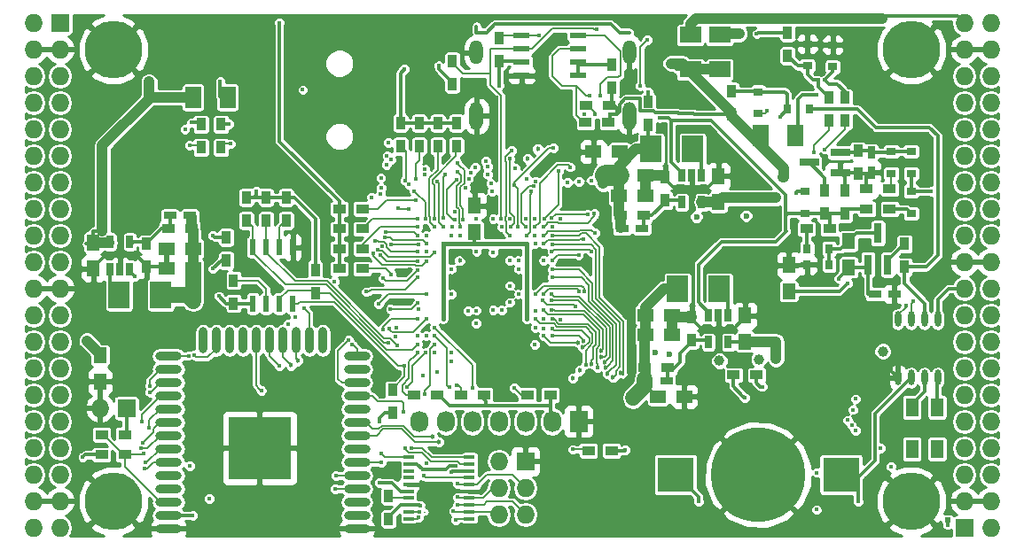
<source format=gbl>
G04 #@! TF.FileFunction,Copper,L4,Bot,Signal*
%FSLAX46Y46*%
G04 Gerber Fmt 4.6, Leading zero omitted, Abs format (unit mm)*
G04 Created by KiCad (PCBNEW 4.0.7+dfsg1-1) date Fri Sep 29 01:14:07 2017*
%MOMM*%
%LPD*%
G01*
G04 APERTURE LIST*
%ADD10C,0.100000*%
%ADD11R,0.900000X1.200000*%
%ADD12R,2.032000X1.524000*%
%ADD13R,2.000000X2.500000*%
%ADD14R,0.700000X1.200000*%
%ADD15R,1.250000X1.500000*%
%ADD16R,1.500000X1.250000*%
%ADD17R,1.524000X2.032000*%
%ADD18O,0.609600X1.473200*%
%ADD19R,0.800000X0.900000*%
%ADD20R,0.900000X0.800000*%
%ADD21R,0.800000X1.900000*%
%ADD22R,1.900000X0.800000*%
%ADD23R,1.200000X0.750000*%
%ADD24R,0.750000X1.200000*%
%ADD25R,1.200000X0.900000*%
%ADD26R,0.600000X1.550000*%
%ADD27R,1.550000X0.600000*%
%ADD28O,2.500000X0.900000*%
%ADD29O,0.900000X2.500000*%
%ADD30R,6.000000X6.000000*%
%ADD31R,1.727200X1.727200*%
%ADD32O,1.727200X1.727200*%
%ADD33C,5.500000*%
%ADD34R,1.000000X0.400000*%
%ADD35R,1.200000X1.800000*%
%ADD36R,0.500000X0.500000*%
%ADD37R,1.727200X2.032000*%
%ADD38O,1.727200X2.032000*%
%ADD39R,3.500000X3.300000*%
%ADD40C,9.000000*%
%ADD41O,1.300000X2.700000*%
%ADD42O,1.300000X2.300000*%
%ADD43C,0.400000*%
%ADD44C,1.000000*%
%ADD45C,0.600000*%
%ADD46C,0.454000*%
%ADD47C,0.300000*%
%ADD48C,0.190000*%
%ADD49C,1.000000*%
%ADD50C,2.000000*%
%ADD51C,1.500000*%
%ADD52C,0.400000*%
%ADD53C,0.200000*%
%ADD54C,0.254000*%
G04 APERTURE END LIST*
D10*
D11*
X154044000Y-72426000D03*
X154044000Y-70226000D03*
D12*
X160902000Y-63833000D03*
X160902000Y-67135000D03*
X158108000Y-67135000D03*
X158108000Y-63833000D03*
D13*
X160870000Y-88090000D03*
X156870000Y-88090000D03*
D14*
X159825000Y-90600000D03*
X160775000Y-90600000D03*
X161725000Y-90600000D03*
X161725000Y-93200000D03*
X159825000Y-93200000D03*
D13*
X158330000Y-74755000D03*
X154330000Y-74755000D03*
D14*
X157285000Y-77235000D03*
X158235000Y-77235000D03*
X159185000Y-77235000D03*
X159185000Y-79835000D03*
X157285000Y-79835000D03*
D13*
X103530000Y-88725000D03*
X107530000Y-88725000D03*
D14*
X104575000Y-86215000D03*
X103625000Y-86215000D03*
X102675000Y-86215000D03*
X102675000Y-83615000D03*
X104575000Y-83615000D03*
D15*
X101085000Y-83665000D03*
X101085000Y-86165000D03*
D16*
X153810000Y-90630000D03*
X156310000Y-90630000D03*
X153810000Y-92535000D03*
X156310000Y-92535000D03*
D15*
X163315000Y-93150000D03*
X163315000Y-90650000D03*
D16*
X151270000Y-79200000D03*
X153770000Y-79200000D03*
X151270000Y-77295000D03*
X153770000Y-77295000D03*
D15*
X160775000Y-79815000D03*
X160775000Y-77315000D03*
D16*
X110590000Y-84280000D03*
X108090000Y-84280000D03*
X110590000Y-86185000D03*
X108090000Y-86185000D03*
D17*
X110610000Y-69802000D03*
X113912000Y-69802000D03*
X168141000Y-73485000D03*
X164839000Y-73485000D03*
D18*
X181730000Y-96599000D03*
X180460000Y-96599000D03*
X179190000Y-96599000D03*
X177920000Y-96599000D03*
X177920000Y-91011000D03*
X179190000Y-91011000D03*
X180460000Y-91011000D03*
X181730000Y-91011000D03*
D15*
X173221000Y-86038000D03*
X173221000Y-83538000D03*
D19*
X169250000Y-84280000D03*
X171350000Y-84280000D03*
D20*
X179190000Y-80885000D03*
X179190000Y-78785000D03*
X177285000Y-74975000D03*
X177285000Y-77075000D03*
X169030000Y-80885000D03*
X169030000Y-78785000D03*
D21*
X176965000Y-85780000D03*
X175065000Y-85780000D03*
X176015000Y-82780000D03*
D22*
X172435000Y-75075000D03*
X172435000Y-76975000D03*
X169435000Y-76025000D03*
D23*
X153910000Y-96910000D03*
X155810000Y-96910000D03*
X151570000Y-82375000D03*
X153470000Y-82375000D03*
X110290000Y-81105000D03*
X108390000Y-81105000D03*
D24*
X175380000Y-75075000D03*
X175380000Y-76975000D03*
D25*
X169200000Y-82375000D03*
X171400000Y-82375000D03*
D11*
X172840000Y-80935000D03*
X172840000Y-78735000D03*
D25*
X177115000Y-80470000D03*
X174915000Y-80470000D03*
D11*
X174110000Y-74925000D03*
X174110000Y-77125000D03*
X178555000Y-83815000D03*
X178555000Y-86015000D03*
X113785000Y-83180000D03*
X113785000Y-85380000D03*
X170935000Y-80935000D03*
X170935000Y-78735000D03*
X129280000Y-107900000D03*
X129280000Y-110100000D03*
D25*
X150572000Y-103584000D03*
X148372000Y-103584000D03*
X177115000Y-78565000D03*
X174915000Y-78565000D03*
X153760000Y-95640000D03*
X155960000Y-95640000D03*
X110440000Y-82375000D03*
X108240000Y-82375000D03*
X151420000Y-81105000D03*
X153620000Y-81105000D03*
D11*
X158235000Y-90800000D03*
X158235000Y-93000000D03*
X106165000Y-86015000D03*
X106165000Y-83815000D03*
X155695000Y-77465000D03*
X155695000Y-79665000D03*
D25*
X126782000Y-86185000D03*
X124582000Y-86185000D03*
X126782000Y-84279000D03*
X124582000Y-84279000D03*
X126782000Y-82375000D03*
X124582000Y-82375000D03*
X126782000Y-80470000D03*
X124582000Y-80470000D03*
D11*
X130422000Y-74458000D03*
X130422000Y-72258000D03*
X132200000Y-74458000D03*
X132200000Y-72258000D03*
X133978000Y-74458000D03*
X133978000Y-72258000D03*
X135756000Y-74458000D03*
X135756000Y-72258000D03*
D26*
X116325000Y-84120000D03*
X117595000Y-84120000D03*
X118865000Y-84120000D03*
X120135000Y-84120000D03*
X120135000Y-89520000D03*
X118865000Y-89520000D03*
X117595000Y-89520000D03*
X116325000Y-89520000D03*
D23*
X175700000Y-88598000D03*
X177600000Y-88598000D03*
D27*
X141980000Y-67705000D03*
X141980000Y-66435000D03*
X141980000Y-65165000D03*
X141980000Y-63895000D03*
X147380000Y-63895000D03*
X147380000Y-65165000D03*
X147380000Y-66435000D03*
X147380000Y-67705000D03*
D19*
X171350000Y-85804000D03*
X169250000Y-85804000D03*
D20*
X179190000Y-77075000D03*
X179190000Y-74975000D03*
D28*
X126260434Y-111030338D03*
X126260434Y-109760338D03*
X126260434Y-108490338D03*
X126260434Y-107220338D03*
X126260434Y-105950338D03*
X126260434Y-104680338D03*
X126260434Y-103410338D03*
X126260434Y-102140338D03*
X126260434Y-100870338D03*
X126260434Y-99600338D03*
X126260434Y-98330338D03*
X126260434Y-97060338D03*
X126260434Y-95790338D03*
X126260434Y-94520338D03*
D29*
X122975434Y-93030338D03*
X121705434Y-93030338D03*
X120435434Y-93030338D03*
X119165434Y-93030338D03*
X117895434Y-93030338D03*
X116625434Y-93030338D03*
X115355434Y-93030338D03*
X114085434Y-93030338D03*
X112815434Y-93030338D03*
X111545434Y-93030338D03*
D28*
X108260434Y-94520338D03*
X108260434Y-95790338D03*
X108260434Y-97060338D03*
X108260434Y-98330338D03*
X108260434Y-99600338D03*
X108260434Y-100870338D03*
X108260434Y-102140338D03*
X108260434Y-103410338D03*
X108260434Y-104680338D03*
X108260434Y-105950338D03*
X108260434Y-107220338D03*
X108260434Y-108490338D03*
X108260434Y-109760338D03*
X108260434Y-111030338D03*
D30*
X116960434Y-103330338D03*
D31*
X97910000Y-62690000D03*
D32*
X95370000Y-62690000D03*
X97910000Y-65230000D03*
X95370000Y-65230000D03*
X97910000Y-67770000D03*
X95370000Y-67770000D03*
X97910000Y-70310000D03*
X95370000Y-70310000D03*
X97910000Y-72850000D03*
X95370000Y-72850000D03*
X97910000Y-75390000D03*
X95370000Y-75390000D03*
X97910000Y-77930000D03*
X95370000Y-77930000D03*
X97910000Y-80470000D03*
X95370000Y-80470000D03*
X97910000Y-83010000D03*
X95370000Y-83010000D03*
X97910000Y-85550000D03*
X95370000Y-85550000D03*
X97910000Y-88090000D03*
X95370000Y-88090000D03*
X97910000Y-90630000D03*
X95370000Y-90630000D03*
X97910000Y-93170000D03*
X95370000Y-93170000D03*
X97910000Y-95710000D03*
X95370000Y-95710000D03*
X97910000Y-98250000D03*
X95370000Y-98250000D03*
X97910000Y-100790000D03*
X95370000Y-100790000D03*
X97910000Y-103330000D03*
X95370000Y-103330000D03*
X97910000Y-105870000D03*
X95370000Y-105870000D03*
X97910000Y-108410000D03*
X95370000Y-108410000D03*
X97910000Y-110950000D03*
X95370000Y-110950000D03*
D31*
X184270000Y-110950000D03*
D32*
X186810000Y-110950000D03*
X184270000Y-108410000D03*
X186810000Y-108410000D03*
X184270000Y-105870000D03*
X186810000Y-105870000D03*
X184270000Y-103330000D03*
X186810000Y-103330000D03*
X184270000Y-100790000D03*
X186810000Y-100790000D03*
X184270000Y-98250000D03*
X186810000Y-98250000D03*
X184270000Y-95710000D03*
X186810000Y-95710000D03*
X184270000Y-93170000D03*
X186810000Y-93170000D03*
X184270000Y-90630000D03*
X186810000Y-90630000D03*
X184270000Y-88090000D03*
X186810000Y-88090000D03*
X184270000Y-85550000D03*
X186810000Y-85550000D03*
X184270000Y-83010000D03*
X186810000Y-83010000D03*
X184270000Y-80470000D03*
X186810000Y-80470000D03*
X184270000Y-77930000D03*
X186810000Y-77930000D03*
X184270000Y-75390000D03*
X186810000Y-75390000D03*
X184270000Y-72850000D03*
X186810000Y-72850000D03*
X184270000Y-70310000D03*
X186810000Y-70310000D03*
X184270000Y-67770000D03*
X186810000Y-67770000D03*
X184270000Y-65230000D03*
X186810000Y-65230000D03*
X184270000Y-62690000D03*
X186810000Y-62690000D03*
D33*
X102990000Y-108410000D03*
X179190000Y-108410000D03*
X179190000Y-65230000D03*
X102990000Y-65230000D03*
D19*
X167345000Y-70945000D03*
X169445000Y-70945000D03*
D20*
X164585000Y-69260000D03*
X164585000Y-71360000D03*
D11*
X162045000Y-71410000D03*
X162045000Y-69210000D03*
X139820000Y-66330000D03*
X139820000Y-64130000D03*
X135375000Y-68532000D03*
X135375000Y-66332000D03*
X150615000Y-68870000D03*
X150615000Y-66670000D03*
D25*
X150275000Y-72215000D03*
X148075000Y-72215000D03*
X150380000Y-70600000D03*
X148180000Y-70600000D03*
D34*
X137005000Y-104215000D03*
X137005000Y-104865000D03*
X137005000Y-105515000D03*
X137005000Y-106165000D03*
X137005000Y-106815000D03*
X137005000Y-107465000D03*
X137005000Y-108115000D03*
X137005000Y-108765000D03*
X137005000Y-109415000D03*
X137005000Y-110065000D03*
X131205000Y-110065000D03*
X131205000Y-109415000D03*
X131205000Y-108765000D03*
X131205000Y-108115000D03*
X131205000Y-107465000D03*
X131205000Y-106815000D03*
X131205000Y-106165000D03*
X131205000Y-105515000D03*
X131205000Y-104865000D03*
X131205000Y-104215000D03*
D11*
X119500000Y-79370000D03*
X119500000Y-81570000D03*
X114480000Y-89500000D03*
X114480000Y-87300000D03*
X129660000Y-99985000D03*
X129660000Y-97785000D03*
X117595000Y-79370000D03*
X117595000Y-81570000D03*
X122280000Y-86300000D03*
X122280000Y-88500000D03*
X115690000Y-79370000D03*
X115690000Y-81570000D03*
D25*
X144730000Y-98250000D03*
X142530000Y-98250000D03*
X138380000Y-98250000D03*
X136180000Y-98250000D03*
X133935000Y-98250000D03*
X131735000Y-98250000D03*
X101890000Y-103965000D03*
X104090000Y-103965000D03*
D35*
X179260000Y-99425000D03*
X179260000Y-103425000D03*
X181660000Y-103425000D03*
X181660000Y-99425000D03*
D31*
X104260000Y-99520000D03*
D32*
X101720000Y-99520000D03*
D25*
X101890000Y-102060000D03*
X104090000Y-102060000D03*
D15*
X167506000Y-88324000D03*
X167506000Y-85824000D03*
D25*
X164415000Y-96345000D03*
X162215000Y-96345000D03*
D11*
X167379000Y-65822000D03*
X167379000Y-63622000D03*
D31*
X142360000Y-104600000D03*
D32*
X139820000Y-104600000D03*
X142360000Y-107140000D03*
X139820000Y-107140000D03*
X142360000Y-109680000D03*
X139820000Y-109680000D03*
D16*
X155030000Y-98400000D03*
X157530000Y-98400000D03*
D15*
X137480000Y-82650000D03*
X137480000Y-80150000D03*
D16*
X151330000Y-75000000D03*
X148830000Y-75000000D03*
D15*
X101720000Y-94460000D03*
X101720000Y-96960000D03*
D11*
X113277000Y-74585000D03*
X113277000Y-72385000D03*
X111372000Y-74585000D03*
X111372000Y-72385000D03*
D20*
X169284000Y-66788000D03*
X169284000Y-64688000D03*
X171697000Y-66881000D03*
X171697000Y-64781000D03*
D11*
X172840000Y-72045000D03*
X172840000Y-69845000D03*
X171316000Y-72045000D03*
X171316000Y-69845000D03*
D36*
X182680000Y-110200000D03*
D37*
X147440000Y-100790000D03*
D38*
X144900000Y-100790000D03*
X142360000Y-100790000D03*
X139820000Y-100790000D03*
X137280000Y-100790000D03*
X134740000Y-100790000D03*
X132200000Y-100790000D03*
D39*
X172485000Y-105870000D03*
X156685000Y-105870000D03*
D40*
X164585000Y-105870000D03*
D41*
X152280000Y-71550000D03*
X137680000Y-71550000D03*
D42*
X137680000Y-65500000D03*
X152280000Y-65500000D03*
D43*
X175495631Y-71457432D03*
D44*
X116676077Y-65372157D03*
D43*
X139575609Y-69792857D03*
X146468970Y-70993942D03*
X144978424Y-71024054D03*
X143480350Y-71016526D03*
X142000564Y-71008511D03*
X113273209Y-99681387D03*
D44*
X165541128Y-65538825D03*
X175041608Y-65589748D03*
X107072473Y-65519920D03*
D43*
X147987361Y-71377791D03*
X144102010Y-84600000D03*
X132880424Y-84561218D03*
X135567436Y-80702302D03*
X132810347Y-82177990D03*
X145713035Y-91022010D03*
X145680000Y-94177990D03*
X177285000Y-95710000D03*
D44*
X177229911Y-82281349D03*
D43*
X170046000Y-85804000D03*
D45*
X164741832Y-81130572D03*
D43*
X120770000Y-72215000D03*
X133216000Y-109934000D03*
D45*
X161067993Y-81216119D03*
D44*
X158233687Y-94852616D03*
X162992748Y-94820185D03*
D45*
X156280000Y-81210838D03*
D43*
X131254529Y-86251357D03*
X140880000Y-81400000D03*
X136085174Y-89394826D03*
X145680000Y-81400000D03*
X120430000Y-97050000D03*
X150080000Y-81600000D03*
X131280000Y-89400000D03*
X133690245Y-94180159D03*
D46*
X139312644Y-91359700D03*
D43*
X140874194Y-91433353D03*
X145680000Y-85422010D03*
X135280000Y-95000000D03*
X135280000Y-94200000D03*
X142480000Y-94200000D03*
X140880000Y-93400000D03*
X139280000Y-93400000D03*
X137680000Y-93400000D03*
X136080000Y-93400000D03*
X136880000Y-92600000D03*
X135280000Y-92600000D03*
X132880000Y-91800000D03*
X132880000Y-93400000D03*
D46*
X141042859Y-86994997D03*
X139280000Y-87000000D03*
X136110990Y-86995403D03*
X139280000Y-88600000D03*
X137680000Y-87000000D03*
X136080000Y-84600000D03*
D44*
X156235582Y-66548363D03*
X166942988Y-77424336D03*
X101932065Y-82585048D03*
X106417803Y-68312483D03*
X166280000Y-94800000D03*
D43*
X112134000Y-108156000D03*
X128390000Y-106632000D03*
X150457224Y-71377791D03*
X172289562Y-87124051D03*
D44*
X166251010Y-79388894D03*
X162787481Y-63718486D03*
X160875897Y-94988750D03*
D43*
X164961419Y-97453112D03*
X164433885Y-63737451D03*
X139820000Y-68665673D03*
X148639876Y-77729346D03*
D44*
X149751640Y-78029346D03*
D43*
X134079160Y-66786153D03*
X109828000Y-72830000D03*
X116654336Y-78777990D03*
X173620534Y-99657935D03*
X173902378Y-98625522D03*
X176285000Y-103330000D03*
D44*
X176474303Y-94069095D03*
D43*
X173094000Y-87582000D03*
D44*
X100479904Y-93063904D03*
D45*
X163422030Y-81120665D03*
X154726292Y-94171363D03*
X156077107Y-94380779D03*
X158680000Y-81210838D03*
D43*
X112515000Y-83010000D03*
X181065000Y-78785000D03*
X128441330Y-100795881D03*
X110529662Y-109760338D03*
X110280000Y-105000000D03*
X100080000Y-104200000D03*
X113080000Y-88800000D03*
D44*
X164653770Y-94825547D03*
D43*
X137665894Y-91402446D03*
X135273306Y-88618602D03*
X139272517Y-84611349D03*
X137680556Y-84534085D03*
X141680000Y-86200000D03*
X135280000Y-86200000D03*
X132880000Y-92600000D03*
X132080000Y-92600000D03*
X141680000Y-88600000D03*
X141680000Y-85400000D03*
D44*
X152621047Y-98519969D03*
D43*
X136885174Y-90194826D03*
X140094890Y-90122990D03*
X139280000Y-90122990D03*
X140880000Y-89400000D03*
X137680000Y-90172990D03*
X140880000Y-87800000D03*
X140880000Y-85400000D03*
D46*
X136080000Y-85400000D03*
D43*
X120375151Y-90779445D03*
X130022933Y-91834237D03*
X119684872Y-91469724D03*
X129902064Y-92678248D03*
D44*
X110617371Y-89287199D03*
D43*
X142480000Y-91000000D03*
X142480000Y-83800000D03*
X134480000Y-83800000D03*
X134480000Y-91000000D03*
X105037711Y-86909456D03*
X155149360Y-71764535D03*
X121086654Y-69078528D03*
X170182962Y-69571012D03*
X174110000Y-108410000D03*
X158870000Y-108410000D03*
X135884156Y-106696010D03*
X137288700Y-97538741D03*
X133680000Y-91800000D03*
D46*
X134074414Y-102752225D03*
D43*
X135085458Y-97531790D03*
X135855186Y-108022639D03*
D46*
X133449289Y-102232615D03*
D43*
X133680000Y-92600000D03*
X132752670Y-98178920D03*
X128610113Y-104714568D03*
X132918584Y-104800000D03*
X135853254Y-108792386D03*
X133685668Y-93402482D03*
X130714529Y-99901000D03*
X131039363Y-97487286D03*
X135471949Y-109365878D03*
X132846234Y-94197073D03*
X118858690Y-62658970D03*
X130761990Y-67119621D03*
X148477832Y-69619684D03*
X149475951Y-69619684D03*
X148991194Y-71377791D03*
X153984196Y-64280063D03*
X153322343Y-68673419D03*
X143650666Y-63862520D03*
X178665908Y-89713903D03*
X149183754Y-63257114D03*
X179375977Y-89317806D03*
X140035989Y-81400000D03*
X128776655Y-87110882D03*
X132077895Y-86272150D03*
X117121665Y-97817265D03*
X118843798Y-95498222D03*
D46*
X119978162Y-95412951D03*
X120634035Y-94977604D03*
D43*
X113212238Y-68244401D03*
X166658010Y-71673557D03*
X146387166Y-77939336D03*
X147480000Y-77822010D03*
X131453853Y-103296209D03*
X144891634Y-91008466D03*
D46*
X148653935Y-95249010D03*
X149565978Y-94054788D03*
D43*
X144867244Y-90164455D03*
D46*
X150720500Y-96575802D03*
D43*
X144890381Y-83866022D03*
D46*
X151448039Y-96116317D03*
D43*
X144894101Y-83022010D03*
D46*
X150149219Y-96229829D03*
D43*
X144901285Y-86268736D03*
D46*
X150033441Y-95660469D03*
D43*
X144888562Y-86993817D03*
D46*
X149952517Y-95085120D03*
D43*
X144877648Y-88622010D03*
D46*
X149584522Y-94635504D03*
D43*
X144810610Y-89177990D03*
X144895773Y-91874444D03*
D46*
X147777713Y-93691005D03*
X147356233Y-93219138D03*
D43*
X144102010Y-92600000D03*
D46*
X147915304Y-93060979D03*
D43*
X144882352Y-92577990D03*
X130807074Y-95454141D03*
X130141304Y-93529144D03*
X132080000Y-93400000D03*
X129254670Y-93244631D03*
X133919980Y-96038729D03*
X141280000Y-97600000D03*
X132572818Y-96383863D03*
X135770000Y-97338127D03*
X132080000Y-94200000D03*
X128669601Y-84020243D03*
X105906712Y-103816552D03*
X129459184Y-90039192D03*
X132080000Y-89444020D03*
X130839486Y-103354982D03*
X128602801Y-103872537D03*
X128321313Y-89539949D03*
X132656192Y-105976192D03*
X132880000Y-88600000D03*
X127145130Y-88379076D03*
X124253981Y-105982535D03*
X132080000Y-87000000D03*
X125827283Y-93452662D03*
X124202418Y-107207639D03*
D46*
X142530990Y-75662841D03*
X143525587Y-74749772D03*
D43*
X110313517Y-74380698D03*
X132146108Y-109940263D03*
X114166000Y-74247000D03*
X132189000Y-109415000D03*
X135567436Y-81489225D03*
X135767546Y-77648547D03*
X134702010Y-77200000D03*
X134471354Y-81347908D03*
X132761172Y-77202673D03*
X132737245Y-76676207D03*
X128545566Y-77476577D03*
X127643658Y-79355564D03*
X110718734Y-94451783D03*
X128515897Y-78994176D03*
X110193102Y-94489889D03*
X128569727Y-78469921D03*
X106480000Y-97386401D03*
X131230910Y-78113843D03*
X106480000Y-97968443D03*
X131709326Y-78745875D03*
X132783332Y-81399993D03*
X129016746Y-82660638D03*
X105679715Y-100783924D03*
X132084821Y-83022010D03*
X128948848Y-83183258D03*
X106401171Y-101377901D03*
X132886504Y-83777990D03*
X129513931Y-83860979D03*
X105803161Y-102850427D03*
X132117443Y-83866021D03*
X127966259Y-83527946D03*
X105651866Y-103355255D03*
X132079996Y-84503337D03*
X128256283Y-84387285D03*
X106023598Y-104697574D03*
X133671942Y-84595200D03*
X127824162Y-84688968D03*
X105973679Y-105248709D03*
X132875802Y-85428138D03*
D46*
X146862501Y-96617499D03*
X147534467Y-95913260D03*
D43*
X148102806Y-95339021D03*
X143280000Y-91000000D03*
X149207706Y-95605291D03*
X144082424Y-90132858D03*
X143989948Y-89177990D03*
X147125926Y-89802879D03*
X143281824Y-90201951D03*
X144102010Y-85397219D03*
X147422472Y-84858593D03*
X144886544Y-85385186D03*
X144102010Y-83000000D03*
X148975652Y-82755341D03*
X144885092Y-82177990D03*
X147470668Y-88324835D03*
X144082832Y-88584510D03*
X147997681Y-88324844D03*
X143278026Y-88595030D03*
X144102010Y-82185600D03*
X148935852Y-80899014D03*
X148337768Y-80975785D03*
X144866392Y-81333979D03*
X139280000Y-81400000D03*
X139145358Y-78809170D03*
X139040624Y-78036724D03*
X138723613Y-77165705D03*
X138593844Y-75910161D03*
X138716105Y-76425854D03*
X137680000Y-81400000D03*
X137538026Y-76510532D03*
X137116016Y-76974740D03*
X136928568Y-77562978D03*
X136634118Y-78451672D03*
X135830689Y-76094515D03*
X136411444Y-81497309D03*
X148668800Y-84550385D03*
X144877691Y-84532933D03*
X144102010Y-83800000D03*
X147894174Y-83335809D03*
X142851623Y-78759750D03*
X142473549Y-82998913D03*
X143105106Y-78295223D03*
X142396423Y-82191394D03*
X145494012Y-76834828D03*
X144146021Y-81374784D03*
X143331797Y-77819457D03*
X146627648Y-76461302D03*
X143257990Y-82207154D03*
X143257990Y-81379632D03*
X145017056Y-74655847D03*
X141318978Y-78199263D03*
X141657990Y-82130345D03*
X142413979Y-81382236D03*
X140080000Y-82200000D03*
X141342967Y-76554996D03*
X141046643Y-74873804D03*
X140864029Y-83041403D03*
X140890207Y-75681941D03*
X140924011Y-82179283D03*
X129542604Y-86703515D03*
X132880000Y-83022010D03*
X132080000Y-82177990D03*
X132080000Y-81400000D03*
X131847310Y-79589886D03*
X130856828Y-77742623D03*
X131923295Y-77584853D03*
X133654358Y-82177990D03*
X133627343Y-81396408D03*
X129336756Y-91938993D03*
X132880000Y-91000000D03*
X128765088Y-92004296D03*
X132077648Y-90977990D03*
X130196821Y-80377733D03*
X131180000Y-80500000D03*
X128489708Y-84867377D03*
X132079620Y-85428138D03*
X165432990Y-71070016D03*
X134501414Y-82177578D03*
X133922194Y-77854836D03*
X135680000Y-110200000D03*
X146844288Y-103452739D03*
X132540000Y-105400000D03*
X135680000Y-105037990D03*
X132280000Y-108800000D03*
X135248000Y-105616000D03*
X112515000Y-86185000D03*
X163277422Y-98501717D03*
X170126036Y-109212466D03*
X170157734Y-105666345D03*
X169895346Y-75092988D03*
X143257990Y-83000000D03*
X168166438Y-78955336D03*
X151896383Y-103510715D03*
X114039000Y-72342000D03*
X110483000Y-72215000D03*
X177274002Y-105079115D03*
X143258015Y-93423150D03*
X173867913Y-101655141D03*
X143280000Y-91800000D03*
X144064831Y-91877646D03*
X173497957Y-101157615D03*
X173102681Y-100658357D03*
X144080000Y-91000000D03*
X154044000Y-69294000D03*
X129061632Y-76229575D03*
X135280000Y-83022010D03*
X129493343Y-75737814D03*
X136080000Y-83000000D03*
X129122249Y-75363607D03*
X135345425Y-82176814D03*
X129252218Y-74142461D03*
X135830698Y-76905381D03*
X136080000Y-82200000D03*
X170943165Y-74761464D03*
X143280000Y-83800000D03*
X142480000Y-77600000D03*
X170300000Y-68151000D03*
X170950000Y-68125562D03*
X125480000Y-93000000D03*
X121211999Y-89942596D03*
X132156079Y-90030946D03*
X182654362Y-110665838D03*
X124080000Y-87400000D03*
X124080000Y-87400000D03*
D47*
X138630000Y-63600000D02*
X139449896Y-62780104D01*
X137680000Y-63000000D02*
X137680000Y-63600000D01*
X150510104Y-62780104D02*
X151330000Y-63600000D01*
X137680000Y-63600000D02*
X138630000Y-63600000D01*
X139449896Y-62780104D02*
X150510104Y-62780104D01*
X151330000Y-63600000D02*
X152280000Y-63600000D01*
D48*
X132742351Y-109415000D02*
X132748035Y-109420684D01*
D47*
X139292767Y-69792857D02*
X139575609Y-69792857D01*
X137822857Y-69792857D02*
X139292767Y-69792857D01*
X137680000Y-69650000D02*
X137822857Y-69792857D01*
X169284000Y-64688000D02*
X166391953Y-64688000D01*
X166391953Y-64688000D02*
X165541128Y-65538825D01*
X171697000Y-64781000D02*
X174232860Y-64781000D01*
X174232860Y-64781000D02*
X175041608Y-65589748D01*
X169284000Y-64688000D02*
X171604000Y-64688000D01*
X171604000Y-64688000D02*
X171697000Y-64781000D01*
X177285000Y-95710000D02*
X177285000Y-95964000D01*
X177285000Y-95964000D02*
X177920000Y-96599000D01*
X167506000Y-85824000D02*
X169230000Y-85824000D01*
X169230000Y-85824000D02*
X169250000Y-85804000D01*
X169250000Y-85804000D02*
X170046000Y-85804000D01*
X134345000Y-107465000D02*
X133695000Y-106815000D01*
X133695000Y-106815000D02*
X131205000Y-106815000D01*
X137005000Y-107465000D02*
X134345000Y-107465000D01*
X102210000Y-84915000D02*
X103625000Y-84915000D01*
X103625000Y-84915000D02*
X105215000Y-84915000D01*
X103625000Y-86215000D02*
X103625000Y-84915000D01*
X105215000Y-84915000D02*
X106165000Y-85865000D01*
X106165000Y-85865000D02*
X106165000Y-86015000D01*
X101085000Y-86165000D02*
X101085000Y-86040000D01*
X101085000Y-86040000D02*
X102210000Y-84915000D01*
X106165000Y-86015000D02*
X107920000Y-86015000D01*
X107920000Y-86015000D02*
X108090000Y-86185000D01*
X139085645Y-91132701D02*
X139312644Y-91359700D01*
X138480000Y-89400000D02*
X138480000Y-90527056D01*
X139280000Y-88600000D02*
X138480000Y-89400000D01*
X138480000Y-90527056D02*
X139085645Y-91132701D01*
D49*
X153770000Y-77295000D02*
X155525000Y-77295000D01*
D47*
X155525000Y-77295000D02*
X155695000Y-77465000D01*
D49*
X153770000Y-79200000D02*
X153770000Y-77295000D01*
D47*
X174110000Y-77125000D02*
X174745000Y-77125000D01*
X174745000Y-77125000D02*
X175230000Y-77125000D01*
X174915000Y-78565000D02*
X174915000Y-77295000D01*
X174915000Y-77295000D02*
X174745000Y-77125000D01*
X172840000Y-78735000D02*
X172840000Y-77380000D01*
X172840000Y-77380000D02*
X172435000Y-76975000D01*
X175230000Y-77125000D02*
X175380000Y-76975000D01*
X172435000Y-76975000D02*
X173960000Y-76975000D01*
X173960000Y-76975000D02*
X174110000Y-77125000D01*
X137680000Y-86200000D02*
X137680000Y-86600000D01*
X136080000Y-84600000D02*
X137680000Y-86200000D01*
X159850000Y-78365000D02*
X158235000Y-78365000D01*
X158235000Y-78365000D02*
X156445000Y-78365000D01*
X158235000Y-77235000D02*
X158235000Y-78365000D01*
X160775000Y-77315000D02*
X160775000Y-77440000D01*
X160775000Y-77440000D02*
X159850000Y-78365000D01*
X156445000Y-78365000D02*
X155695000Y-77615000D01*
X155695000Y-77615000D02*
X155695000Y-77465000D01*
D49*
X156310000Y-90630000D02*
X156310000Y-92535000D01*
X158235000Y-90800000D02*
X156480000Y-90800000D01*
D47*
X156480000Y-90800000D02*
X156310000Y-90630000D01*
X163315000Y-90650000D02*
X163315000Y-90834602D01*
X163315000Y-90834602D02*
X162249602Y-91900000D01*
X162249602Y-91900000D02*
X160775000Y-91900000D01*
X101085000Y-86165000D02*
X101085000Y-85929893D01*
X106165000Y-85944374D02*
X106165000Y-86015000D01*
X159185000Y-91900000D02*
X160775000Y-91900000D01*
X160775000Y-90600000D02*
X160775000Y-91900000D01*
X158235000Y-90800000D02*
X158235000Y-90950000D01*
X158235000Y-90950000D02*
X159185000Y-91900000D01*
X108090000Y-84280000D02*
X108090000Y-86185000D01*
X107625000Y-84745000D02*
X108090000Y-84280000D01*
X108070000Y-84260000D02*
X108090000Y-84280000D01*
X141037856Y-87000000D02*
X141042859Y-86994997D01*
X139280000Y-87000000D02*
X141037856Y-87000000D01*
X136432016Y-86995403D02*
X136110990Y-86995403D01*
X137284597Y-86995403D02*
X136432016Y-86995403D01*
X137680000Y-86600000D02*
X137284597Y-86995403D01*
X137680000Y-86600000D02*
X137680000Y-87000000D01*
D48*
X138029000Y-66332000D02*
X138115000Y-66246000D01*
D49*
X157333363Y-66548363D02*
X156942688Y-66548363D01*
X162045000Y-71260000D02*
X157333363Y-66548363D01*
X156942688Y-66548363D02*
X156235582Y-66548363D01*
D47*
X156792000Y-67135000D02*
X156235582Y-66578582D01*
X158108000Y-67135000D02*
X156792000Y-67135000D01*
X156235582Y-66578582D02*
X156235582Y-66548363D01*
D49*
X162045000Y-71410000D02*
X162045000Y-71260000D01*
X167019936Y-77389798D02*
X166985398Y-77424336D01*
X162045000Y-71410000D02*
X162045000Y-71560000D01*
X162045000Y-71560000D02*
X167019936Y-76534936D01*
X166985398Y-77424336D02*
X166942988Y-77424336D01*
X167019936Y-76534936D02*
X167019936Y-77389798D01*
X158108000Y-67135000D02*
X160902000Y-67135000D01*
D47*
X101085000Y-82615000D02*
X101114952Y-82585048D01*
X101114952Y-82585048D02*
X101224959Y-82585048D01*
X101085000Y-83665000D02*
X101085000Y-82615000D01*
D49*
X101932065Y-81877942D02*
X101932065Y-82585048D01*
X101932065Y-74415935D02*
X101932065Y-81877942D01*
X106407114Y-69940886D02*
X101932065Y-74415935D01*
D47*
X101224959Y-82585048D02*
X101932065Y-82585048D01*
X151080000Y-71400000D02*
X151352990Y-71127010D01*
X158407951Y-71315988D02*
X158501963Y-71410000D01*
X151352990Y-71127010D02*
X151352990Y-70466020D01*
X153372399Y-71103001D02*
X154568521Y-71103001D01*
X158501963Y-71410000D02*
X162045000Y-71410000D01*
X151352990Y-70466020D02*
X151896020Y-69922990D01*
X153316999Y-69896923D02*
X153316999Y-71047601D01*
X156924522Y-71275510D02*
X156965000Y-71315988D01*
X151896020Y-69922990D02*
X152557010Y-69922990D01*
X152557010Y-69922990D02*
X152583077Y-69896923D01*
X152583077Y-69896923D02*
X153316999Y-69896923D01*
X156965000Y-71315988D02*
X158407951Y-71315988D01*
X153316999Y-71047601D02*
X153372399Y-71103001D01*
X154568521Y-71103001D02*
X154741030Y-71275510D01*
X154741030Y-71275510D02*
X156924522Y-71275510D01*
D49*
X106417803Y-69019589D02*
X106417803Y-68312483D01*
X106417803Y-69930197D02*
X106417803Y-69019589D01*
X106407114Y-69940886D02*
X106417803Y-69930197D01*
X166280000Y-93150000D02*
X166280000Y-94800000D01*
D47*
X129572000Y-106632000D02*
X128390000Y-106632000D01*
X131205000Y-107465000D02*
X130405000Y-107465000D01*
X130405000Y-107465000D02*
X129572000Y-106632000D01*
X110610000Y-69548000D02*
X110610000Y-69802000D01*
X150457224Y-71377791D02*
X150457224Y-72032776D01*
X150457224Y-72032776D02*
X150275000Y-72215000D01*
D49*
X109975000Y-69802000D02*
X106546000Y-69802000D01*
X106546000Y-69802000D02*
X106419000Y-69929000D01*
D47*
X164839000Y-73485000D02*
X163777000Y-73485000D01*
X163777000Y-73485000D02*
X162045000Y-71753000D01*
X162045000Y-71753000D02*
X162045000Y-71410000D01*
X151057791Y-71377791D02*
X150740066Y-71377791D01*
X150740066Y-71377791D02*
X150457224Y-71377791D01*
X151080000Y-71400000D02*
X151057791Y-71377791D01*
X172289562Y-87094438D02*
X172289562Y-87124051D01*
X173221000Y-86163000D02*
X172289562Y-87094438D01*
X173221000Y-86038000D02*
X173221000Y-86163000D01*
X175065000Y-88598000D02*
X175065000Y-85780000D01*
X175700000Y-88598000D02*
X175065000Y-88598000D01*
D49*
X160790000Y-79800000D02*
X161201106Y-79388894D01*
X165543904Y-79388894D02*
X166251010Y-79388894D01*
X161201106Y-79388894D02*
X165543904Y-79388894D01*
X106419000Y-69929000D02*
X106407114Y-69940886D01*
D47*
X106419000Y-69675000D02*
X106419000Y-69929000D01*
X100572432Y-83665000D02*
X100424079Y-83813353D01*
X101085000Y-83665000D02*
X100572432Y-83665000D01*
X160790000Y-79800000D02*
X160775000Y-79815000D01*
D49*
X163315000Y-93150000D02*
X166280000Y-93150000D01*
D47*
X160775000Y-79940000D02*
X160775000Y-79815000D01*
X164925000Y-93150000D02*
X164240000Y-93150000D01*
X164240000Y-93150000D02*
X163315000Y-93150000D01*
X101085000Y-83665000D02*
X101085000Y-83790000D01*
X151080000Y-71400000D02*
X151080000Y-70838120D01*
X151080000Y-70838120D02*
X150615000Y-70373120D01*
X150615000Y-70373120D02*
X150615000Y-69995990D01*
X150615000Y-69995990D02*
X150615000Y-68870000D01*
D49*
X159185000Y-79835000D02*
X160755000Y-79835000D01*
D47*
X160755000Y-79835000D02*
X160775000Y-79815000D01*
X161725000Y-93200000D02*
X163265000Y-93200000D01*
X163265000Y-93200000D02*
X163315000Y-93150000D01*
X173221000Y-86038000D02*
X174807000Y-86038000D01*
X174807000Y-86038000D02*
X175065000Y-85780000D01*
D49*
X101085000Y-83665000D02*
X102625000Y-83665000D01*
D47*
X102625000Y-83665000D02*
X102675000Y-83615000D01*
D49*
X158673826Y-62251174D02*
X163455591Y-62251174D01*
X163455591Y-62251174D02*
X176413347Y-62251174D01*
D47*
X158673826Y-62251174D02*
X158627826Y-62251174D01*
D49*
X158627826Y-62251174D02*
X158108000Y-62771000D01*
X158108000Y-62771000D02*
X158108000Y-63833000D01*
D47*
X184270000Y-62690000D02*
X183586610Y-62006610D01*
X183586610Y-62006610D02*
X176657911Y-62006610D01*
X176657911Y-62006610D02*
X176413347Y-62251174D01*
D49*
X176413347Y-62251174D02*
X176425450Y-62263277D01*
X160902000Y-63833000D02*
X161016514Y-63718486D01*
X161016514Y-63718486D02*
X162080375Y-63718486D01*
X162080375Y-63718486D02*
X162787481Y-63718486D01*
D47*
X164415000Y-97095000D02*
X164773112Y-97453112D01*
X164415000Y-96345000D02*
X164415000Y-97095000D01*
X164773112Y-97453112D02*
X164961419Y-97453112D01*
X164549336Y-63622000D02*
X164433885Y-63737451D01*
X167379000Y-63622000D02*
X164549336Y-63622000D01*
X139820000Y-66330000D02*
X139820000Y-68665673D01*
D49*
X149784145Y-77289735D02*
X149751640Y-77322240D01*
X149751640Y-77322240D02*
X149751640Y-78029346D01*
X149993577Y-77289735D02*
X149784145Y-77289735D01*
D47*
X134079160Y-67068995D02*
X134079160Y-66786153D01*
X134079160Y-67086160D02*
X134079160Y-67068995D01*
X135375000Y-68382000D02*
X134079160Y-67086160D01*
X135375000Y-68532000D02*
X135375000Y-68382000D01*
X154044000Y-72426000D02*
X154044000Y-74469000D01*
X154044000Y-74469000D02*
X154330000Y-74755000D01*
X116654336Y-79155664D02*
X116654336Y-79060832D01*
X115690000Y-79370000D02*
X116440000Y-79370000D01*
X116440000Y-79370000D02*
X116654336Y-79155664D01*
X116654336Y-79060832D02*
X116654336Y-78777990D01*
X181730000Y-89106000D02*
X182746000Y-88090000D01*
X182746000Y-88090000D02*
X184270000Y-88090000D01*
X181730000Y-91011000D02*
X181730000Y-89106000D01*
X172352000Y-88324000D02*
X173094000Y-87582000D01*
X167506000Y-88324000D02*
X172352000Y-88324000D01*
X100479904Y-93094904D02*
X100479904Y-93063904D01*
D49*
X101720000Y-94335000D02*
X100479904Y-93094904D01*
D47*
X101720000Y-94460000D02*
X101720000Y-94335000D01*
X151330000Y-75000000D02*
X151330000Y-77235000D01*
X151330000Y-77235000D02*
X151270000Y-77295000D01*
X138380000Y-98250000D02*
X138380000Y-98686358D01*
X138380000Y-98686358D02*
X138550000Y-98856358D01*
X138550000Y-98856358D02*
X138550000Y-99266000D01*
X135101000Y-99266000D02*
X138550000Y-99266000D01*
X138550000Y-99266000D02*
X144730000Y-99266000D01*
X144730000Y-98250000D02*
X144730000Y-99266000D01*
X144730000Y-99266000D02*
X144730000Y-99400000D01*
X133935000Y-98250000D02*
X134085000Y-98250000D01*
X134085000Y-98250000D02*
X135101000Y-99266000D01*
X144730000Y-99400000D02*
X144730000Y-100620000D01*
X113785000Y-83180000D02*
X112685000Y-83180000D01*
X112685000Y-83180000D02*
X112515000Y-83010000D01*
X122280000Y-86300000D02*
X122280000Y-81400000D01*
X122280000Y-81400000D02*
X120250000Y-79370000D01*
X120250000Y-79370000D02*
X119500000Y-79370000D01*
X179190000Y-78785000D02*
X181065000Y-78785000D01*
X128441330Y-100513039D02*
X128441330Y-100795881D01*
X128441330Y-100453670D02*
X128441330Y-100513039D01*
X129660000Y-99985000D02*
X128910000Y-99985000D01*
X128910000Y-99985000D02*
X128441330Y-100453670D01*
X108260434Y-109760338D02*
X110529662Y-109760338D01*
X179190000Y-77075000D02*
X179190000Y-78785000D01*
X100315000Y-103965000D02*
X100080000Y-104200000D01*
X101890000Y-103965000D02*
X100315000Y-103965000D01*
X117595000Y-79370000D02*
X119500000Y-79370000D01*
X115690000Y-79370000D02*
X117595000Y-79370000D01*
X114480000Y-89500000D02*
X113780000Y-89500000D01*
X113780000Y-89500000D02*
X113080000Y-88800000D01*
X114480000Y-89500000D02*
X116305000Y-89500000D01*
X116305000Y-89500000D02*
X116325000Y-89520000D01*
X144900000Y-98250000D02*
X144730000Y-98250000D01*
X138380000Y-98250000D02*
X138530000Y-98250000D01*
X144730000Y-100620000D02*
X144900000Y-100790000D01*
X139820000Y-66330000D02*
X141875000Y-66330000D01*
X141875000Y-66330000D02*
X141980000Y-66435000D01*
D49*
X151270000Y-77295000D02*
X151264735Y-77289735D01*
D50*
X151264735Y-77289735D02*
X149993577Y-77289735D01*
D49*
X151270000Y-77295000D02*
X151270000Y-76370000D01*
D47*
X152885000Y-74755000D02*
X153030000Y-74755000D01*
D49*
X151270000Y-76370000D02*
X152885000Y-74755000D01*
X153030000Y-74755000D02*
X154330000Y-74755000D01*
X151420000Y-81105000D02*
X151420000Y-82225000D01*
D47*
X151420000Y-82225000D02*
X151570000Y-82375000D01*
D49*
X151270000Y-79200000D02*
X151270000Y-80955000D01*
D47*
X151270000Y-80955000D02*
X151420000Y-81105000D01*
D49*
X151270000Y-77295000D02*
X151270000Y-79200000D01*
D47*
X151790000Y-76775000D02*
X151270000Y-77295000D01*
X160870000Y-88090000D02*
X161725000Y-88945000D01*
X161725000Y-88945000D02*
X161725000Y-90600000D01*
X159185000Y-77235000D02*
X159185000Y-75610000D01*
X159185000Y-75610000D02*
X158330000Y-74755000D01*
X155030000Y-98400000D02*
X154905000Y-98400000D01*
X154905000Y-98400000D02*
X153733519Y-97228519D01*
X153733519Y-97228519D02*
X153733519Y-96686345D01*
D49*
X153701005Y-95301005D02*
X153810000Y-95410000D01*
X153701005Y-92643995D02*
X153701005Y-95301005D01*
X153810000Y-92535000D02*
X153701005Y-92643995D01*
D47*
X153810000Y-95410000D02*
X154110000Y-95710000D01*
X154110000Y-95710000D02*
X154110000Y-96385000D01*
D51*
X153121046Y-98019970D02*
X152621047Y-98519969D01*
X153733519Y-97407497D02*
X153121046Y-98019970D01*
X153733519Y-96686345D02*
X153733519Y-97407497D01*
D49*
X156870000Y-88090000D02*
X155570000Y-88090000D01*
X155570000Y-88090000D02*
X153810000Y-89850000D01*
X153810000Y-89850000D02*
X153810000Y-90630000D01*
X153810000Y-92535000D02*
X153810000Y-90630000D01*
D47*
X153695000Y-90515000D02*
X153810000Y-90630000D01*
X156010000Y-95710000D02*
X156524914Y-95710000D01*
X156524914Y-95710000D02*
X157145126Y-95089788D01*
X157145126Y-95089788D02*
X157145126Y-94239874D01*
X157145126Y-94239874D02*
X158235000Y-93150000D01*
X158235000Y-93150000D02*
X158235000Y-93000000D01*
X155960000Y-95640000D02*
X155960000Y-96760000D01*
X155960000Y-96760000D02*
X155810000Y-96910000D01*
X158235000Y-93000000D02*
X159625000Y-93000000D01*
X159625000Y-93000000D02*
X159825000Y-93200000D01*
D52*
X134480000Y-83800000D02*
X137480000Y-83800000D01*
D47*
X137480000Y-82650000D02*
X137480000Y-83800000D01*
D52*
X137480000Y-83800000D02*
X142480000Y-83800000D01*
D51*
X110055172Y-88725000D02*
X107530000Y-88725000D01*
X110617371Y-89287199D02*
X110055172Y-88725000D01*
D47*
X110590000Y-89259828D02*
X110617371Y-89287199D01*
D51*
X110590000Y-86185000D02*
X110590000Y-89259828D01*
D52*
X142480000Y-83800000D02*
X142480000Y-91000000D01*
X134480000Y-91000000D02*
X134480000Y-83800000D01*
D49*
X110440000Y-82375000D02*
X110440000Y-81255000D01*
D47*
X110440000Y-81255000D02*
X110290000Y-81105000D01*
D49*
X110590000Y-84280000D02*
X110590000Y-82525000D01*
D47*
X110590000Y-82525000D02*
X110440000Y-82375000D01*
D49*
X110590000Y-86185000D02*
X110590000Y-84280000D01*
D47*
X110070000Y-86705000D02*
X110590000Y-86185000D01*
X102675000Y-86215000D02*
X102675000Y-87870000D01*
X102675000Y-87870000D02*
X103530000Y-88725000D01*
X104837712Y-86709457D02*
X105037711Y-86909456D01*
X104575000Y-86446745D02*
X104837712Y-86709457D01*
X104575000Y-86215000D02*
X104575000Y-86446745D01*
X156280000Y-72000000D02*
X156044535Y-71764535D01*
X156044535Y-71764535D02*
X155432202Y-71764535D01*
X155432202Y-71764535D02*
X155149360Y-71764535D01*
X167183550Y-79089235D02*
X167183550Y-81105000D01*
X156280000Y-72000000D02*
X160094315Y-72000000D01*
X160094315Y-72000000D02*
X167183550Y-79089235D01*
X167183550Y-81105000D02*
X167183550Y-82518550D01*
X169030000Y-80885000D02*
X167403550Y-80885000D01*
X167403550Y-80885000D02*
X167183550Y-81105000D01*
X166265000Y-83600000D02*
X167265000Y-82600000D01*
X167183550Y-82518550D02*
X167265000Y-82600000D01*
X156280000Y-75980000D02*
X156280000Y-72000000D01*
X157285000Y-77235000D02*
X157285000Y-76985000D01*
X157285000Y-76985000D02*
X156280000Y-75980000D01*
X159825000Y-90600000D02*
X159825000Y-90345000D01*
X159825000Y-90345000D02*
X158880000Y-89400000D01*
X158880000Y-89400000D02*
X158880000Y-85800000D01*
X158880000Y-85800000D02*
X161080000Y-83600000D01*
X161080000Y-83600000D02*
X166265000Y-83600000D01*
X168980000Y-80885000D02*
X169030000Y-80885000D01*
X169030000Y-80885000D02*
X170885000Y-80885000D01*
X170885000Y-80885000D02*
X170935000Y-80935000D01*
X170935000Y-80935000D02*
X171570000Y-80935000D01*
X171570000Y-80935000D02*
X172840000Y-80935000D01*
X171400000Y-82375000D02*
X171400000Y-81105000D01*
X171400000Y-81105000D02*
X171570000Y-80935000D01*
X174915000Y-80470000D02*
X173305000Y-80470000D01*
X173305000Y-80470000D02*
X172840000Y-80935000D01*
X153620000Y-81105000D02*
X154432087Y-81105000D01*
X154432087Y-81105000D02*
X155695000Y-79842087D01*
X155695000Y-79842087D02*
X155695000Y-79665000D01*
X153620000Y-81105000D02*
X153620000Y-82225000D01*
X153620000Y-82225000D02*
X153470000Y-82375000D01*
X155695000Y-79665000D02*
X157115000Y-79665000D01*
X157115000Y-79665000D02*
X157285000Y-79835000D01*
X155525000Y-79835000D02*
X155695000Y-79665000D01*
X108240000Y-82375000D02*
X107605000Y-82375000D01*
X107605000Y-82375000D02*
X106165000Y-83815000D01*
X104575000Y-83615000D02*
X105965000Y-83615000D01*
X105965000Y-83615000D02*
X106165000Y-83815000D01*
X104775000Y-83815000D02*
X104575000Y-83615000D01*
X108070000Y-82545000D02*
X108240000Y-82375000D01*
X108390000Y-81105000D02*
X108390000Y-82225000D01*
X108390000Y-82225000D02*
X108240000Y-82375000D01*
X168141000Y-73485000D02*
X168402683Y-73223317D01*
X168402683Y-73223317D02*
X168402683Y-69932420D01*
X168402683Y-69932420D02*
X168764091Y-69571012D01*
X168764091Y-69571012D02*
X169900120Y-69571012D01*
X169900120Y-69571012D02*
X170182962Y-69571012D01*
X158870000Y-108410000D02*
X158870000Y-107955000D01*
X156785000Y-105870000D02*
X156685000Y-105870000D01*
X158870000Y-107955000D02*
X156785000Y-105870000D01*
X174390000Y-105870000D02*
X175730225Y-104529775D01*
X175730225Y-104529775D02*
X175730225Y-100058775D01*
X175730225Y-100058775D02*
X179190000Y-96599000D01*
X174110000Y-108410000D02*
X174110000Y-106150000D01*
X174110000Y-106150000D02*
X174390000Y-105870000D01*
D48*
X137005000Y-106815000D02*
X137695000Y-106815000D01*
X137695000Y-106815000D02*
X138636731Y-105873269D01*
X138636731Y-105873269D02*
X141093269Y-105873269D01*
X141093269Y-105873269D02*
X142360000Y-107140000D01*
X131793914Y-102752225D02*
X133753388Y-102752225D01*
X130542027Y-101500338D02*
X131793914Y-102752225D01*
X128791195Y-101500338D02*
X130542027Y-101500338D01*
X128151195Y-102140338D02*
X128791195Y-101500338D01*
X133753388Y-102752225D02*
X134074414Y-102752225D01*
X126260434Y-102140338D02*
X128151195Y-102140338D01*
X136003146Y-106815000D02*
X135884156Y-106696010D01*
X137005000Y-106815000D02*
X136003146Y-106815000D01*
X137288700Y-97255899D02*
X137288700Y-97538741D01*
X137288700Y-95408700D02*
X137288700Y-97255899D01*
X133680000Y-91800000D02*
X137288700Y-95408700D01*
X137005000Y-108115000D02*
X138298299Y-108115000D01*
X138298299Y-108115000D02*
X139273299Y-107140000D01*
X139273299Y-107140000D02*
X139820000Y-107140000D01*
X126260434Y-100870338D02*
X127060434Y-100870338D01*
X133128263Y-102232615D02*
X133449289Y-102232615D01*
X128662889Y-101180323D02*
X130670332Y-101180323D01*
X131722624Y-102232615D02*
X133128263Y-102232615D01*
X128332874Y-101510338D02*
X128662889Y-101180323D01*
X127060434Y-100870338D02*
X127700434Y-101510338D01*
X127700434Y-101510338D02*
X128332874Y-101510338D01*
X130670332Y-101180323D02*
X131722624Y-102232615D01*
X134856098Y-97302430D02*
X134885459Y-97331791D01*
X134856098Y-93776098D02*
X134856098Y-97302430D01*
X133680000Y-92600000D02*
X134856098Y-93776098D01*
X134885459Y-97331791D02*
X135085458Y-97531790D01*
X137005000Y-108115000D02*
X135947547Y-108115000D01*
X135947547Y-108115000D02*
X135855186Y-108022639D01*
X137005000Y-108765000D02*
X138363482Y-108765000D01*
X138363482Y-108765000D02*
X138696143Y-108432339D01*
X138696143Y-108432339D02*
X141112339Y-108432339D01*
X141112339Y-108432339D02*
X141496401Y-108816401D01*
X141496401Y-108816401D02*
X142360000Y-109680000D01*
X133268244Y-97295512D02*
X132752670Y-97811086D01*
X133268244Y-93819906D02*
X133268244Y-97295512D01*
X133685668Y-93402482D02*
X133268244Y-93819906D01*
X132752670Y-97811086D02*
X132752670Y-97896078D01*
X132752670Y-97896078D02*
X132752670Y-98178920D01*
X128575883Y-104680338D02*
X128610113Y-104714568D01*
X126260434Y-104680338D02*
X128575883Y-104680338D01*
X137005000Y-108765000D02*
X135880640Y-108765000D01*
X135880640Y-108765000D02*
X135853254Y-108792386D01*
X130549000Y-98885000D02*
X130714529Y-99050529D01*
X130714529Y-99050529D02*
X130714529Y-99901000D01*
X128255096Y-98885000D02*
X130549000Y-98885000D01*
X126260434Y-98330338D02*
X127700434Y-98330338D01*
X127700434Y-98330338D02*
X128255096Y-98885000D01*
X137005000Y-109415000D02*
X139555000Y-109415000D01*
X139555000Y-109415000D02*
X139820000Y-109680000D01*
X131565180Y-96961469D02*
X131239362Y-97287287D01*
X131239362Y-97287287D02*
X131039363Y-97487286D01*
X131565180Y-95478127D02*
X131565180Y-96961469D01*
X132846234Y-94197073D02*
X131565180Y-95478127D01*
X135521071Y-109415000D02*
X135471949Y-109365878D01*
X137005000Y-109415000D02*
X135521071Y-109415000D01*
D47*
X169445000Y-70945000D02*
X174084740Y-70945000D01*
X174084740Y-70945000D02*
X175826942Y-72687202D01*
X175826942Y-72687202D02*
X180932202Y-72687202D01*
X180932202Y-72687202D02*
X181730000Y-73485000D01*
X181730000Y-73485000D02*
X181730000Y-84915000D01*
X181730000Y-84915000D02*
X180630000Y-86015000D01*
X180630000Y-86015000D02*
X178555000Y-86015000D01*
X180460000Y-91011000D02*
X180460000Y-89489868D01*
X180460000Y-89489868D02*
X178555000Y-87584868D01*
X178555000Y-87584868D02*
X178555000Y-86015000D01*
X176015000Y-82780000D02*
X173979000Y-82780000D01*
X173979000Y-82780000D02*
X173221000Y-83538000D01*
X171350000Y-84280000D02*
X172479000Y-84280000D01*
X172479000Y-84280000D02*
X173221000Y-83538000D01*
X171350000Y-84280000D02*
X171350000Y-85804000D01*
X177285000Y-74975000D02*
X179190000Y-74975000D01*
X175380000Y-75075000D02*
X177185000Y-75075000D01*
X177185000Y-75075000D02*
X177285000Y-74975000D01*
X174110000Y-74925000D02*
X175230000Y-74925000D01*
X175230000Y-74925000D02*
X175380000Y-75075000D01*
X172435000Y-75075000D02*
X173960000Y-75075000D01*
X173960000Y-75075000D02*
X174110000Y-74925000D01*
X169200000Y-82375000D02*
X169200000Y-84230000D01*
X169200000Y-84230000D02*
X169250000Y-84280000D01*
X177115000Y-80470000D02*
X178775000Y-80470000D01*
X178775000Y-80470000D02*
X179190000Y-80885000D01*
X176965000Y-85780000D02*
X176965000Y-85405000D01*
X176965000Y-85405000D02*
X178555000Y-83815000D01*
X181660000Y-99425000D02*
X181660000Y-96669000D01*
X181660000Y-96669000D02*
X181730000Y-96599000D01*
X180480000Y-97905000D02*
X180460000Y-97885000D01*
X180460000Y-97885000D02*
X180460000Y-96599000D01*
X179260000Y-99425000D02*
X179260000Y-99125000D01*
X179260000Y-99125000D02*
X180480000Y-97905000D01*
X170935000Y-78735000D02*
X170935000Y-77525000D01*
X170935000Y-77525000D02*
X169435000Y-76025000D01*
D48*
X177285000Y-77075000D02*
X177285000Y-78395000D01*
X177285000Y-78395000D02*
X177115000Y-78565000D01*
D47*
X124582000Y-80470000D02*
X124582000Y-79720000D01*
X124582000Y-79720000D02*
X118858690Y-73996690D01*
X118858690Y-62941812D02*
X118858690Y-62658970D01*
X118858690Y-73996690D02*
X118858690Y-62941812D01*
X124582000Y-84279000D02*
X124582000Y-86185000D01*
X124582000Y-82375000D02*
X124582000Y-84279000D01*
X124582000Y-80470000D02*
X124582000Y-82375000D01*
X132200000Y-72258000D02*
X130422000Y-72258000D01*
X133978000Y-72258000D02*
X132200000Y-72258000D01*
X135756000Y-72258000D02*
X133978000Y-72258000D01*
X135748350Y-72191002D02*
X135722352Y-72217000D01*
X130402940Y-67478671D02*
X130761990Y-67119621D01*
X130402940Y-72217000D02*
X130402940Y-67478671D01*
D48*
X148194990Y-69619684D02*
X148477832Y-69619684D01*
X147186000Y-68691785D02*
X148113899Y-69619684D01*
X148113899Y-69619684D02*
X148194990Y-69619684D01*
X145821785Y-68691785D02*
X147186000Y-68691785D01*
X148075000Y-72215000D02*
X147925000Y-72215000D01*
X147186000Y-71476000D02*
X147186000Y-68691785D01*
X147925000Y-72215000D02*
X147186000Y-71476000D01*
X148075000Y-72215000D02*
X148075000Y-71961000D01*
X147380000Y-65165000D02*
X145600000Y-65165000D01*
X145600000Y-65165000D02*
X144900000Y-65865000D01*
X144900000Y-65865000D02*
X144900000Y-67770000D01*
X144900000Y-67770000D02*
X145821785Y-68691785D01*
X149475951Y-68558685D02*
X149475951Y-69336842D01*
X150146475Y-67888161D02*
X149475951Y-68558685D01*
X151180315Y-67888161D02*
X150146475Y-67888161D01*
X147380000Y-63895000D02*
X149915000Y-63895000D01*
X149915000Y-63895000D02*
X151407990Y-65387990D01*
X151407990Y-67660486D02*
X151180315Y-67888161D01*
X151407990Y-65387990D02*
X151407990Y-67660486D01*
X149475951Y-69336842D02*
X149475951Y-69619684D01*
X148991194Y-71261194D02*
X148991194Y-71377791D01*
X148180000Y-70600000D02*
X148330000Y-70600000D01*
X148330000Y-70600000D02*
X148991194Y-71261194D01*
X153322343Y-64941916D02*
X153784197Y-64480062D01*
X153784197Y-64480062D02*
X153984196Y-64280063D01*
X153322343Y-68673419D02*
X153322343Y-64941916D01*
X141980000Y-63895000D02*
X143618186Y-63895000D01*
X143618186Y-63895000D02*
X143650666Y-63862520D01*
X177920000Y-91011000D02*
X177920000Y-90579200D01*
X178665908Y-89833292D02*
X178665908Y-89713903D01*
X177920000Y-90579200D02*
X178665908Y-89833292D01*
X141980000Y-63895000D02*
X140055000Y-63895000D01*
X140055000Y-63895000D02*
X139820000Y-64130000D01*
X144895940Y-63214060D02*
X148857858Y-63214060D01*
X141980000Y-65165000D02*
X142945000Y-65165000D01*
X148857858Y-63214060D02*
X148900912Y-63257114D01*
X142945000Y-65165000D02*
X144895940Y-63214060D01*
X148900912Y-63257114D02*
X149183754Y-63257114D01*
X138980000Y-68578574D02*
X138980000Y-67516000D01*
X140035989Y-69634563D02*
X138980000Y-68578574D01*
X140035989Y-81400000D02*
X140035989Y-69634563D01*
X136409000Y-67516000D02*
X138980000Y-67516000D01*
X138980000Y-67516000D02*
X138980000Y-65165000D01*
X135375000Y-66332000D02*
X135375000Y-66482000D01*
X135375000Y-66482000D02*
X136409000Y-67516000D01*
X138980000Y-65165000D02*
X141980000Y-65165000D01*
X179190000Y-89503783D02*
X179375977Y-89317806D01*
X179190000Y-91011000D02*
X179190000Y-89503783D01*
D47*
X147380000Y-67705000D02*
X147380000Y-66435000D01*
X150615000Y-66670000D02*
X147615000Y-66670000D01*
X147615000Y-66670000D02*
X147380000Y-66435000D01*
D48*
X128976654Y-87310881D02*
X128776655Y-87110882D01*
X131039164Y-87310881D02*
X128976654Y-87310881D01*
X132077895Y-86272150D02*
X131039164Y-87310881D01*
X116921666Y-97617266D02*
X117121665Y-97817265D01*
X116625434Y-97321034D02*
X116921666Y-97617266D01*
X116625434Y-93030338D02*
X116625434Y-97321034D01*
X118643799Y-95298223D02*
X118843798Y-95498222D01*
X117895434Y-94549858D02*
X118643799Y-95298223D01*
X117895434Y-93030338D02*
X117895434Y-94549858D01*
X119751163Y-95185952D02*
X119978162Y-95412951D01*
X119165434Y-93030338D02*
X119165434Y-94600223D01*
X119165434Y-94600223D02*
X119751163Y-95185952D01*
X120435434Y-93030338D02*
X120435434Y-94779003D01*
X120435434Y-94779003D02*
X120634035Y-94977604D01*
D47*
X113212238Y-69737238D02*
X113212238Y-68527243D01*
X113277000Y-69802000D02*
X113212238Y-69737238D01*
X113212238Y-68527243D02*
X113212238Y-68244401D01*
X166658010Y-71673557D02*
X166658010Y-71631990D01*
X166658010Y-71631990D02*
X167345000Y-70945000D01*
X167345000Y-70945000D02*
X167345000Y-69480000D01*
X167345000Y-69480000D02*
X167125000Y-69260000D01*
X164585000Y-69260000D02*
X167125000Y-69260000D01*
X162045000Y-69210000D02*
X164535000Y-69210000D01*
X164535000Y-69210000D02*
X164585000Y-69260000D01*
D48*
X131205000Y-108115000D02*
X129495000Y-108115000D01*
X129495000Y-108115000D02*
X129280000Y-107900000D01*
X131736695Y-103296209D02*
X131453853Y-103296209D01*
X132487676Y-103296209D02*
X131736695Y-103296209D01*
X133406467Y-104215000D02*
X132487676Y-103296209D01*
X137005000Y-104215000D02*
X133406467Y-104215000D01*
X137005000Y-104215000D02*
X136705000Y-104215000D01*
X148799966Y-93707957D02*
X149087633Y-93420290D01*
X148317277Y-91444011D02*
X145510474Y-91444011D01*
X149087633Y-93420290D02*
X149087633Y-92214367D01*
X149087633Y-92214367D02*
X148317277Y-91444011D01*
X148653935Y-95249010D02*
X148653935Y-94927984D01*
X145074929Y-91008466D02*
X144891634Y-91008466D01*
X148799966Y-94781953D02*
X148799966Y-93707957D01*
X148653935Y-94927984D02*
X148799966Y-94781953D01*
X145510474Y-91444011D02*
X145074929Y-91008466D01*
X145210512Y-90224881D02*
X147994787Y-90224881D01*
X149751857Y-91981951D02*
X149751857Y-93868909D01*
X145150086Y-90164455D02*
X145210512Y-90224881D01*
X144867244Y-90164455D02*
X145150086Y-90164455D01*
X147994787Y-90224881D02*
X149751857Y-91981951D01*
X149751857Y-93868909D02*
X149565978Y-94054788D01*
D53*
X150947499Y-96348803D02*
X150720500Y-96575802D01*
X150970617Y-96325685D02*
X150947499Y-96348803D01*
X150972914Y-96325685D02*
X150970617Y-96325685D01*
D48*
X148609074Y-83866022D02*
X149090802Y-84347750D01*
X151336912Y-95583805D02*
X150993426Y-95927291D01*
X151336912Y-91325401D02*
X151336912Y-95583805D01*
X149090802Y-84347750D02*
X149090802Y-84752874D01*
X149053712Y-84789964D02*
X149053712Y-89042202D01*
X150993426Y-96305173D02*
X150972914Y-96325685D01*
X149090802Y-84752874D02*
X149053712Y-84789964D01*
X149053712Y-89042202D02*
X151336912Y-91325401D01*
X150993426Y-95927291D02*
X150993426Y-96305173D01*
X144890381Y-83866022D02*
X148609074Y-83866022D01*
X151629914Y-96298192D02*
X151448039Y-96116317D01*
X151653923Y-96298192D02*
X151629914Y-96298192D01*
X145176943Y-83022010D02*
X144894101Y-83022010D01*
X149407813Y-84884184D02*
X149407813Y-84086266D01*
X147701551Y-82785128D02*
X147464669Y-83022010D01*
X147464669Y-83022010D02*
X145176943Y-83022010D01*
X148106675Y-82785128D02*
X147701551Y-82785128D01*
X149370723Y-84921274D02*
X149407813Y-84884184D01*
X149370723Y-88910892D02*
X149370723Y-84921274D01*
X149407813Y-84086266D02*
X148106675Y-82785128D01*
X151653923Y-91194091D02*
X149370723Y-88910892D01*
X151653923Y-96298192D02*
X151653923Y-91194091D01*
X151693951Y-96258164D02*
X151653923Y-96298192D01*
X151019901Y-95359147D02*
X150376218Y-96002830D01*
X144901285Y-86268736D02*
X147421619Y-86268736D01*
X150376218Y-96002830D02*
X150149219Y-96229829D01*
X148736701Y-87583818D02*
X148736701Y-89173512D01*
X151019901Y-91456711D02*
X151019901Y-95359147D01*
X148736701Y-89173512D02*
X151019901Y-91456711D01*
X147421619Y-86268736D02*
X148736701Y-87583818D01*
X150702890Y-91588021D02*
X150702890Y-94991020D01*
X148419690Y-89304822D02*
X150702890Y-91588021D01*
X147698379Y-86993817D02*
X148419690Y-87715128D01*
X144888562Y-86993817D02*
X147698379Y-86993817D01*
X150260440Y-95433470D02*
X150033441Y-95660469D01*
X150702890Y-94991020D02*
X150260440Y-95433470D01*
X148419690Y-87715128D02*
X148419690Y-89304822D01*
X150385879Y-94651758D02*
X150179516Y-94858121D01*
X144877648Y-88622010D02*
X145077647Y-88822009D01*
X150179516Y-94858121D02*
X149952517Y-95085120D01*
X145077647Y-88822009D02*
X147488557Y-88822009D01*
X147488557Y-88822009D02*
X150385879Y-91719331D01*
X150385879Y-91719331D02*
X150385879Y-94651758D01*
X149905548Y-94635504D02*
X149584522Y-94635504D01*
X150068868Y-94472184D02*
X149905548Y-94635504D01*
X150068868Y-91850641D02*
X150068868Y-94472184D01*
X144810610Y-89177990D02*
X147396217Y-89177990D01*
X147396217Y-89177990D02*
X150068868Y-91850641D01*
X148453611Y-92835414D02*
X147696230Y-92078033D01*
X148453611Y-93157671D02*
X148453611Y-92835414D01*
X145099362Y-92078033D02*
X145095772Y-92074443D01*
X147777713Y-93691005D02*
X147920277Y-93691005D01*
X147920277Y-93691005D02*
X148453611Y-93157671D01*
X145095772Y-92074443D02*
X144895773Y-91874444D01*
X147696230Y-92078033D02*
X145099362Y-92078033D01*
X147035207Y-93219138D02*
X147356233Y-93219138D01*
X144721148Y-93219138D02*
X147035207Y-93219138D01*
X144102010Y-92600000D02*
X144721148Y-93219138D01*
X147688305Y-92833980D02*
X147915304Y-93060979D01*
X144882352Y-92577990D02*
X147432315Y-92577990D01*
X147432315Y-92577990D02*
X147688305Y-92833980D01*
X118865000Y-84120000D02*
X118865000Y-82205000D01*
X118865000Y-82205000D02*
X119500000Y-81570000D01*
X116780000Y-87300000D02*
X117595000Y-88115000D01*
X117595000Y-88115000D02*
X117595000Y-89520000D01*
X114480000Y-87300000D02*
X116780000Y-87300000D01*
X124071493Y-89340544D02*
X120804456Y-89340544D01*
X130185090Y-95454141D02*
X124071493Y-89340544D01*
X120625000Y-89520000D02*
X120135000Y-89520000D01*
X130807074Y-95454141D02*
X130185090Y-95454141D01*
X120804456Y-89340544D02*
X120625000Y-89520000D01*
X130807074Y-95736983D02*
X130807074Y-95454141D01*
X130807074Y-95799957D02*
X130807074Y-95736983D01*
X130807475Y-95800358D02*
X130807074Y-95799957D01*
X129660000Y-97785000D02*
X129660000Y-97635000D01*
X129660000Y-97635000D02*
X130807475Y-96487525D01*
X130807475Y-96487525D02*
X130807475Y-95800358D01*
X129941305Y-93329145D02*
X130141304Y-93529144D01*
X120360988Y-87360988D02*
X123436900Y-87360988D01*
X129406820Y-92794660D02*
X129941305Y-93329145D01*
X123436900Y-87360988D02*
X128870572Y-92794660D01*
X117595000Y-84595000D02*
X120360988Y-87360988D01*
X128870572Y-92794660D02*
X129406820Y-92794660D01*
X117595000Y-84120000D02*
X117595000Y-84595000D01*
X117595000Y-84120000D02*
X117595000Y-81570000D01*
X123679270Y-88500000D02*
X122920000Y-88500000D01*
X131528854Y-93951146D02*
X129130416Y-93951146D01*
X132080000Y-93400000D02*
X131528854Y-93951146D01*
X129130416Y-93951146D02*
X123679270Y-88500000D01*
X122920000Y-88500000D02*
X122280000Y-88500000D01*
X122280000Y-88500000D02*
X122031234Y-88251234D01*
X122031234Y-88251234D02*
X119658766Y-88251234D01*
X119658766Y-88251234D02*
X118865000Y-89045000D01*
X118865000Y-89045000D02*
X118865000Y-89520000D01*
X116325000Y-84595000D02*
X119407999Y-87677999D01*
X116325000Y-84120000D02*
X116325000Y-84595000D01*
X128872222Y-93244631D02*
X128971828Y-93244631D01*
X119407999Y-87677999D02*
X123305590Y-87677999D01*
X128971828Y-93244631D02*
X129254670Y-93244631D01*
X123305590Y-87677999D02*
X128872222Y-93244631D01*
X116325000Y-84120000D02*
X116325000Y-82205000D01*
X116325000Y-82205000D02*
X115690000Y-81570000D01*
X142530000Y-98250000D02*
X141930000Y-98250000D01*
X141930000Y-98250000D02*
X141280000Y-97600000D01*
X136180000Y-98250000D02*
X136180000Y-97610000D01*
X135908127Y-97338127D02*
X135770000Y-97338127D01*
X136180000Y-97610000D02*
X135908127Y-97338127D01*
X131242159Y-96675564D02*
X131242159Y-95037841D01*
X131242159Y-95037841D02*
X131880001Y-94399999D01*
X130945000Y-98250000D02*
X130607138Y-97912138D01*
X131880001Y-94399999D02*
X132080000Y-94200000D01*
X131735000Y-98250000D02*
X130945000Y-98250000D01*
X130607138Y-97912138D02*
X130607138Y-97310585D01*
X130607138Y-97310585D02*
X131242159Y-96675564D01*
X104090000Y-103965000D02*
X105758264Y-103965000D01*
X105758264Y-103965000D02*
X105906712Y-103816552D01*
X107460434Y-108490338D02*
X108260434Y-108490338D01*
X104090000Y-105119904D02*
X107460434Y-108490338D01*
X104090000Y-103965000D02*
X104090000Y-105119904D01*
X109060434Y-108490338D02*
X108260434Y-108490338D01*
X101890000Y-102060000D02*
X102040000Y-102060000D01*
X102040000Y-102060000D02*
X103945000Y-103965000D01*
X103945000Y-103965000D02*
X104090000Y-103965000D01*
X132080000Y-89444020D02*
X131484828Y-90039192D01*
X129742026Y-90039192D02*
X129459184Y-90039192D01*
X131484828Y-90039192D02*
X129742026Y-90039192D01*
X131039485Y-103554981D02*
X130839486Y-103354982D01*
X131202714Y-103718210D02*
X131039485Y-103554981D01*
X137005000Y-104865000D02*
X136131574Y-104865000D01*
X135882562Y-104615988D02*
X133359134Y-104615988D01*
X136131574Y-104865000D02*
X135882562Y-104615988D01*
X133359134Y-104615988D02*
X132461356Y-103718210D01*
X132461356Y-103718210D02*
X131202714Y-103718210D01*
X137005000Y-104865000D02*
X136315000Y-104865000D01*
X131205000Y-104215000D02*
X128945264Y-104215000D01*
X128802800Y-104072536D02*
X128602801Y-103872537D01*
X128945264Y-104215000D02*
X128802800Y-104072536D01*
X132880000Y-88600000D02*
X129261262Y-88600000D01*
X128521312Y-89339950D02*
X128321313Y-89539949D01*
X129261262Y-88600000D02*
X128521312Y-89339950D01*
X137005000Y-106165000D02*
X132845000Y-106165000D01*
X132845000Y-106165000D02*
X132656192Y-105976192D01*
X136940000Y-106100000D02*
X137005000Y-106165000D01*
X127609071Y-88197977D02*
X127427972Y-88379076D01*
X127427972Y-88379076D02*
X127145130Y-88379076D01*
X132080000Y-87000000D02*
X130882023Y-88197977D01*
X130882023Y-88197977D02*
X127609071Y-88197977D01*
X126260434Y-105950338D02*
X124286178Y-105950338D01*
X124286178Y-105950338D02*
X124253981Y-105982535D01*
X126260434Y-94520338D02*
X126260434Y-93880338D01*
X125832758Y-93452662D02*
X125827283Y-93452662D01*
X126260434Y-93880338D02*
X125832758Y-93452662D01*
X126260434Y-107220338D02*
X124215117Y-107220338D01*
X124215117Y-107220338D02*
X124202418Y-107207639D01*
X110313517Y-74380698D02*
X111167698Y-74380698D01*
X111167698Y-74380698D02*
X111372000Y-74585000D01*
X131205000Y-110065000D02*
X132021371Y-110065000D01*
X132021371Y-110065000D02*
X132146108Y-109940263D01*
X114166000Y-74247000D02*
X113615000Y-74247000D01*
X113615000Y-74247000D02*
X113277000Y-74585000D01*
X131205000Y-109415000D02*
X132189000Y-109415000D01*
X135389847Y-81409667D02*
X135469405Y-81489225D01*
X135469405Y-81489225D02*
X135567436Y-81489225D01*
X134832853Y-78583240D02*
X134832853Y-80852673D01*
X135767546Y-77648547D02*
X134832853Y-78583240D01*
X134832853Y-80852673D02*
X135389847Y-81409667D01*
X134471354Y-77430656D02*
X134502011Y-77399999D01*
X134502011Y-77399999D02*
X134702010Y-77200000D01*
X134471354Y-81347908D02*
X134471354Y-77430656D01*
X112815434Y-93030338D02*
X112815434Y-93830338D01*
X112815434Y-93830338D02*
X111993990Y-94651782D01*
X110918733Y-94651782D02*
X110718734Y-94451783D01*
X111993990Y-94651782D02*
X110918733Y-94651782D01*
X110162653Y-94520338D02*
X110193102Y-94489889D01*
X108260434Y-94520338D02*
X110162653Y-94520338D01*
X106480000Y-96770772D02*
X106480000Y-97386401D01*
X108260434Y-95790338D02*
X107460434Y-95790338D01*
X107460434Y-95790338D02*
X106480000Y-96770772D01*
X106552329Y-97968443D02*
X106480000Y-97968443D01*
X107460434Y-97060338D02*
X106552329Y-97968443D01*
X108260434Y-97060338D02*
X107460434Y-97060338D01*
X132783332Y-81399993D02*
X132783332Y-79819881D01*
X132783332Y-79819881D02*
X131909325Y-78945874D01*
X131909325Y-78945874D02*
X131709326Y-78745875D01*
X129299588Y-82660638D02*
X129016746Y-82660638D01*
X132084821Y-83022010D02*
X131723449Y-82660638D01*
X131723449Y-82660638D02*
X129299588Y-82660638D01*
X107460434Y-98330338D02*
X105679715Y-100111057D01*
X105679715Y-100111057D02*
X105679715Y-100501082D01*
X108260434Y-98330338D02*
X107460434Y-98330338D01*
X105679715Y-100501082D02*
X105679715Y-100783924D01*
X132552525Y-83444011D02*
X129716733Y-83444011D01*
X129455980Y-83183258D02*
X129231690Y-83183258D01*
X132886504Y-83777990D02*
X132552525Y-83444011D01*
X129716733Y-83444011D02*
X129455980Y-83183258D01*
X129231690Y-83183258D02*
X128948848Y-83183258D01*
X106401171Y-100659601D02*
X106401171Y-101095059D01*
X107460434Y-99600338D02*
X106401171Y-100659601D01*
X108260434Y-99600338D02*
X107460434Y-99600338D01*
X106401171Y-101095059D02*
X106401171Y-101377901D01*
X129518973Y-83866021D02*
X129513931Y-83860979D01*
X132117443Y-83866021D02*
X129518973Y-83866021D01*
X106003160Y-102650428D02*
X105803161Y-102850427D01*
X108260434Y-100870338D02*
X107460434Y-100870338D01*
X107460434Y-100870338D02*
X106820434Y-101510338D01*
X106820434Y-101833154D02*
X106003160Y-102650428D01*
X106820434Y-101510338D02*
X106820434Y-101833154D01*
X129515681Y-84503337D02*
X129091602Y-84079258D01*
X129091602Y-83817682D02*
X128872162Y-83598242D01*
X128319397Y-83598242D02*
X128249101Y-83527946D01*
X129091602Y-84079258D02*
X129091602Y-83817682D01*
X128249101Y-83527946D02*
X127966259Y-83527946D01*
X132079996Y-84503337D02*
X129515681Y-84503337D01*
X128872162Y-83598242D02*
X128319397Y-83598242D01*
X105934708Y-103355255D02*
X105651866Y-103355255D01*
X106245517Y-103355255D02*
X105934708Y-103355255D01*
X108260434Y-102140338D02*
X107460434Y-102140338D01*
X107460434Y-102140338D02*
X106245517Y-103355255D01*
X128692270Y-84445375D02*
X128314373Y-84445375D01*
X129253022Y-85006128D02*
X128692270Y-84445375D01*
X128314373Y-84445375D02*
X128256283Y-84387285D01*
X133671942Y-84595200D02*
X133261014Y-85006128D01*
X133261014Y-85006128D02*
X129253022Y-85006128D01*
X106173198Y-104697574D02*
X106023598Y-104697574D01*
X107460434Y-103410338D02*
X106173198Y-104697574D01*
X108260434Y-103410338D02*
X107460434Y-103410338D01*
X127824162Y-84971810D02*
X127824162Y-84688968D01*
X128623285Y-85770933D02*
X127824162Y-84971810D01*
X131877058Y-85850140D02*
X131797851Y-85770933D01*
X131797851Y-85770933D02*
X128623285Y-85770933D01*
X132875802Y-85428138D02*
X132453800Y-85850140D01*
X132453800Y-85850140D02*
X131877058Y-85850140D01*
X106252063Y-105248709D02*
X105973679Y-105248709D01*
X106820434Y-104680338D02*
X106252063Y-105248709D01*
X108260434Y-104680338D02*
X106820434Y-104680338D01*
X143280000Y-91000000D02*
X143710467Y-91430467D01*
X148770622Y-93288981D02*
X148482955Y-93576647D01*
X148102806Y-95056179D02*
X148102806Y-95339021D01*
X145379164Y-91761022D02*
X148141025Y-91761022D01*
X148141025Y-91761022D02*
X148770622Y-92390619D01*
X145048609Y-91430467D02*
X145379164Y-91761022D01*
X148770622Y-92390619D02*
X148770622Y-93288981D01*
X148102806Y-94009016D02*
X148102806Y-95056179D01*
X143710467Y-91430467D02*
X145048609Y-91430467D01*
X148482955Y-93576647D02*
X148482955Y-93628867D01*
X148482955Y-93628867D02*
X148102806Y-94009016D01*
X149404644Y-93551600D02*
X149116977Y-93839267D01*
X149116977Y-95231720D02*
X149207706Y-95322449D01*
X147908042Y-90586456D02*
X149404644Y-92083058D01*
X149207706Y-95322449D02*
X149207706Y-95605291D01*
X149116977Y-93839267D02*
X149116977Y-95231720D01*
X144536022Y-90586456D02*
X147908042Y-90586456D01*
X144082424Y-90132858D02*
X144536022Y-90586456D01*
X149404644Y-92083058D02*
X149404644Y-93551600D01*
X144414838Y-89602880D02*
X144189947Y-89377989D01*
X146925927Y-89602880D02*
X144414838Y-89602880D01*
X144189947Y-89377989D02*
X143989948Y-89177990D01*
X147125926Y-89802879D02*
X146925927Y-89602880D01*
X147139630Y-84858593D02*
X147422472Y-84858593D01*
X145413137Y-84858593D02*
X147139630Y-84858593D01*
X144886544Y-85385186D02*
X145413137Y-84858593D01*
X144302009Y-82800001D02*
X144102010Y-83000000D01*
X144502010Y-82600000D02*
X144302009Y-82800001D01*
X147438358Y-82600000D02*
X144502010Y-82600000D01*
X147570241Y-82468117D02*
X147438358Y-82600000D01*
X148975652Y-82755341D02*
X148688428Y-82468117D01*
X148688428Y-82468117D02*
X147570241Y-82468117D01*
X144082832Y-88584510D02*
X144542506Y-88124836D01*
X147270669Y-88124836D02*
X147470668Y-88324835D01*
X144542506Y-88124836D02*
X147270669Y-88124836D01*
X147755679Y-87800000D02*
X147997681Y-88042002D01*
X147997681Y-88042002D02*
X147997681Y-88324844D01*
X144073056Y-87800000D02*
X147755679Y-87800000D01*
X143278026Y-88595030D02*
X144073056Y-87800000D01*
X144531621Y-81755989D02*
X144302009Y-81985601D01*
X145411427Y-81755989D02*
X144531621Y-81755989D01*
X148295707Y-81822001D02*
X145477439Y-81822001D01*
X145477439Y-81822001D02*
X145411427Y-81755989D01*
X148935852Y-81181856D02*
X148295707Y-81822001D01*
X148935852Y-80899014D02*
X148935852Y-81181856D01*
X144302009Y-81985601D02*
X144102010Y-82185600D01*
X148054926Y-80975785D02*
X148337768Y-80975785D01*
X145224586Y-80975785D02*
X148054926Y-80975785D01*
X144866392Y-81333979D02*
X145224586Y-80975785D01*
X136411444Y-80473428D02*
X136103859Y-80165843D01*
X136103859Y-80165843D02*
X136103859Y-78385117D01*
X136103859Y-78385117D02*
X136506558Y-77982418D01*
X136030688Y-76294514D02*
X135830689Y-76094515D01*
X136506558Y-77982418D02*
X136506558Y-76770384D01*
X136411444Y-81497309D02*
X136411444Y-80473428D01*
X136506558Y-76770384D02*
X136030688Y-76294514D01*
X148468801Y-84350386D02*
X148668800Y-84550385D01*
X145077690Y-84332934D02*
X148451349Y-84332934D01*
X148451349Y-84332934D02*
X148468801Y-84350386D01*
X144877691Y-84532933D02*
X145077690Y-84332934D01*
X144457998Y-83444012D02*
X144302009Y-83600001D01*
X144302009Y-83600001D02*
X144102010Y-83800000D01*
X147611332Y-83335809D02*
X147503129Y-83444012D01*
X147503129Y-83444012D02*
X144457998Y-83444012D01*
X147894174Y-83335809D02*
X147611332Y-83335809D01*
X142851623Y-79042592D02*
X142851623Y-78759750D01*
X142835989Y-82636473D02*
X142835989Y-79058226D01*
X142835989Y-79058226D02*
X142851623Y-79042592D01*
X142473549Y-82998913D02*
X142835989Y-82636473D01*
X142396423Y-82191394D02*
X141980034Y-81775005D01*
X141980034Y-79023485D02*
X142708296Y-78295223D01*
X142708296Y-78295223D02*
X142822264Y-78295223D01*
X142822264Y-78295223D02*
X143105106Y-78295223D01*
X141980034Y-81775005D02*
X141980034Y-79023485D01*
X145494012Y-77117670D02*
X145494012Y-76834828D01*
X145494012Y-80026793D02*
X145494012Y-77117670D01*
X144146021Y-81374784D02*
X145494012Y-80026793D01*
X145464513Y-76261303D02*
X146427649Y-76261303D01*
X146427649Y-76261303D02*
X146627648Y-76461302D01*
X143724011Y-81741133D02*
X143724011Y-78001805D01*
X143257990Y-82207154D02*
X143724011Y-81741133D01*
X143724011Y-78001805D02*
X145464513Y-76261303D01*
X144734214Y-74655847D02*
X145017056Y-74655847D01*
X141318978Y-78199263D02*
X141318978Y-77916421D01*
X144579552Y-74655847D02*
X144734214Y-74655847D01*
X141318978Y-77916421D02*
X144579552Y-74655847D01*
X141657990Y-78538275D02*
X141518977Y-78399262D01*
X141657990Y-82130345D02*
X141657990Y-78538275D01*
X141518977Y-78399262D02*
X141318978Y-78199263D01*
X140502001Y-81646563D02*
X140457999Y-81602561D01*
X140846644Y-75073803D02*
X141046643Y-74873804D01*
X140440226Y-75480221D02*
X140846644Y-75073803D01*
X140502001Y-75946277D02*
X140440226Y-75884502D01*
X140864029Y-83041403D02*
X140502001Y-82679375D01*
X140457999Y-81602561D02*
X140457999Y-81197439D01*
X140440226Y-75884502D02*
X140440226Y-75480221D01*
X140502001Y-81153437D02*
X140502001Y-75946277D01*
X140502001Y-82679375D02*
X140502001Y-81646563D01*
X140457999Y-81197439D02*
X140502001Y-81153437D01*
X140890207Y-80785645D02*
X140890207Y-75964783D01*
X141302001Y-81801293D02*
X141302001Y-81197439D01*
X140924011Y-82179283D02*
X141302001Y-81801293D01*
X141302001Y-81197439D02*
X140890207Y-80785645D01*
X140890207Y-75964783D02*
X140890207Y-75681941D01*
X126782000Y-86185000D02*
X129024089Y-86185000D01*
X129024089Y-86185000D02*
X129342605Y-86503516D01*
X129342605Y-86503516D02*
X129542604Y-86703515D01*
X126782000Y-83888542D02*
X128492552Y-82177990D01*
X131797158Y-82177990D02*
X132080000Y-82177990D01*
X126782000Y-84279000D02*
X126782000Y-83888542D01*
X128492552Y-82177990D02*
X131797158Y-82177990D01*
X132080000Y-81400000D02*
X127757000Y-81400000D01*
X127757000Y-81400000D02*
X126782000Y-82375000D01*
X131564468Y-79589886D02*
X131847310Y-79589886D01*
X129090114Y-79589886D02*
X131564468Y-79589886D01*
X128210000Y-80470000D02*
X129090114Y-79589886D01*
X126782000Y-80470000D02*
X128210000Y-80470000D01*
X130406165Y-74452378D02*
X130930000Y-74976213D01*
X130930000Y-74976213D02*
X130930000Y-77669451D01*
X130930000Y-77669451D02*
X130856828Y-77742623D01*
X132187803Y-74438238D02*
X132187803Y-75854197D01*
X132187803Y-75854197D02*
X131923295Y-76118705D01*
X131923295Y-76118705D02*
X131923295Y-77302011D01*
X131923295Y-77302011D02*
X131923295Y-77584853D01*
X133976510Y-74417028D02*
X133976510Y-76727635D01*
X133976510Y-76727635D02*
X133183181Y-77520964D01*
X133183181Y-77520964D02*
X133183181Y-81175285D01*
X133205338Y-81728970D02*
X133454359Y-81977991D01*
X133454359Y-81977991D02*
X133654358Y-82177990D01*
X133183181Y-81175285D02*
X133205338Y-81197442D01*
X133205338Y-81197442D02*
X133205338Y-81728970D01*
X135708658Y-74438238D02*
X135729868Y-74459448D01*
X135729868Y-74459448D02*
X135729868Y-75422598D01*
X135729868Y-75422598D02*
X133500192Y-77652274D01*
X133500192Y-77652274D02*
X133500192Y-78057398D01*
X133500192Y-78057398D02*
X133627343Y-78184549D01*
X133627343Y-78184549D02*
X133627343Y-81113566D01*
X133627343Y-81113566D02*
X133627343Y-81396408D01*
X129536755Y-92138992D02*
X129336756Y-91938993D01*
X131623762Y-92256238D02*
X129654001Y-92256238D01*
X132880000Y-91000000D02*
X131623762Y-92256238D01*
X129654001Y-92256238D02*
X129536755Y-92138992D01*
X129508552Y-90977990D02*
X128765088Y-91721454D01*
X132077648Y-90977990D02*
X129508552Y-90977990D01*
X128765088Y-91721454D02*
X128765088Y-92004296D01*
X130319088Y-80500000D02*
X130196821Y-80377733D01*
X131180000Y-80500000D02*
X130319088Y-80500000D01*
X128689707Y-85067376D02*
X128489708Y-84867377D01*
X132079620Y-85428138D02*
X129050469Y-85428138D01*
X129050469Y-85428138D02*
X128689707Y-85067376D01*
X165432990Y-71152010D02*
X165432990Y-71070016D01*
X164585000Y-71360000D02*
X165225000Y-71360000D01*
X165225000Y-71360000D02*
X165432990Y-71152010D01*
X134501414Y-82177578D02*
X134049344Y-81725508D01*
X134049344Y-77981986D02*
X133922194Y-77854836D01*
X134049344Y-81725508D02*
X134049344Y-77981986D01*
D47*
X104260000Y-99520000D02*
X104260000Y-101890000D01*
X104260000Y-101890000D02*
X104090000Y-102060000D01*
D48*
X137005000Y-110065000D02*
X135815000Y-110065000D01*
X135815000Y-110065000D02*
X135680000Y-110200000D01*
X146844288Y-103452739D02*
X148240739Y-103452739D01*
X148240739Y-103452739D02*
X148372000Y-103584000D01*
D47*
X135133008Y-105037990D02*
X135397158Y-105037990D01*
X134770998Y-105400000D02*
X135133008Y-105037990D01*
X132540000Y-105400000D02*
X134770998Y-105400000D01*
X131205000Y-104865000D02*
X132005000Y-104865000D01*
X132005000Y-104865000D02*
X132540000Y-105400000D01*
X135397158Y-105037990D02*
X135680000Y-105037990D01*
X131205000Y-108765000D02*
X132245000Y-108765000D01*
X132245000Y-108765000D02*
X132280000Y-108800000D01*
X130465000Y-108765000D02*
X131205000Y-108765000D01*
X137005000Y-105515000D02*
X135349000Y-105515000D01*
X135349000Y-105515000D02*
X135248000Y-105616000D01*
X129280000Y-110100000D02*
X129280000Y-109950000D01*
X129280000Y-109950000D02*
X130465000Y-108765000D01*
X113785000Y-85380000D02*
X113320000Y-85380000D01*
X113320000Y-85380000D02*
X112515000Y-86185000D01*
X163077423Y-98301718D02*
X163277422Y-98501717D01*
X162215000Y-96345000D02*
X162215000Y-97439295D01*
X162215000Y-97439295D02*
X163077423Y-98301718D01*
D48*
X169895346Y-74397654D02*
X171316000Y-72977000D01*
X171316000Y-72977000D02*
X171316000Y-72045000D01*
X169895346Y-75092988D02*
X169895346Y-74397654D01*
D47*
X168166438Y-78898562D02*
X168166438Y-78955336D01*
X168280000Y-78785000D02*
X168166438Y-78898562D01*
X169030000Y-78785000D02*
X168280000Y-78785000D01*
X150572000Y-103584000D02*
X151823098Y-103584000D01*
X151823098Y-103584000D02*
X151896383Y-103510715D01*
X114039000Y-72342000D02*
X113320000Y-72342000D01*
X113320000Y-72342000D02*
X113277000Y-72385000D01*
X110483000Y-72215000D02*
X111202000Y-72215000D01*
X111202000Y-72215000D02*
X111372000Y-72385000D01*
X154044000Y-70226000D02*
X154044000Y-69294000D01*
D48*
X136030697Y-77105380D02*
X135830698Y-76905381D01*
X136189547Y-77264230D02*
X136030697Y-77105380D01*
X135786848Y-78253807D02*
X136189547Y-77851108D01*
X135989437Y-81826595D02*
X135989437Y-80499741D01*
X136189547Y-77851108D02*
X136189547Y-77264230D01*
X136080000Y-82200000D02*
X136080000Y-81917158D01*
X135989437Y-80499741D02*
X135786848Y-80297152D01*
X136080000Y-81917158D02*
X135989437Y-81826595D01*
X135786848Y-80297152D02*
X135786848Y-78253807D01*
X172840000Y-72045000D02*
X172840000Y-72864629D01*
X171143164Y-74561465D02*
X170943165Y-74761464D01*
X172840000Y-72864629D02*
X171143164Y-74561465D01*
D47*
X169284000Y-66788000D02*
X168345000Y-66788000D01*
X168345000Y-66788000D02*
X167379000Y-65822000D01*
X167379000Y-65822000D02*
X167379000Y-65972000D01*
X169792000Y-68151000D02*
X169284000Y-67643000D01*
X169284000Y-67643000D02*
X169284000Y-66788000D01*
X170300000Y-68151000D02*
X169792000Y-68151000D01*
X170300000Y-68151000D02*
X170300000Y-68829000D01*
X170300000Y-68829000D02*
X171316000Y-69845000D01*
X171697000Y-66881000D02*
X171697000Y-67378562D01*
X171697000Y-67378562D02*
X170950000Y-68125562D01*
X170950000Y-68125562D02*
X171321817Y-68497379D01*
X172840000Y-69221505D02*
X172840000Y-69845000D01*
X171321817Y-68497379D02*
X172115874Y-68497379D01*
X172115874Y-68497379D02*
X172840000Y-69221505D01*
D48*
X125480000Y-93000000D02*
X124455554Y-94024446D01*
X124455554Y-94024446D02*
X124455554Y-96695458D01*
X124455554Y-96695458D02*
X124820434Y-97060338D01*
X124820434Y-97060338D02*
X126260434Y-97060338D01*
X121705434Y-93030338D02*
X121705434Y-90436031D01*
X121411998Y-90142595D02*
X121211999Y-89942596D01*
X121705434Y-90436031D02*
X121411998Y-90142595D01*
D47*
X182654362Y-110665838D02*
X182654362Y-110225638D01*
X182654362Y-110225638D02*
X182680000Y-110200000D01*
D54*
G36*
X101079629Y-62355620D02*
X101065487Y-62365068D01*
X100753339Y-62813734D01*
X102990000Y-65050395D01*
X105226661Y-62813734D01*
X104914513Y-62365068D01*
X103921789Y-61951000D01*
X157682078Y-61951000D01*
X157485039Y-62148039D01*
X157294062Y-62433856D01*
X157244597Y-62682536D01*
X157092000Y-62682536D01*
X156950810Y-62709103D01*
X156821135Y-62792546D01*
X156734141Y-62919866D01*
X156703536Y-63071000D01*
X156703536Y-64595000D01*
X156730103Y-64736190D01*
X156813546Y-64865865D01*
X156940866Y-64952859D01*
X157092000Y-64983464D01*
X159124000Y-64983464D01*
X159265190Y-64956897D01*
X159394865Y-64873454D01*
X159481859Y-64746134D01*
X159504726Y-64633212D01*
X159524103Y-64736190D01*
X159607546Y-64865865D01*
X159734866Y-64952859D01*
X159886000Y-64983464D01*
X161918000Y-64983464D01*
X162059190Y-64956897D01*
X162188865Y-64873454D01*
X162275859Y-64746134D01*
X162305556Y-64599486D01*
X162786712Y-64599486D01*
X162961954Y-64599639D01*
X163285876Y-64465797D01*
X163533921Y-64218184D01*
X163668328Y-63894497D01*
X163668634Y-63544013D01*
X163534792Y-63220091D01*
X163447028Y-63132174D01*
X164345003Y-63132174D01*
X164292607Y-63167184D01*
X164105205Y-63244616D01*
X163941625Y-63407911D01*
X163852987Y-63621376D01*
X163852785Y-63852512D01*
X163941050Y-64066131D01*
X164104345Y-64229711D01*
X164317810Y-64318349D01*
X164548946Y-64318551D01*
X164762565Y-64230286D01*
X164839986Y-64153000D01*
X166540536Y-64153000D01*
X166540536Y-64222000D01*
X166567103Y-64363190D01*
X166650546Y-64492865D01*
X166777866Y-64579859D01*
X166929000Y-64610464D01*
X167829000Y-64610464D01*
X167970190Y-64583897D01*
X168099865Y-64500454D01*
X168186859Y-64373134D01*
X168199000Y-64313179D01*
X168199000Y-64402250D01*
X168357750Y-64561000D01*
X169157000Y-64561000D01*
X169157000Y-63811750D01*
X169411000Y-63811750D01*
X169411000Y-64561000D01*
X170210250Y-64561000D01*
X170369000Y-64402250D01*
X170369000Y-64254691D01*
X170612000Y-64254691D01*
X170612000Y-64495250D01*
X170770750Y-64654000D01*
X171570000Y-64654000D01*
X171570000Y-63904750D01*
X171824000Y-63904750D01*
X171824000Y-64654000D01*
X172623250Y-64654000D01*
X172782000Y-64495250D01*
X172782000Y-64254691D01*
X172685327Y-64021302D01*
X172506699Y-63842673D01*
X172273310Y-63746000D01*
X171982750Y-63746000D01*
X171824000Y-63904750D01*
X171570000Y-63904750D01*
X171411250Y-63746000D01*
X171120690Y-63746000D01*
X170887301Y-63842673D01*
X170708673Y-64021302D01*
X170612000Y-64254691D01*
X170369000Y-64254691D01*
X170369000Y-64161691D01*
X170272327Y-63928302D01*
X170093699Y-63749673D01*
X169860310Y-63653000D01*
X169569750Y-63653000D01*
X169411000Y-63811750D01*
X169157000Y-63811750D01*
X168998250Y-63653000D01*
X168707690Y-63653000D01*
X168474301Y-63749673D01*
X168295673Y-63928302D01*
X168217464Y-64117115D01*
X168217464Y-63132174D01*
X176364604Y-63132174D01*
X176425450Y-63144277D01*
X176609366Y-63107694D01*
X176325068Y-63305487D01*
X175806669Y-64548343D01*
X175803352Y-65894976D01*
X176315620Y-67140371D01*
X176325068Y-67154513D01*
X176773734Y-67466661D01*
X179010395Y-65230000D01*
X179369605Y-65230000D01*
X181606266Y-67466661D01*
X182054932Y-67154513D01*
X182573331Y-65911657D01*
X182576648Y-64565024D01*
X182064380Y-63319629D01*
X182054932Y-63305487D01*
X181606266Y-62993339D01*
X179369605Y-65230000D01*
X179010395Y-65230000D01*
X178996253Y-65215858D01*
X179175858Y-65036253D01*
X179190000Y-65050395D01*
X181426661Y-62813734D01*
X181234555Y-62537610D01*
X183050862Y-62537610D01*
X183025400Y-62665617D01*
X183025400Y-62714383D01*
X183120140Y-63190671D01*
X183389935Y-63594448D01*
X183756172Y-63839159D01*
X183495053Y-63947312D01*
X183063179Y-64341510D01*
X182815032Y-64870973D01*
X182935531Y-65103000D01*
X184143000Y-65103000D01*
X184143000Y-65083000D01*
X184397000Y-65083000D01*
X184397000Y-65103000D01*
X186683000Y-65103000D01*
X186683000Y-65083000D01*
X186937000Y-65083000D01*
X186937000Y-65103000D01*
X186957000Y-65103000D01*
X186957000Y-65357000D01*
X186937000Y-65357000D01*
X186937000Y-65377000D01*
X186683000Y-65377000D01*
X186683000Y-65357000D01*
X184397000Y-65357000D01*
X184397000Y-65377000D01*
X184143000Y-65377000D01*
X184143000Y-65357000D01*
X182935531Y-65357000D01*
X182815032Y-65589027D01*
X183063179Y-66118490D01*
X183495053Y-66512688D01*
X183756172Y-66620841D01*
X183389935Y-66865552D01*
X183120140Y-67269329D01*
X183025400Y-67745617D01*
X183025400Y-67794383D01*
X183120140Y-68270671D01*
X183389935Y-68674448D01*
X183793712Y-68944243D01*
X184270000Y-69038983D01*
X184746288Y-68944243D01*
X185150065Y-68674448D01*
X185419860Y-68270671D01*
X185514600Y-67794383D01*
X185514600Y-67745617D01*
X185419860Y-67269329D01*
X185150065Y-66865552D01*
X184783828Y-66620841D01*
X185044947Y-66512688D01*
X185476821Y-66118490D01*
X185540000Y-65983687D01*
X185603179Y-66118490D01*
X186035053Y-66512688D01*
X186296172Y-66620841D01*
X185929935Y-66865552D01*
X185660140Y-67269329D01*
X185565400Y-67745617D01*
X185565400Y-67794383D01*
X185660140Y-68270671D01*
X185929935Y-68674448D01*
X186333712Y-68944243D01*
X186810000Y-69038983D01*
X187286288Y-68944243D01*
X187549000Y-68768705D01*
X187549000Y-69311295D01*
X187286288Y-69135757D01*
X186810000Y-69041017D01*
X186333712Y-69135757D01*
X185929935Y-69405552D01*
X185660140Y-69809329D01*
X185565400Y-70285617D01*
X185565400Y-70334383D01*
X185660140Y-70810671D01*
X185929935Y-71214448D01*
X186333712Y-71484243D01*
X186810000Y-71578983D01*
X187286288Y-71484243D01*
X187549000Y-71308705D01*
X187549000Y-71851295D01*
X187286288Y-71675757D01*
X186810000Y-71581017D01*
X186333712Y-71675757D01*
X185929935Y-71945552D01*
X185660140Y-72349329D01*
X185565400Y-72825617D01*
X185565400Y-72874383D01*
X185660140Y-73350671D01*
X185929935Y-73754448D01*
X186333712Y-74024243D01*
X186810000Y-74118983D01*
X187286288Y-74024243D01*
X187549000Y-73848705D01*
X187549000Y-74391295D01*
X187286288Y-74215757D01*
X186810000Y-74121017D01*
X186333712Y-74215757D01*
X185929935Y-74485552D01*
X185660140Y-74889329D01*
X185565400Y-75365617D01*
X185565400Y-75414383D01*
X185660140Y-75890671D01*
X185929935Y-76294448D01*
X186333712Y-76564243D01*
X186810000Y-76658983D01*
X187286288Y-76564243D01*
X187549000Y-76388705D01*
X187549000Y-76931295D01*
X187286288Y-76755757D01*
X186810000Y-76661017D01*
X186333712Y-76755757D01*
X185929935Y-77025552D01*
X185660140Y-77429329D01*
X185565400Y-77905617D01*
X185565400Y-77954383D01*
X185660140Y-78430671D01*
X185929935Y-78834448D01*
X186333712Y-79104243D01*
X186810000Y-79198983D01*
X187286288Y-79104243D01*
X187549000Y-78928705D01*
X187549000Y-79471295D01*
X187286288Y-79295757D01*
X186810000Y-79201017D01*
X186333712Y-79295757D01*
X185929935Y-79565552D01*
X185660140Y-79969329D01*
X185565400Y-80445617D01*
X185565400Y-80494383D01*
X185660140Y-80970671D01*
X185929935Y-81374448D01*
X186333712Y-81644243D01*
X186810000Y-81738983D01*
X187286288Y-81644243D01*
X187549000Y-81468705D01*
X187549000Y-82011295D01*
X187286288Y-81835757D01*
X186810000Y-81741017D01*
X186333712Y-81835757D01*
X185929935Y-82105552D01*
X185660140Y-82509329D01*
X185565400Y-82985617D01*
X185565400Y-83034383D01*
X185660140Y-83510671D01*
X185929935Y-83914448D01*
X186296172Y-84159159D01*
X186035053Y-84267312D01*
X185603179Y-84661510D01*
X185540000Y-84796313D01*
X185476821Y-84661510D01*
X185044947Y-84267312D01*
X184783828Y-84159159D01*
X185150065Y-83914448D01*
X185419860Y-83510671D01*
X185514600Y-83034383D01*
X185514600Y-82985617D01*
X185419860Y-82509329D01*
X185150065Y-82105552D01*
X184746288Y-81835757D01*
X184270000Y-81741017D01*
X183793712Y-81835757D01*
X183389935Y-82105552D01*
X183120140Y-82509329D01*
X183025400Y-82985617D01*
X183025400Y-83034383D01*
X183120140Y-83510671D01*
X183389935Y-83914448D01*
X183756172Y-84159159D01*
X183495053Y-84267312D01*
X183063179Y-84661510D01*
X182815032Y-85190973D01*
X182935531Y-85423000D01*
X184143000Y-85423000D01*
X184143000Y-85403000D01*
X184397000Y-85403000D01*
X184397000Y-85423000D01*
X186683000Y-85423000D01*
X186683000Y-85403000D01*
X186937000Y-85403000D01*
X186937000Y-85423000D01*
X186957000Y-85423000D01*
X186957000Y-85677000D01*
X186937000Y-85677000D01*
X186937000Y-85697000D01*
X186683000Y-85697000D01*
X186683000Y-85677000D01*
X184397000Y-85677000D01*
X184397000Y-85697000D01*
X184143000Y-85697000D01*
X184143000Y-85677000D01*
X182935531Y-85677000D01*
X182815032Y-85909027D01*
X183063179Y-86438490D01*
X183495053Y-86832688D01*
X183756172Y-86940841D01*
X183389935Y-87185552D01*
X183140405Y-87559000D01*
X182746000Y-87559000D01*
X182542795Y-87599420D01*
X182370526Y-87714526D01*
X181354526Y-88730526D01*
X181239420Y-88902795D01*
X181199000Y-89106000D01*
X181199000Y-90141314D01*
X181096403Y-90294861D01*
X181095000Y-90301914D01*
X181093597Y-90294861D01*
X180991000Y-90141314D01*
X180991000Y-89489873D01*
X180991001Y-89489868D01*
X180950580Y-89286663D01*
X180835474Y-89114394D01*
X179086000Y-87364920D01*
X179086000Y-86988223D01*
X179146190Y-86976897D01*
X179275865Y-86893454D01*
X179362859Y-86766134D01*
X179393464Y-86615000D01*
X179393464Y-86546000D01*
X180630000Y-86546000D01*
X180833205Y-86505580D01*
X181005474Y-86390474D01*
X182105474Y-85290474D01*
X182220580Y-85118205D01*
X182261000Y-84915000D01*
X182261000Y-80445617D01*
X183025400Y-80445617D01*
X183025400Y-80494383D01*
X183120140Y-80970671D01*
X183389935Y-81374448D01*
X183793712Y-81644243D01*
X184270000Y-81738983D01*
X184746288Y-81644243D01*
X185150065Y-81374448D01*
X185419860Y-80970671D01*
X185514600Y-80494383D01*
X185514600Y-80445617D01*
X185419860Y-79969329D01*
X185150065Y-79565552D01*
X184746288Y-79295757D01*
X184270000Y-79201017D01*
X183793712Y-79295757D01*
X183389935Y-79565552D01*
X183120140Y-79969329D01*
X183025400Y-80445617D01*
X182261000Y-80445617D01*
X182261000Y-77905617D01*
X183025400Y-77905617D01*
X183025400Y-77954383D01*
X183120140Y-78430671D01*
X183389935Y-78834448D01*
X183793712Y-79104243D01*
X184270000Y-79198983D01*
X184746288Y-79104243D01*
X185150065Y-78834448D01*
X185419860Y-78430671D01*
X185514600Y-77954383D01*
X185514600Y-77905617D01*
X185419860Y-77429329D01*
X185150065Y-77025552D01*
X184746288Y-76755757D01*
X184270000Y-76661017D01*
X183793712Y-76755757D01*
X183389935Y-77025552D01*
X183120140Y-77429329D01*
X183025400Y-77905617D01*
X182261000Y-77905617D01*
X182261000Y-75365617D01*
X183025400Y-75365617D01*
X183025400Y-75414383D01*
X183120140Y-75890671D01*
X183389935Y-76294448D01*
X183793712Y-76564243D01*
X184270000Y-76658983D01*
X184746288Y-76564243D01*
X185150065Y-76294448D01*
X185419860Y-75890671D01*
X185514600Y-75414383D01*
X185514600Y-75365617D01*
X185419860Y-74889329D01*
X185150065Y-74485552D01*
X184746288Y-74215757D01*
X184270000Y-74121017D01*
X183793712Y-74215757D01*
X183389935Y-74485552D01*
X183120140Y-74889329D01*
X183025400Y-75365617D01*
X182261000Y-75365617D01*
X182261000Y-73485005D01*
X182261001Y-73485000D01*
X182220580Y-73281795D01*
X182105474Y-73109526D01*
X181821565Y-72825617D01*
X183025400Y-72825617D01*
X183025400Y-72874383D01*
X183120140Y-73350671D01*
X183389935Y-73754448D01*
X183793712Y-74024243D01*
X184270000Y-74118983D01*
X184746288Y-74024243D01*
X185150065Y-73754448D01*
X185419860Y-73350671D01*
X185514600Y-72874383D01*
X185514600Y-72825617D01*
X185419860Y-72349329D01*
X185150065Y-71945552D01*
X184746288Y-71675757D01*
X184270000Y-71581017D01*
X183793712Y-71675757D01*
X183389935Y-71945552D01*
X183120140Y-72349329D01*
X183025400Y-72825617D01*
X181821565Y-72825617D01*
X181307676Y-72311728D01*
X181135407Y-72196622D01*
X180932202Y-72156202D01*
X176046889Y-72156202D01*
X174460214Y-70569526D01*
X174287945Y-70454420D01*
X174084740Y-70414000D01*
X173678464Y-70414000D01*
X173678464Y-70285617D01*
X183025400Y-70285617D01*
X183025400Y-70334383D01*
X183120140Y-70810671D01*
X183389935Y-71214448D01*
X183793712Y-71484243D01*
X184270000Y-71578983D01*
X184746288Y-71484243D01*
X185150065Y-71214448D01*
X185419860Y-70810671D01*
X185514600Y-70334383D01*
X185514600Y-70285617D01*
X185419860Y-69809329D01*
X185150065Y-69405552D01*
X184746288Y-69135757D01*
X184270000Y-69041017D01*
X183793712Y-69135757D01*
X183389935Y-69405552D01*
X183120140Y-69809329D01*
X183025400Y-70285617D01*
X173678464Y-70285617D01*
X173678464Y-69245000D01*
X173651897Y-69103810D01*
X173568454Y-68974135D01*
X173441134Y-68887141D01*
X173290000Y-68856536D01*
X173222493Y-68856536D01*
X173215474Y-68846031D01*
X172491348Y-68121905D01*
X172319079Y-68006799D01*
X172115874Y-67966379D01*
X171860130Y-67966379D01*
X172072471Y-67754038D01*
X172072474Y-67754036D01*
X172128983Y-67669464D01*
X172147000Y-67669464D01*
X172270285Y-67646266D01*
X176953339Y-67646266D01*
X177265487Y-68094932D01*
X178508343Y-68613331D01*
X179854976Y-68616648D01*
X181100371Y-68104380D01*
X181114513Y-68094932D01*
X181426661Y-67646266D01*
X179190000Y-65409605D01*
X176953339Y-67646266D01*
X172270285Y-67646266D01*
X172288190Y-67642897D01*
X172417865Y-67559454D01*
X172504859Y-67432134D01*
X172535464Y-67281000D01*
X172535464Y-66481000D01*
X172508897Y-66339810D01*
X172425454Y-66210135D01*
X172298134Y-66123141D01*
X172147000Y-66092536D01*
X171247000Y-66092536D01*
X171105810Y-66119103D01*
X170976135Y-66202546D01*
X170889141Y-66329866D01*
X170858536Y-66481000D01*
X170858536Y-67281000D01*
X170885103Y-67422190D01*
X170891885Y-67432729D01*
X170741575Y-67583039D01*
X170621320Y-67632727D01*
X170605331Y-67648688D01*
X170416075Y-67570102D01*
X170184939Y-67569900D01*
X170063687Y-67620000D01*
X170011947Y-67620000D01*
X169915747Y-67523799D01*
X170004865Y-67466454D01*
X170091859Y-67339134D01*
X170122464Y-67188000D01*
X170122464Y-66388000D01*
X170095897Y-66246810D01*
X170012454Y-66117135D01*
X169885134Y-66030141D01*
X169734000Y-65999536D01*
X168834000Y-65999536D01*
X168692810Y-66026103D01*
X168563135Y-66109546D01*
X168504016Y-66196069D01*
X168217464Y-65909516D01*
X168217464Y-65258885D01*
X168295673Y-65447698D01*
X168474301Y-65626327D01*
X168707690Y-65723000D01*
X168998250Y-65723000D01*
X169157000Y-65564250D01*
X169157000Y-64815000D01*
X169411000Y-64815000D01*
X169411000Y-65564250D01*
X169569750Y-65723000D01*
X169860310Y-65723000D01*
X170093699Y-65626327D01*
X170272327Y-65447698D01*
X170369000Y-65214309D01*
X170369000Y-65066750D01*
X170612000Y-65066750D01*
X170612000Y-65307309D01*
X170708673Y-65540698D01*
X170887301Y-65719327D01*
X171120690Y-65816000D01*
X171411250Y-65816000D01*
X171570000Y-65657250D01*
X171570000Y-64908000D01*
X171824000Y-64908000D01*
X171824000Y-65657250D01*
X171982750Y-65816000D01*
X172273310Y-65816000D01*
X172506699Y-65719327D01*
X172685327Y-65540698D01*
X172782000Y-65307309D01*
X172782000Y-65066750D01*
X172623250Y-64908000D01*
X171824000Y-64908000D01*
X171570000Y-64908000D01*
X170770750Y-64908000D01*
X170612000Y-65066750D01*
X170369000Y-65066750D01*
X170369000Y-64973750D01*
X170210250Y-64815000D01*
X169411000Y-64815000D01*
X169157000Y-64815000D01*
X168357750Y-64815000D01*
X168199000Y-64973750D01*
X168199000Y-65123873D01*
X168190897Y-65080810D01*
X168107454Y-64951135D01*
X167980134Y-64864141D01*
X167829000Y-64833536D01*
X166929000Y-64833536D01*
X166787810Y-64860103D01*
X166658135Y-64943546D01*
X166571141Y-65070866D01*
X166540536Y-65222000D01*
X166540536Y-66422000D01*
X166567103Y-66563190D01*
X166650546Y-66692865D01*
X166777866Y-66779859D01*
X166929000Y-66810464D01*
X167616517Y-66810464D01*
X167969524Y-67163471D01*
X167969526Y-67163474D01*
X168141795Y-67278580D01*
X168345000Y-67319000D01*
X168470186Y-67319000D01*
X168472103Y-67329190D01*
X168555546Y-67458865D01*
X168682866Y-67545859D01*
X168753000Y-67560061D01*
X168753000Y-67643000D01*
X168793420Y-67846205D01*
X168908526Y-68018474D01*
X169416524Y-68526471D01*
X169416526Y-68526474D01*
X169554099Y-68618397D01*
X169588795Y-68641580D01*
X169769000Y-68677425D01*
X169769000Y-68829000D01*
X169809420Y-69032205D01*
X169814636Y-69040012D01*
X168764091Y-69040012D01*
X168560886Y-69080432D01*
X168388617Y-69195538D01*
X168027209Y-69556946D01*
X167912103Y-69729215D01*
X167876000Y-69910717D01*
X167876000Y-69480000D01*
X167835580Y-69276795D01*
X167720474Y-69104526D01*
X167500474Y-68884526D01*
X167328205Y-68769420D01*
X167125000Y-68729000D01*
X165398814Y-68729000D01*
X165396897Y-68718810D01*
X165313454Y-68589135D01*
X165186134Y-68502141D01*
X165035000Y-68471536D01*
X164135000Y-68471536D01*
X163993810Y-68498103D01*
X163864135Y-68581546D01*
X163797548Y-68679000D01*
X162883464Y-68679000D01*
X162883464Y-68610000D01*
X162856897Y-68468810D01*
X162773454Y-68339135D01*
X162646134Y-68252141D01*
X162495000Y-68221536D01*
X162117251Y-68221536D01*
X162188865Y-68175454D01*
X162275859Y-68048134D01*
X162306464Y-67897000D01*
X162306464Y-66373000D01*
X162279897Y-66231810D01*
X162196454Y-66102135D01*
X162069134Y-66015141D01*
X161918000Y-65984536D01*
X159886000Y-65984536D01*
X159744810Y-66011103D01*
X159615135Y-66094546D01*
X159528141Y-66221866D01*
X159521634Y-66254000D01*
X159490072Y-66254000D01*
X159485897Y-66231810D01*
X159402454Y-66102135D01*
X159275134Y-66015141D01*
X159124000Y-65984536D01*
X158015458Y-65984536D01*
X157956324Y-65925402D01*
X157670507Y-65734425D01*
X157333363Y-65667363D01*
X156236351Y-65667363D01*
X156061109Y-65667210D01*
X155737187Y-65801052D01*
X155489142Y-66048665D01*
X155354735Y-66372352D01*
X155354429Y-66722836D01*
X155488271Y-67046758D01*
X155735884Y-67294803D01*
X156059571Y-67429210D01*
X156335503Y-67429451D01*
X156416526Y-67510474D01*
X156588795Y-67625580D01*
X156703536Y-67648404D01*
X156703536Y-67897000D01*
X156730103Y-68038190D01*
X156813546Y-68167865D01*
X156940866Y-68254859D01*
X157092000Y-68285464D01*
X157824542Y-68285464D01*
X160418078Y-70879000D01*
X158691362Y-70879000D01*
X158611156Y-70825408D01*
X158407951Y-70784988D01*
X157127814Y-70784988D01*
X157127727Y-70784930D01*
X156924522Y-70744510D01*
X154960978Y-70744510D01*
X154943995Y-70727527D01*
X154882464Y-70686413D01*
X154882464Y-69626000D01*
X154855897Y-69484810D01*
X154772454Y-69355135D01*
X154645134Y-69268141D01*
X154625026Y-69264069D01*
X154625100Y-69178939D01*
X154536835Y-68965320D01*
X154373540Y-68801740D01*
X154160075Y-68713102D01*
X153928939Y-68712900D01*
X153903299Y-68723494D01*
X153903443Y-68558358D01*
X153815178Y-68344739D01*
X153798343Y-68327875D01*
X153798343Y-65139082D01*
X154076282Y-64861143D01*
X154099257Y-64861163D01*
X154312876Y-64772898D01*
X154476456Y-64609603D01*
X154565094Y-64396138D01*
X154565296Y-64165002D01*
X154477031Y-63951383D01*
X154313736Y-63787803D01*
X154100271Y-63699165D01*
X153869135Y-63698963D01*
X153655516Y-63787228D01*
X153491936Y-63950523D01*
X153403298Y-64163988D01*
X153403277Y-64187816D01*
X153320097Y-64270996D01*
X153098829Y-64001565D01*
X152759229Y-63820193D01*
X152770580Y-63803205D01*
X152811000Y-63600000D01*
X152770580Y-63396795D01*
X152655474Y-63224526D01*
X152483205Y-63109420D01*
X152280000Y-63069000D01*
X151549948Y-63069000D01*
X150885578Y-62404630D01*
X150713309Y-62289524D01*
X150510104Y-62249104D01*
X139449896Y-62249104D01*
X139246691Y-62289524D01*
X139074422Y-62404630D01*
X138410052Y-63069000D01*
X138211000Y-63069000D01*
X138211000Y-63000000D01*
X138170580Y-62796795D01*
X138055474Y-62624526D01*
X137883205Y-62509420D01*
X137680000Y-62469000D01*
X137476795Y-62509420D01*
X137304526Y-62624526D01*
X137189420Y-62796795D01*
X137149000Y-63000000D01*
X137149000Y-63600000D01*
X137189420Y-63803205D01*
X137200771Y-63820193D01*
X136861171Y-64001565D01*
X136541416Y-64390919D01*
X136395000Y-64873000D01*
X136395000Y-65373000D01*
X137553000Y-65373000D01*
X137553000Y-65353000D01*
X137807000Y-65353000D01*
X137807000Y-65373000D01*
X137827000Y-65373000D01*
X137827000Y-65627000D01*
X137807000Y-65627000D01*
X137807000Y-65647000D01*
X137553000Y-65647000D01*
X137553000Y-65627000D01*
X136395000Y-65627000D01*
X136395000Y-66127000D01*
X136541416Y-66609081D01*
X136861171Y-66998435D01*
X136938997Y-67040000D01*
X136606166Y-67040000D01*
X136213464Y-66647298D01*
X136213464Y-65732000D01*
X136186897Y-65590810D01*
X136103454Y-65461135D01*
X135976134Y-65374141D01*
X135825000Y-65343536D01*
X134925000Y-65343536D01*
X134783810Y-65370103D01*
X134654135Y-65453546D01*
X134567141Y-65580866D01*
X134536536Y-65732000D01*
X134536536Y-66421952D01*
X134408700Y-66293893D01*
X134195235Y-66205255D01*
X133964099Y-66205053D01*
X133750480Y-66293318D01*
X133586900Y-66456613D01*
X133498262Y-66670078D01*
X133498060Y-66901214D01*
X133548160Y-67022466D01*
X133548160Y-67086160D01*
X133588580Y-67289365D01*
X133703686Y-67461634D01*
X134536536Y-68294483D01*
X134536536Y-69132000D01*
X134563103Y-69273190D01*
X134646546Y-69402865D01*
X134773866Y-69489859D01*
X134925000Y-69520464D01*
X135825000Y-69520464D01*
X135966190Y-69493897D01*
X136095865Y-69410454D01*
X136182859Y-69283134D01*
X136213464Y-69132000D01*
X136213464Y-67946828D01*
X136226842Y-67955767D01*
X136409000Y-67992000D01*
X138504000Y-67992000D01*
X138504000Y-68578574D01*
X138540233Y-68760732D01*
X138643417Y-68915157D01*
X139559989Y-69831729D01*
X139559989Y-77772252D01*
X139533459Y-77708044D01*
X139370164Y-77544464D01*
X139221132Y-77482581D01*
X139304511Y-77281780D01*
X139304713Y-77050644D01*
X139216448Y-76837025D01*
X139171598Y-76792097D01*
X139208365Y-76755394D01*
X139297003Y-76541929D01*
X139297205Y-76310793D01*
X139208940Y-76097174D01*
X139163985Y-76052141D01*
X139174742Y-76026236D01*
X139174944Y-75795100D01*
X139086679Y-75581481D01*
X138923384Y-75417901D01*
X138709919Y-75329263D01*
X138478783Y-75329061D01*
X138265164Y-75417326D01*
X138101584Y-75580621D01*
X138012946Y-75794086D01*
X138012744Y-76025222D01*
X138101009Y-76238841D01*
X138145964Y-76283874D01*
X138135207Y-76309779D01*
X138135005Y-76540915D01*
X138223270Y-76754534D01*
X138268120Y-76799462D01*
X138231353Y-76836165D01*
X138142715Y-77049630D01*
X138142513Y-77280766D01*
X138230778Y-77494385D01*
X138394073Y-77657965D01*
X138543105Y-77719848D01*
X138459726Y-77920649D01*
X138459524Y-78151785D01*
X138547789Y-78365404D01*
X138657465Y-78475271D01*
X138653098Y-78479630D01*
X138564460Y-78693095D01*
X138564258Y-78924231D01*
X138590312Y-78987287D01*
X138464699Y-78861673D01*
X138231310Y-78765000D01*
X137765750Y-78765000D01*
X137607000Y-78923750D01*
X137607000Y-80023000D01*
X138581250Y-80023000D01*
X138740000Y-79864250D01*
X138740000Y-79273691D01*
X138705867Y-79191287D01*
X138815818Y-79301430D01*
X139029283Y-79390068D01*
X139260419Y-79390270D01*
X139474038Y-79302005D01*
X139559989Y-79216204D01*
X139559989Y-80887165D01*
X139396075Y-80819102D01*
X139164939Y-80818900D01*
X138951320Y-80907165D01*
X138787740Y-81070460D01*
X138699102Y-81283925D01*
X138698900Y-81515061D01*
X138787165Y-81728680D01*
X138950460Y-81892260D01*
X139163925Y-81980898D01*
X139395061Y-81981100D01*
X139572188Y-81907913D01*
X139499102Y-82083925D01*
X139498900Y-82315061D01*
X139587165Y-82528680D01*
X139750460Y-82692260D01*
X139963925Y-82780898D01*
X140046209Y-82780970D01*
X140062234Y-82861533D01*
X140165418Y-83015958D01*
X140282949Y-83133489D01*
X140282929Y-83156464D01*
X140308768Y-83219000D01*
X138493464Y-83219000D01*
X138493464Y-81900000D01*
X138466897Y-81758810D01*
X138383454Y-81629135D01*
X138256134Y-81542141D01*
X138250544Y-81541009D01*
X138257553Y-81524130D01*
X138464699Y-81438327D01*
X138643327Y-81259698D01*
X138740000Y-81026309D01*
X138740000Y-80435750D01*
X138581250Y-80277000D01*
X137607000Y-80277000D01*
X137607000Y-80297000D01*
X137353000Y-80297000D01*
X137353000Y-80277000D01*
X137333000Y-80277000D01*
X137333000Y-80023000D01*
X137353000Y-80023000D01*
X137353000Y-78923750D01*
X137194250Y-78765000D01*
X137133110Y-78765000D01*
X137215016Y-78567747D01*
X137215218Y-78336611D01*
X137126953Y-78122992D01*
X137117523Y-78113546D01*
X137257248Y-78055813D01*
X137420828Y-77892518D01*
X137509466Y-77679053D01*
X137509668Y-77447917D01*
X137496445Y-77415916D01*
X137608276Y-77304280D01*
X137696914Y-77090815D01*
X137696929Y-77073517D01*
X137866706Y-77003367D01*
X138030286Y-76840072D01*
X138118924Y-76626607D01*
X138119126Y-76395471D01*
X138030861Y-76181852D01*
X137867566Y-76018272D01*
X137654101Y-75929634D01*
X137422965Y-75929432D01*
X137209346Y-76017697D01*
X137045766Y-76180992D01*
X136957128Y-76394457D01*
X136957113Y-76411755D01*
X136856256Y-76453428D01*
X136843141Y-76433801D01*
X136411769Y-76002429D01*
X136411789Y-75979454D01*
X136323524Y-75765835D01*
X136166865Y-75608902D01*
X136169635Y-75604756D01*
X136201121Y-75446464D01*
X136206000Y-75446464D01*
X136347190Y-75419897D01*
X136476865Y-75336454D01*
X136563859Y-75209134D01*
X136594464Y-75058000D01*
X136594464Y-73858000D01*
X136567897Y-73716810D01*
X136484454Y-73587135D01*
X136357134Y-73500141D01*
X136206000Y-73469536D01*
X135306000Y-73469536D01*
X135164810Y-73496103D01*
X135035135Y-73579546D01*
X134948141Y-73706866D01*
X134917536Y-73858000D01*
X134917536Y-75058000D01*
X134944103Y-75199190D01*
X135027546Y-75328865D01*
X135100552Y-75378748D01*
X134452510Y-76026790D01*
X134452510Y-75441852D01*
X134569190Y-75419897D01*
X134698865Y-75336454D01*
X134785859Y-75209134D01*
X134816464Y-75058000D01*
X134816464Y-73858000D01*
X134789897Y-73716810D01*
X134706454Y-73587135D01*
X134579134Y-73500141D01*
X134428000Y-73469536D01*
X133528000Y-73469536D01*
X133386810Y-73496103D01*
X133257135Y-73579546D01*
X133170141Y-73706866D01*
X133139536Y-73858000D01*
X133139536Y-75058000D01*
X133166103Y-75199190D01*
X133249546Y-75328865D01*
X133376866Y-75415859D01*
X133500510Y-75440897D01*
X133500510Y-76530469D01*
X133318212Y-76712767D01*
X133318345Y-76561146D01*
X133230080Y-76347527D01*
X133066785Y-76183947D01*
X132853320Y-76095309D01*
X132622184Y-76095107D01*
X132575395Y-76114440D01*
X132627570Y-76036355D01*
X132663803Y-75854197D01*
X132663803Y-75443867D01*
X132791190Y-75419897D01*
X132920865Y-75336454D01*
X133007859Y-75209134D01*
X133038464Y-75058000D01*
X133038464Y-73858000D01*
X133011897Y-73716810D01*
X132928454Y-73587135D01*
X132801134Y-73500141D01*
X132650000Y-73469536D01*
X131750000Y-73469536D01*
X131608810Y-73496103D01*
X131479135Y-73579546D01*
X131392141Y-73706866D01*
X131361536Y-73858000D01*
X131361536Y-74781737D01*
X131266583Y-74639630D01*
X131260464Y-74633511D01*
X131260464Y-73858000D01*
X131233897Y-73716810D01*
X131150454Y-73587135D01*
X131023134Y-73500141D01*
X130872000Y-73469536D01*
X129972000Y-73469536D01*
X129830810Y-73496103D01*
X129701135Y-73579546D01*
X129623968Y-73692484D01*
X129581758Y-73650201D01*
X129368293Y-73561563D01*
X129137157Y-73561361D01*
X128923538Y-73649626D01*
X128759958Y-73812921D01*
X128671320Y-74026386D01*
X128671118Y-74257522D01*
X128759383Y-74471141D01*
X128922678Y-74634721D01*
X129136143Y-74723359D01*
X129367279Y-74723561D01*
X129580898Y-74635296D01*
X129583536Y-74632663D01*
X129583536Y-75003324D01*
X129451789Y-74871347D01*
X129238324Y-74782709D01*
X129007188Y-74782507D01*
X128793569Y-74870772D01*
X128629989Y-75034067D01*
X128541351Y-75247532D01*
X128541149Y-75478668D01*
X128629414Y-75692287D01*
X128703319Y-75766321D01*
X128569372Y-75900035D01*
X128480734Y-76113500D01*
X128480532Y-76344636D01*
X128568797Y-76558255D01*
X128732092Y-76721835D01*
X128945557Y-76810473D01*
X129176693Y-76810675D01*
X129390312Y-76722410D01*
X129553892Y-76559115D01*
X129642530Y-76345650D01*
X129642566Y-76304799D01*
X129822023Y-76230649D01*
X129985603Y-76067354D01*
X130074241Y-75853889D01*
X130074443Y-75622753D01*
X130001602Y-75446464D01*
X130454000Y-75446464D01*
X130454000Y-77323807D01*
X130364568Y-77413083D01*
X130275930Y-77626548D01*
X130275728Y-77857684D01*
X130363993Y-78071303D01*
X130527288Y-78234883D01*
X130678167Y-78297533D01*
X130738075Y-78442523D01*
X130901370Y-78606103D01*
X131114835Y-78694741D01*
X131128371Y-78694753D01*
X131128226Y-78860936D01*
X131216491Y-79074555D01*
X131255753Y-79113886D01*
X129095286Y-79113886D01*
X129096795Y-79110251D01*
X129096997Y-78879115D01*
X129063039Y-78796929D01*
X129150625Y-78585996D01*
X129150827Y-78354860D01*
X129062562Y-78141241D01*
X128899267Y-77977661D01*
X128875760Y-77967900D01*
X129037826Y-77806117D01*
X129126464Y-77592652D01*
X129126666Y-77361516D01*
X129038401Y-77147897D01*
X128875106Y-76984317D01*
X128661641Y-76895679D01*
X128430505Y-76895477D01*
X128216886Y-76983742D01*
X128053306Y-77147037D01*
X127964668Y-77360502D01*
X127964466Y-77591638D01*
X128052731Y-77805257D01*
X128216026Y-77968837D01*
X128239533Y-77978598D01*
X128077467Y-78140381D01*
X127988829Y-78353846D01*
X127988627Y-78584982D01*
X128022585Y-78667168D01*
X127945857Y-78851951D01*
X127759733Y-78774666D01*
X127528597Y-78774464D01*
X127314978Y-78862729D01*
X127151398Y-79026024D01*
X127062760Y-79239489D01*
X127062558Y-79470625D01*
X127129045Y-79631536D01*
X126182000Y-79631536D01*
X126040810Y-79658103D01*
X125911135Y-79741546D01*
X125824141Y-79868866D01*
X125793536Y-80020000D01*
X125793536Y-80920000D01*
X125820103Y-81061190D01*
X125903546Y-81190865D01*
X126030866Y-81277859D01*
X126182000Y-81308464D01*
X127175370Y-81308464D01*
X126947298Y-81536536D01*
X126182000Y-81536536D01*
X126040810Y-81563103D01*
X125911135Y-81646546D01*
X125824141Y-81773866D01*
X125793536Y-81925000D01*
X125793536Y-82825000D01*
X125820103Y-82966190D01*
X125903546Y-83095865D01*
X126030866Y-83182859D01*
X126182000Y-83213464D01*
X126783912Y-83213464D01*
X126556840Y-83440536D01*
X126182000Y-83440536D01*
X126040810Y-83467103D01*
X125911135Y-83550546D01*
X125824141Y-83677866D01*
X125793536Y-83829000D01*
X125793536Y-84729000D01*
X125820103Y-84870190D01*
X125903546Y-84999865D01*
X126030866Y-85086859D01*
X126182000Y-85117464D01*
X127377134Y-85117464D01*
X127384395Y-85153968D01*
X127487579Y-85308393D01*
X127606361Y-85427175D01*
X127533134Y-85377141D01*
X127382000Y-85346536D01*
X126182000Y-85346536D01*
X126040810Y-85373103D01*
X125911135Y-85456546D01*
X125824141Y-85583866D01*
X125793536Y-85735000D01*
X125793536Y-86635000D01*
X125820103Y-86776190D01*
X125903546Y-86905865D01*
X126030866Y-86992859D01*
X126182000Y-87023464D01*
X127382000Y-87023464D01*
X127523190Y-86996897D01*
X127652865Y-86913454D01*
X127739859Y-86786134D01*
X127765199Y-86661000D01*
X128404947Y-86661000D01*
X128284395Y-86781342D01*
X128195757Y-86994807D01*
X128195555Y-87225943D01*
X128283820Y-87439562D01*
X128447115Y-87603142D01*
X128660580Y-87691780D01*
X128706455Y-87691820D01*
X128751588Y-87721977D01*
X127609071Y-87721977D01*
X127426913Y-87758210D01*
X127326512Y-87825296D01*
X127261205Y-87798178D01*
X127030069Y-87797976D01*
X126816450Y-87886241D01*
X126652870Y-88049536D01*
X126564232Y-88263001D01*
X126564030Y-88494137D01*
X126652295Y-88707756D01*
X126815590Y-88871336D01*
X127029055Y-88959974D01*
X127260191Y-88960176D01*
X127473810Y-88871911D01*
X127506277Y-88839500D01*
X127610130Y-88818843D01*
X127764555Y-88715659D01*
X127806237Y-88673977D01*
X128514119Y-88673977D01*
X128229227Y-88958869D01*
X128206252Y-88958849D01*
X127992633Y-89047114D01*
X127829053Y-89210409D01*
X127740415Y-89423874D01*
X127740213Y-89655010D01*
X127828478Y-89868629D01*
X127991773Y-90032209D01*
X128205238Y-90120847D01*
X128436374Y-90121049D01*
X128649993Y-90032784D01*
X128813573Y-89869489D01*
X128902211Y-89656024D01*
X128902232Y-89632196D01*
X129458428Y-89076000D01*
X131626287Y-89076000D01*
X131587740Y-89114480D01*
X131499102Y-89327945D01*
X131499081Y-89351773D01*
X131287662Y-89563192D01*
X129804956Y-89563192D01*
X129788724Y-89546932D01*
X129575259Y-89458294D01*
X129344123Y-89458092D01*
X129130504Y-89546357D01*
X128966924Y-89709652D01*
X128878286Y-89923117D01*
X128878084Y-90154253D01*
X128966349Y-90367872D01*
X129129644Y-90531452D01*
X129257237Y-90584433D01*
X129171969Y-90641407D01*
X128428505Y-91384871D01*
X128325321Y-91539296D01*
X128319191Y-91570113D01*
X124525398Y-87776320D01*
X124572260Y-87729540D01*
X124660898Y-87516075D01*
X124661100Y-87284939D01*
X124572835Y-87071320D01*
X124525062Y-87023464D01*
X125182000Y-87023464D01*
X125323190Y-86996897D01*
X125452865Y-86913454D01*
X125539859Y-86786134D01*
X125570464Y-86635000D01*
X125570464Y-85735000D01*
X125543897Y-85593810D01*
X125460454Y-85464135D01*
X125333134Y-85377141D01*
X125182000Y-85346536D01*
X125113000Y-85346536D01*
X125113000Y-85117464D01*
X125182000Y-85117464D01*
X125323190Y-85090897D01*
X125452865Y-85007454D01*
X125539859Y-84880134D01*
X125570464Y-84729000D01*
X125570464Y-83829000D01*
X125543897Y-83687810D01*
X125460454Y-83558135D01*
X125333134Y-83471141D01*
X125182000Y-83440536D01*
X125113000Y-83440536D01*
X125113000Y-83213464D01*
X125182000Y-83213464D01*
X125323190Y-83186897D01*
X125452865Y-83103454D01*
X125539859Y-82976134D01*
X125570464Y-82825000D01*
X125570464Y-81925000D01*
X125543897Y-81783810D01*
X125460454Y-81654135D01*
X125333134Y-81567141D01*
X125182000Y-81536536D01*
X125113000Y-81536536D01*
X125113000Y-81308464D01*
X125182000Y-81308464D01*
X125323190Y-81281897D01*
X125452865Y-81198454D01*
X125539859Y-81071134D01*
X125570464Y-80920000D01*
X125570464Y-80020000D01*
X125543897Y-79878810D01*
X125460454Y-79749135D01*
X125333134Y-79662141D01*
X125182000Y-79631536D01*
X125095404Y-79631536D01*
X125072580Y-79516795D01*
X125045449Y-79476190D01*
X124957474Y-79344526D01*
X124957471Y-79344524D01*
X119425649Y-73812701D01*
X123202762Y-73812701D01*
X123411956Y-74318989D01*
X123798974Y-74706683D01*
X124304896Y-74916760D01*
X124852701Y-74917238D01*
X125358989Y-74708044D01*
X125746683Y-74321026D01*
X125956760Y-73815104D01*
X125957238Y-73267299D01*
X125748044Y-72761011D01*
X125361026Y-72373317D01*
X124855104Y-72163240D01*
X124307299Y-72162762D01*
X123801011Y-72371956D01*
X123413317Y-72758974D01*
X123203240Y-73264896D01*
X123202762Y-73812701D01*
X119425649Y-73812701D01*
X119389690Y-73776742D01*
X119389690Y-71658000D01*
X129583536Y-71658000D01*
X129583536Y-72858000D01*
X129610103Y-72999190D01*
X129693546Y-73128865D01*
X129820866Y-73215859D01*
X129972000Y-73246464D01*
X130872000Y-73246464D01*
X131013190Y-73219897D01*
X131142865Y-73136454D01*
X131229859Y-73009134D01*
X131260464Y-72858000D01*
X131260464Y-72789000D01*
X131361536Y-72789000D01*
X131361536Y-72858000D01*
X131388103Y-72999190D01*
X131471546Y-73128865D01*
X131598866Y-73215859D01*
X131750000Y-73246464D01*
X132650000Y-73246464D01*
X132791190Y-73219897D01*
X132920865Y-73136454D01*
X133007859Y-73009134D01*
X133038464Y-72858000D01*
X133038464Y-72789000D01*
X133139536Y-72789000D01*
X133139536Y-72858000D01*
X133166103Y-72999190D01*
X133249546Y-73128865D01*
X133376866Y-73215859D01*
X133528000Y-73246464D01*
X134428000Y-73246464D01*
X134569190Y-73219897D01*
X134698865Y-73136454D01*
X134785859Y-73009134D01*
X134816464Y-72858000D01*
X134816464Y-72789000D01*
X134917536Y-72789000D01*
X134917536Y-72858000D01*
X134944103Y-72999190D01*
X135027546Y-73128865D01*
X135154866Y-73215859D01*
X135306000Y-73246464D01*
X136206000Y-73246464D01*
X136347190Y-73219897D01*
X136476865Y-73136454D01*
X136563859Y-73009134D01*
X136583795Y-72910685D01*
X136861171Y-73248435D01*
X137305585Y-73485786D01*
X137354529Y-73493099D01*
X137553000Y-73369067D01*
X137553000Y-71677000D01*
X137807000Y-71677000D01*
X137807000Y-73369067D01*
X138005471Y-73493099D01*
X138054415Y-73485786D01*
X138498829Y-73248435D01*
X138818584Y-72859081D01*
X138965000Y-72377000D01*
X138965000Y-71677000D01*
X137807000Y-71677000D01*
X137553000Y-71677000D01*
X137533000Y-71677000D01*
X137533000Y-71423000D01*
X137553000Y-71423000D01*
X137553000Y-69730933D01*
X137807000Y-69730933D01*
X137807000Y-71423000D01*
X138965000Y-71423000D01*
X138965000Y-70723000D01*
X138818584Y-70240919D01*
X138498829Y-69851565D01*
X138054415Y-69614214D01*
X138005471Y-69606901D01*
X137807000Y-69730933D01*
X137553000Y-69730933D01*
X137354529Y-69606901D01*
X137305585Y-69614214D01*
X136861171Y-69851565D01*
X136541416Y-70240919D01*
X136395000Y-70723000D01*
X136395000Y-71326014D01*
X136357134Y-71300141D01*
X136206000Y-71269536D01*
X135306000Y-71269536D01*
X135164810Y-71296103D01*
X135035135Y-71379546D01*
X134948141Y-71506866D01*
X134917536Y-71658000D01*
X134917536Y-71727000D01*
X134816464Y-71727000D01*
X134816464Y-71658000D01*
X134789897Y-71516810D01*
X134706454Y-71387135D01*
X134579134Y-71300141D01*
X134428000Y-71269536D01*
X133528000Y-71269536D01*
X133386810Y-71296103D01*
X133257135Y-71379546D01*
X133170141Y-71506866D01*
X133139536Y-71658000D01*
X133139536Y-71727000D01*
X133038464Y-71727000D01*
X133038464Y-71658000D01*
X133011897Y-71516810D01*
X132928454Y-71387135D01*
X132801134Y-71300141D01*
X132650000Y-71269536D01*
X131750000Y-71269536D01*
X131608810Y-71296103D01*
X131479135Y-71379546D01*
X131392141Y-71506866D01*
X131361536Y-71658000D01*
X131361536Y-71727000D01*
X131260464Y-71727000D01*
X131260464Y-71658000D01*
X131233897Y-71516810D01*
X131150454Y-71387135D01*
X131023134Y-71300141D01*
X130933940Y-71282079D01*
X130933940Y-67698619D01*
X130970414Y-67662144D01*
X131090670Y-67612456D01*
X131254250Y-67449161D01*
X131342888Y-67235696D01*
X131343090Y-67004560D01*
X131254825Y-66790941D01*
X131091530Y-66627361D01*
X130878065Y-66538723D01*
X130646929Y-66538521D01*
X130433310Y-66626786D01*
X130269730Y-66790081D01*
X130219419Y-66911245D01*
X130027466Y-67103197D01*
X129912360Y-67275466D01*
X129871940Y-67478671D01*
X129871940Y-71288364D01*
X129830810Y-71296103D01*
X129701135Y-71379546D01*
X129614141Y-71506866D01*
X129583536Y-71658000D01*
X119389690Y-71658000D01*
X119389690Y-69193589D01*
X120505554Y-69193589D01*
X120593819Y-69407208D01*
X120757114Y-69570788D01*
X120970579Y-69659426D01*
X121201715Y-69659628D01*
X121415334Y-69571363D01*
X121578914Y-69408068D01*
X121667552Y-69194603D01*
X121667754Y-68963467D01*
X121579489Y-68749848D01*
X121416194Y-68586268D01*
X121202729Y-68497630D01*
X120971593Y-68497428D01*
X120757974Y-68585693D01*
X120594394Y-68748988D01*
X120505756Y-68962453D01*
X120505554Y-69193589D01*
X119389690Y-69193589D01*
X119389690Y-66812701D01*
X123202762Y-66812701D01*
X123411956Y-67318989D01*
X123798974Y-67706683D01*
X124304896Y-67916760D01*
X124852701Y-67917238D01*
X125358989Y-67708044D01*
X125746683Y-67321026D01*
X125956760Y-66815104D01*
X125957238Y-66267299D01*
X125748044Y-65761011D01*
X125361026Y-65373317D01*
X124855104Y-65163240D01*
X124307299Y-65162762D01*
X123801011Y-65371956D01*
X123413317Y-65758974D01*
X123203240Y-66264896D01*
X123202762Y-66812701D01*
X119389690Y-66812701D01*
X119389690Y-62895213D01*
X119439588Y-62775045D01*
X119439790Y-62543909D01*
X119351525Y-62330290D01*
X119188230Y-62166710D01*
X118974765Y-62078072D01*
X118743629Y-62077870D01*
X118530010Y-62166135D01*
X118366430Y-62329430D01*
X118277792Y-62542895D01*
X118277590Y-62774031D01*
X118327690Y-62895283D01*
X118327690Y-73996690D01*
X118368110Y-74199895D01*
X118483216Y-74372164D01*
X123797211Y-79686158D01*
X123711135Y-79741546D01*
X123624141Y-79868866D01*
X123593536Y-80020000D01*
X123593536Y-80920000D01*
X123620103Y-81061190D01*
X123703546Y-81190865D01*
X123830866Y-81277859D01*
X123982000Y-81308464D01*
X124051000Y-81308464D01*
X124051000Y-81536536D01*
X123982000Y-81536536D01*
X123840810Y-81563103D01*
X123711135Y-81646546D01*
X123624141Y-81773866D01*
X123593536Y-81925000D01*
X123593536Y-82825000D01*
X123620103Y-82966190D01*
X123703546Y-83095865D01*
X123830866Y-83182859D01*
X123982000Y-83213464D01*
X124051000Y-83213464D01*
X124051000Y-83440536D01*
X123982000Y-83440536D01*
X123840810Y-83467103D01*
X123711135Y-83550546D01*
X123624141Y-83677866D01*
X123593536Y-83829000D01*
X123593536Y-84729000D01*
X123620103Y-84870190D01*
X123703546Y-84999865D01*
X123830866Y-85086859D01*
X123982000Y-85117464D01*
X124051000Y-85117464D01*
X124051000Y-85346536D01*
X123982000Y-85346536D01*
X123840810Y-85373103D01*
X123711135Y-85456546D01*
X123624141Y-85583866D01*
X123593536Y-85735000D01*
X123593536Y-86635000D01*
X123620103Y-86776190D01*
X123703546Y-86905865D01*
X123732681Y-86925772D01*
X123689853Y-86968525D01*
X123619058Y-86921221D01*
X123436900Y-86884988D01*
X123118464Y-86884988D01*
X123118464Y-85700000D01*
X123091897Y-85558810D01*
X123008454Y-85429135D01*
X122881134Y-85342141D01*
X122811000Y-85327939D01*
X122811000Y-81400005D01*
X122811001Y-81400000D01*
X122776272Y-81225412D01*
X122770580Y-81196795D01*
X122655474Y-81024526D01*
X122655471Y-81024524D01*
X120625474Y-78994526D01*
X120453205Y-78879420D01*
X120338464Y-78856597D01*
X120338464Y-78770000D01*
X120311897Y-78628810D01*
X120228454Y-78499135D01*
X120101134Y-78412141D01*
X119950000Y-78381536D01*
X119050000Y-78381536D01*
X118908810Y-78408103D01*
X118779135Y-78491546D01*
X118692141Y-78618866D01*
X118661536Y-78770000D01*
X118661536Y-78839000D01*
X118433464Y-78839000D01*
X118433464Y-78770000D01*
X118406897Y-78628810D01*
X118323454Y-78499135D01*
X118196134Y-78412141D01*
X118045000Y-78381536D01*
X117145000Y-78381536D01*
X117089870Y-78391909D01*
X116983876Y-78285730D01*
X116770411Y-78197092D01*
X116539275Y-78196890D01*
X116325656Y-78285155D01*
X116214079Y-78396537D01*
X116140000Y-78381536D01*
X115240000Y-78381536D01*
X115098810Y-78408103D01*
X114969135Y-78491546D01*
X114882141Y-78618866D01*
X114851536Y-78770000D01*
X114851536Y-79970000D01*
X114878103Y-80111190D01*
X114961546Y-80240865D01*
X115088866Y-80327859D01*
X115240000Y-80358464D01*
X116140000Y-80358464D01*
X116281190Y-80331897D01*
X116410865Y-80248454D01*
X116497859Y-80121134D01*
X116528464Y-79970000D01*
X116528464Y-79901000D01*
X116756536Y-79901000D01*
X116756536Y-79970000D01*
X116783103Y-80111190D01*
X116866546Y-80240865D01*
X116993866Y-80327859D01*
X117145000Y-80358464D01*
X118045000Y-80358464D01*
X118186190Y-80331897D01*
X118315865Y-80248454D01*
X118402859Y-80121134D01*
X118433464Y-79970000D01*
X118433464Y-79901000D01*
X118661536Y-79901000D01*
X118661536Y-79970000D01*
X118688103Y-80111190D01*
X118771546Y-80240865D01*
X118898866Y-80327859D01*
X119050000Y-80358464D01*
X119950000Y-80358464D01*
X120091190Y-80331897D01*
X120220865Y-80248454D01*
X120284449Y-80155396D01*
X121749000Y-81619947D01*
X121749000Y-85326777D01*
X121688810Y-85338103D01*
X121559135Y-85421546D01*
X121472141Y-85548866D01*
X121441536Y-85700000D01*
X121441536Y-86884988D01*
X120558154Y-86884988D01*
X118956630Y-85283464D01*
X119165000Y-85283464D01*
X119300031Y-85258056D01*
X119475301Y-85433327D01*
X119708690Y-85530000D01*
X119849250Y-85530000D01*
X120008000Y-85371250D01*
X120008000Y-84247000D01*
X120262000Y-84247000D01*
X120262000Y-85371250D01*
X120420750Y-85530000D01*
X120561310Y-85530000D01*
X120794699Y-85433327D01*
X120973327Y-85254698D01*
X121070000Y-85021309D01*
X121070000Y-84405750D01*
X120911250Y-84247000D01*
X120262000Y-84247000D01*
X120008000Y-84247000D01*
X119988000Y-84247000D01*
X119988000Y-83993000D01*
X120008000Y-83993000D01*
X120008000Y-82868750D01*
X120262000Y-82868750D01*
X120262000Y-83993000D01*
X120911250Y-83993000D01*
X121070000Y-83834250D01*
X121070000Y-83218691D01*
X120973327Y-82985302D01*
X120794699Y-82806673D01*
X120561310Y-82710000D01*
X120420750Y-82710000D01*
X120262000Y-82868750D01*
X120008000Y-82868750D01*
X119849250Y-82710000D01*
X119708690Y-82710000D01*
X119475301Y-82806673D01*
X119341000Y-82940975D01*
X119341000Y-82558464D01*
X119950000Y-82558464D01*
X120091190Y-82531897D01*
X120220865Y-82448454D01*
X120307859Y-82321134D01*
X120338464Y-82170000D01*
X120338464Y-80970000D01*
X120311897Y-80828810D01*
X120228454Y-80699135D01*
X120101134Y-80612141D01*
X119950000Y-80581536D01*
X119050000Y-80581536D01*
X118908810Y-80608103D01*
X118779135Y-80691546D01*
X118692141Y-80818866D01*
X118661536Y-80970000D01*
X118661536Y-81735298D01*
X118528417Y-81868417D01*
X118433464Y-82010523D01*
X118433464Y-80970000D01*
X118406897Y-80828810D01*
X118323454Y-80699135D01*
X118196134Y-80612141D01*
X118045000Y-80581536D01*
X117145000Y-80581536D01*
X117003810Y-80608103D01*
X116874135Y-80691546D01*
X116787141Y-80818866D01*
X116756536Y-80970000D01*
X116756536Y-82010523D01*
X116661583Y-81868417D01*
X116528464Y-81735298D01*
X116528464Y-80970000D01*
X116501897Y-80828810D01*
X116418454Y-80699135D01*
X116291134Y-80612141D01*
X116140000Y-80581536D01*
X115240000Y-80581536D01*
X115098810Y-80608103D01*
X114969135Y-80691546D01*
X114882141Y-80818866D01*
X114851536Y-80970000D01*
X114851536Y-82170000D01*
X114878103Y-82311190D01*
X114961546Y-82440865D01*
X115088866Y-82527859D01*
X115240000Y-82558464D01*
X115849000Y-82558464D01*
X115849000Y-83005502D01*
X115754135Y-83066546D01*
X115667141Y-83193866D01*
X115636536Y-83345000D01*
X115636536Y-84895000D01*
X115663103Y-85036190D01*
X115746546Y-85165865D01*
X115873866Y-85252859D01*
X116025000Y-85283464D01*
X116340298Y-85283464D01*
X119071416Y-88014582D01*
X119161835Y-88074999D01*
X118880298Y-88356536D01*
X118565000Y-88356536D01*
X118423810Y-88383103D01*
X118294135Y-88466546D01*
X118229470Y-88561187D01*
X118173454Y-88474135D01*
X118071000Y-88404131D01*
X118071000Y-88115000D01*
X118047362Y-87996164D01*
X118034767Y-87932842D01*
X117931583Y-87778417D01*
X117116583Y-86963417D01*
X116962158Y-86860233D01*
X116780000Y-86824000D01*
X115318464Y-86824000D01*
X115318464Y-86700000D01*
X115291897Y-86558810D01*
X115208454Y-86429135D01*
X115081134Y-86342141D01*
X114930000Y-86311536D01*
X114423373Y-86311536D01*
X114505865Y-86258454D01*
X114592859Y-86131134D01*
X114623464Y-85980000D01*
X114623464Y-84780000D01*
X114596897Y-84638810D01*
X114513454Y-84509135D01*
X114386134Y-84422141D01*
X114235000Y-84391536D01*
X113335000Y-84391536D01*
X113193810Y-84418103D01*
X113064135Y-84501546D01*
X112977141Y-84628866D01*
X112946536Y-84780000D01*
X112946536Y-85003183D01*
X112944526Y-85004526D01*
X112306575Y-85642477D01*
X112186320Y-85692165D01*
X112022740Y-85855460D01*
X111934102Y-86068925D01*
X111933900Y-86300061D01*
X112022165Y-86513680D01*
X112185460Y-86677260D01*
X112398925Y-86765898D01*
X112630061Y-86766100D01*
X112843680Y-86677835D01*
X113007260Y-86514540D01*
X113057571Y-86393377D01*
X113141819Y-86309129D01*
X113183866Y-86337859D01*
X113335000Y-86368464D01*
X113841627Y-86368464D01*
X113759135Y-86421546D01*
X113672141Y-86548866D01*
X113641536Y-86700000D01*
X113641536Y-87900000D01*
X113668103Y-88041190D01*
X113751546Y-88170865D01*
X113878866Y-88257859D01*
X114030000Y-88288464D01*
X114930000Y-88288464D01*
X115071190Y-88261897D01*
X115200865Y-88178454D01*
X115287859Y-88051134D01*
X115318464Y-87900000D01*
X115318464Y-87776000D01*
X116582834Y-87776000D01*
X117119000Y-88312166D01*
X117119000Y-88405502D01*
X117024135Y-88466546D01*
X116959470Y-88561187D01*
X116903454Y-88474135D01*
X116776134Y-88387141D01*
X116625000Y-88356536D01*
X116025000Y-88356536D01*
X115883810Y-88383103D01*
X115754135Y-88466546D01*
X115667141Y-88593866D01*
X115636536Y-88745000D01*
X115636536Y-88969000D01*
X115318464Y-88969000D01*
X115318464Y-88900000D01*
X115291897Y-88758810D01*
X115208454Y-88629135D01*
X115081134Y-88542141D01*
X114930000Y-88511536D01*
X114030000Y-88511536D01*
X113888810Y-88538103D01*
X113759135Y-88621546D01*
X113715847Y-88684900D01*
X113622523Y-88591575D01*
X113572835Y-88471320D01*
X113409540Y-88307740D01*
X113196075Y-88219102D01*
X112964939Y-88218900D01*
X112751320Y-88307165D01*
X112587740Y-88470460D01*
X112499102Y-88683925D01*
X112498900Y-88915061D01*
X112587165Y-89128680D01*
X112750460Y-89292260D01*
X112871623Y-89342571D01*
X113404524Y-89875471D01*
X113404526Y-89875474D01*
X113576795Y-89990580D01*
X113641536Y-90003458D01*
X113641536Y-90100000D01*
X113668103Y-90241190D01*
X113751546Y-90370865D01*
X113878866Y-90457859D01*
X114030000Y-90488464D01*
X114930000Y-90488464D01*
X115071190Y-90461897D01*
X115200865Y-90378454D01*
X115287859Y-90251134D01*
X115318464Y-90100000D01*
X115318464Y-90031000D01*
X115636536Y-90031000D01*
X115636536Y-90295000D01*
X115663103Y-90436190D01*
X115746546Y-90565865D01*
X115873866Y-90652859D01*
X116025000Y-90683464D01*
X116625000Y-90683464D01*
X116766190Y-90656897D01*
X116895865Y-90573454D01*
X116960530Y-90478813D01*
X117016546Y-90565865D01*
X117143866Y-90652859D01*
X117295000Y-90683464D01*
X117895000Y-90683464D01*
X118036190Y-90656897D01*
X118165865Y-90573454D01*
X118230530Y-90478813D01*
X118286546Y-90565865D01*
X118413866Y-90652859D01*
X118565000Y-90683464D01*
X119165000Y-90683464D01*
X119306190Y-90656897D01*
X119435865Y-90573454D01*
X119500530Y-90478813D01*
X119556546Y-90565865D01*
X119683866Y-90652859D01*
X119794243Y-90675211D01*
X119794056Y-90888820D01*
X119569811Y-90888624D01*
X119356192Y-90976889D01*
X119192612Y-91140184D01*
X119103974Y-91353649D01*
X119103951Y-91379615D01*
X118847424Y-91430641D01*
X118577828Y-91610779D01*
X118530434Y-91681709D01*
X118483040Y-91610779D01*
X118213444Y-91430641D01*
X117895434Y-91367385D01*
X117577424Y-91430641D01*
X117307828Y-91610779D01*
X117260434Y-91681709D01*
X117213040Y-91610779D01*
X116943444Y-91430641D01*
X116625434Y-91367385D01*
X116307424Y-91430641D01*
X116037828Y-91610779D01*
X115990434Y-91681709D01*
X115943040Y-91610779D01*
X115673444Y-91430641D01*
X115355434Y-91367385D01*
X115037424Y-91430641D01*
X114767828Y-91610779D01*
X114720434Y-91681709D01*
X114673040Y-91610779D01*
X114403444Y-91430641D01*
X114085434Y-91367385D01*
X113767424Y-91430641D01*
X113497828Y-91610779D01*
X113450434Y-91681709D01*
X113403040Y-91610779D01*
X113133444Y-91430641D01*
X112815434Y-91367385D01*
X112497424Y-91430641D01*
X112227828Y-91610779D01*
X112180434Y-91681709D01*
X112133040Y-91610779D01*
X111863444Y-91430641D01*
X111545434Y-91367385D01*
X111227424Y-91430641D01*
X110957828Y-91610779D01*
X110777690Y-91880375D01*
X110714434Y-92198385D01*
X110714434Y-93862291D01*
X110716123Y-93870781D01*
X110603673Y-93870683D01*
X110409819Y-93950781D01*
X110309177Y-93908991D01*
X110078041Y-93908789D01*
X109864422Y-93997054D01*
X109817055Y-94044338D01*
X109754566Y-94044338D01*
X109679993Y-93932732D01*
X109410397Y-93752594D01*
X109092387Y-93689338D01*
X107428481Y-93689338D01*
X107110471Y-93752594D01*
X106840875Y-93932732D01*
X106660737Y-94202328D01*
X106597481Y-94520338D01*
X106660737Y-94838348D01*
X106840875Y-95107944D01*
X106911805Y-95155338D01*
X106840875Y-95202732D01*
X106660737Y-95472328D01*
X106597481Y-95790338D01*
X106628969Y-95948637D01*
X106143417Y-96434189D01*
X106040233Y-96588614D01*
X106012906Y-96726000D01*
X106004000Y-96770772D01*
X106004000Y-97040629D01*
X105987740Y-97056861D01*
X105899102Y-97270326D01*
X105898900Y-97501462D01*
X105971675Y-97677592D01*
X105899102Y-97852368D01*
X105898900Y-98083504D01*
X105987165Y-98297123D01*
X106150460Y-98460703D01*
X106363925Y-98549341D01*
X106568087Y-98549519D01*
X105512064Y-99605542D01*
X105512064Y-98656400D01*
X105485497Y-98515210D01*
X105402054Y-98385535D01*
X105274734Y-98298541D01*
X105123600Y-98267936D01*
X103396400Y-98267936D01*
X103255210Y-98294503D01*
X103125535Y-98377946D01*
X103038541Y-98505266D01*
X103007936Y-98656400D01*
X103007936Y-98804582D01*
X102926821Y-98631510D01*
X102568722Y-98304651D01*
X102704699Y-98248327D01*
X102883327Y-98069698D01*
X102980000Y-97836309D01*
X102980000Y-97245750D01*
X102821250Y-97087000D01*
X101847000Y-97087000D01*
X101847000Y-99393000D01*
X101867000Y-99393000D01*
X101867000Y-99647000D01*
X101847000Y-99647000D01*
X101847000Y-100853817D01*
X102079026Y-100974958D01*
X102494947Y-100802688D01*
X102926821Y-100408490D01*
X103007936Y-100235418D01*
X103007936Y-100383600D01*
X103034503Y-100524790D01*
X103117946Y-100654465D01*
X103245266Y-100741459D01*
X103396400Y-100772064D01*
X103729000Y-100772064D01*
X103729000Y-101221536D01*
X103490000Y-101221536D01*
X103348810Y-101248103D01*
X103219135Y-101331546D01*
X103132141Y-101458866D01*
X103101536Y-101610000D01*
X103101536Y-102448370D01*
X102878464Y-102225298D01*
X102878464Y-101610000D01*
X102851897Y-101468810D01*
X102768454Y-101339135D01*
X102641134Y-101252141D01*
X102490000Y-101221536D01*
X101290000Y-101221536D01*
X101148810Y-101248103D01*
X101019135Y-101331546D01*
X100932141Y-101458866D01*
X100901536Y-101610000D01*
X100901536Y-102510000D01*
X100928103Y-102651190D01*
X101011546Y-102780865D01*
X101138866Y-102867859D01*
X101290000Y-102898464D01*
X102205298Y-102898464D01*
X102433370Y-103126536D01*
X101290000Y-103126536D01*
X101148810Y-103153103D01*
X101019135Y-103236546D01*
X100932141Y-103363866D01*
X100917939Y-103434000D01*
X100315000Y-103434000D01*
X100111795Y-103474420D01*
X99939526Y-103589526D01*
X99871575Y-103657477D01*
X99751320Y-103707165D01*
X99587740Y-103870460D01*
X99499102Y-104083925D01*
X99498900Y-104315061D01*
X99587165Y-104528680D01*
X99750460Y-104692260D01*
X99963925Y-104780898D01*
X100195061Y-104781100D01*
X100408680Y-104692835D01*
X100572260Y-104529540D01*
X100586187Y-104496000D01*
X100916777Y-104496000D01*
X100928103Y-104556190D01*
X101011546Y-104685865D01*
X101138866Y-104772859D01*
X101290000Y-104803464D01*
X102490000Y-104803464D01*
X102631190Y-104776897D01*
X102760865Y-104693454D01*
X102847859Y-104566134D01*
X102878464Y-104415000D01*
X102878464Y-103571630D01*
X103101536Y-103794702D01*
X103101536Y-104415000D01*
X103128103Y-104556190D01*
X103211546Y-104685865D01*
X103338866Y-104772859D01*
X103490000Y-104803464D01*
X103614000Y-104803464D01*
X103614000Y-105026527D01*
X102325024Y-105023352D01*
X101079629Y-105535620D01*
X101065487Y-105545068D01*
X100753339Y-105993734D01*
X102990000Y-108230395D01*
X103004143Y-108216253D01*
X103183748Y-108395858D01*
X103169605Y-108410000D01*
X105406266Y-110646661D01*
X105854932Y-110334513D01*
X106373331Y-109091657D01*
X106375826Y-108078895D01*
X106628969Y-108332038D01*
X106597481Y-108490338D01*
X106660737Y-108808348D01*
X106840875Y-109077944D01*
X106911805Y-109125338D01*
X106840875Y-109172732D01*
X106660737Y-109442328D01*
X106597481Y-109760338D01*
X106660737Y-110078348D01*
X106756867Y-110222217D01*
X106603421Y-110352930D01*
X106416026Y-110736337D01*
X106542932Y-110903338D01*
X108133434Y-110903338D01*
X108133434Y-110883338D01*
X108387434Y-110883338D01*
X108387434Y-110903338D01*
X109977936Y-110903338D01*
X110104842Y-110736337D01*
X109917447Y-110352930D01*
X109845143Y-110291338D01*
X110293419Y-110291338D01*
X110413587Y-110341236D01*
X110644723Y-110341438D01*
X110858342Y-110253173D01*
X111021922Y-110089878D01*
X111110560Y-109876413D01*
X111110762Y-109645277D01*
X111022497Y-109431658D01*
X110859202Y-109268078D01*
X110645737Y-109179440D01*
X110414601Y-109179238D01*
X110293349Y-109229338D01*
X109717816Y-109229338D01*
X109679993Y-109172732D01*
X109609063Y-109125338D01*
X109679993Y-109077944D01*
X109860131Y-108808348D01*
X109923387Y-108490338D01*
X109879771Y-108271061D01*
X111552900Y-108271061D01*
X111641165Y-108484680D01*
X111804460Y-108648260D01*
X112017925Y-108736898D01*
X112249061Y-108737100D01*
X112462680Y-108648835D01*
X112626260Y-108485540D01*
X112714898Y-108272075D01*
X112715100Y-108040939D01*
X112626835Y-107827320D01*
X112463540Y-107663740D01*
X112250075Y-107575102D01*
X112018939Y-107574900D01*
X111805320Y-107663165D01*
X111641740Y-107826460D01*
X111553102Y-108039925D01*
X111552900Y-108271061D01*
X109879771Y-108271061D01*
X109860131Y-108172328D01*
X109679993Y-107902732D01*
X109609063Y-107855338D01*
X109679993Y-107807944D01*
X109860131Y-107538348D01*
X109923387Y-107220338D01*
X109860131Y-106902328D01*
X109679993Y-106632732D01*
X109609063Y-106585338D01*
X109679993Y-106537944D01*
X109860131Y-106268348D01*
X109923387Y-105950338D01*
X109860131Y-105632328D01*
X109679993Y-105362732D01*
X109609063Y-105315338D01*
X109679993Y-105267944D01*
X109730708Y-105192043D01*
X109787165Y-105328680D01*
X109950460Y-105492260D01*
X110163925Y-105580898D01*
X110395061Y-105581100D01*
X110608680Y-105492835D01*
X110772260Y-105329540D01*
X110860898Y-105116075D01*
X110861100Y-104884939D01*
X110772835Y-104671320D01*
X110609540Y-104507740D01*
X110396075Y-104419102D01*
X110164939Y-104418900D01*
X109951320Y-104507165D01*
X109899275Y-104559119D01*
X109860131Y-104362328D01*
X109679993Y-104092732D01*
X109609063Y-104045338D01*
X109679993Y-103997944D01*
X109860131Y-103728348D01*
X109882460Y-103616088D01*
X113325434Y-103616088D01*
X113325434Y-106456648D01*
X113422107Y-106690037D01*
X113600736Y-106868665D01*
X113834125Y-106965338D01*
X116674684Y-106965338D01*
X116833434Y-106806588D01*
X116833434Y-103457338D01*
X117087434Y-103457338D01*
X117087434Y-106806588D01*
X117246184Y-106965338D01*
X120086743Y-106965338D01*
X120320132Y-106868665D01*
X120498761Y-106690037D01*
X120595434Y-106456648D01*
X120595434Y-103616088D01*
X120436684Y-103457338D01*
X117087434Y-103457338D01*
X116833434Y-103457338D01*
X113484184Y-103457338D01*
X113325434Y-103616088D01*
X109882460Y-103616088D01*
X109923387Y-103410338D01*
X109860131Y-103092328D01*
X109679993Y-102822732D01*
X109609063Y-102775338D01*
X109679993Y-102727944D01*
X109860131Y-102458348D01*
X109923387Y-102140338D01*
X109860131Y-101822328D01*
X109679993Y-101552732D01*
X109609063Y-101505338D01*
X109679993Y-101457944D01*
X109860131Y-101188348D01*
X109923387Y-100870338D01*
X109860131Y-100552328D01*
X109679993Y-100282732D01*
X109609063Y-100235338D01*
X109655921Y-100204028D01*
X113325434Y-100204028D01*
X113325434Y-103044588D01*
X113484184Y-103203338D01*
X116833434Y-103203338D01*
X116833434Y-99854088D01*
X117087434Y-99854088D01*
X117087434Y-103203338D01*
X120436684Y-103203338D01*
X120595434Y-103044588D01*
X120595434Y-100204028D01*
X120498761Y-99970639D01*
X120320132Y-99792011D01*
X120086743Y-99695338D01*
X117246184Y-99695338D01*
X117087434Y-99854088D01*
X116833434Y-99854088D01*
X116674684Y-99695338D01*
X113834125Y-99695338D01*
X113600736Y-99792011D01*
X113422107Y-99970639D01*
X113325434Y-100204028D01*
X109655921Y-100204028D01*
X109679993Y-100187944D01*
X109860131Y-99918348D01*
X109923387Y-99600338D01*
X109860131Y-99282328D01*
X109679993Y-99012732D01*
X109609063Y-98965338D01*
X109679993Y-98917944D01*
X109860131Y-98648348D01*
X109923387Y-98330338D01*
X109860131Y-98012328D01*
X109679993Y-97742732D01*
X109609063Y-97695338D01*
X109679993Y-97647944D01*
X109860131Y-97378348D01*
X109923387Y-97060338D01*
X109860131Y-96742328D01*
X109679993Y-96472732D01*
X109609063Y-96425338D01*
X109679993Y-96377944D01*
X109860131Y-96108348D01*
X109923387Y-95790338D01*
X109860131Y-95472328D01*
X109679993Y-95202732D01*
X109609063Y-95155338D01*
X109679993Y-95107944D01*
X109754566Y-94996338D01*
X109897733Y-94996338D01*
X110077027Y-95070787D01*
X110308163Y-95070989D01*
X110502017Y-94990891D01*
X110602659Y-95032681D01*
X110648534Y-95032721D01*
X110736576Y-95091549D01*
X110918733Y-95127782D01*
X111993990Y-95127782D01*
X112176148Y-95091549D01*
X112330573Y-94988365D01*
X112657135Y-94661803D01*
X112815434Y-94693291D01*
X113133444Y-94630035D01*
X113403040Y-94449897D01*
X113450434Y-94378967D01*
X113497828Y-94449897D01*
X113767424Y-94630035D01*
X114085434Y-94693291D01*
X114403444Y-94630035D01*
X114673040Y-94449897D01*
X114720434Y-94378967D01*
X114767828Y-94449897D01*
X115037424Y-94630035D01*
X115355434Y-94693291D01*
X115673444Y-94630035D01*
X115943040Y-94449897D01*
X115990434Y-94378967D01*
X116037828Y-94449897D01*
X116149434Y-94524470D01*
X116149434Y-97321034D01*
X116185667Y-97503192D01*
X116288851Y-97657617D01*
X116540585Y-97909351D01*
X116540565Y-97932326D01*
X116628830Y-98145945D01*
X116792125Y-98309525D01*
X117005590Y-98398163D01*
X117236726Y-98398365D01*
X117450345Y-98310100D01*
X117613925Y-98146805D01*
X117702563Y-97933340D01*
X117702765Y-97702204D01*
X117614500Y-97488585D01*
X117451205Y-97325005D01*
X117237740Y-97236367D01*
X117213912Y-97236346D01*
X117101434Y-97123868D01*
X117101434Y-94524470D01*
X117213040Y-94449897D01*
X117260434Y-94378967D01*
X117307828Y-94449897D01*
X117419434Y-94524470D01*
X117419434Y-94549858D01*
X117455667Y-94732016D01*
X117558851Y-94886441D01*
X118262718Y-95590308D01*
X118262698Y-95613283D01*
X118350963Y-95826902D01*
X118514258Y-95990482D01*
X118727723Y-96079120D01*
X118958859Y-96079322D01*
X119172478Y-95991057D01*
X119336058Y-95827762D01*
X119414072Y-95639883D01*
X119462424Y-95756905D01*
X119633308Y-95928087D01*
X119856693Y-96020845D01*
X120098570Y-96021056D01*
X120322116Y-95928689D01*
X120493298Y-95757805D01*
X120564828Y-95585544D01*
X120754443Y-95585709D01*
X120977989Y-95493342D01*
X121149171Y-95322458D01*
X121241929Y-95099073D01*
X121242140Y-94857196D01*
X121149773Y-94633650D01*
X120989027Y-94472624D01*
X121023040Y-94449897D01*
X121070434Y-94378967D01*
X121117828Y-94449897D01*
X121387424Y-94630035D01*
X121705434Y-94693291D01*
X122023444Y-94630035D01*
X122293040Y-94449897D01*
X122340434Y-94378967D01*
X122387828Y-94449897D01*
X122657424Y-94630035D01*
X122975434Y-94693291D01*
X123293444Y-94630035D01*
X123563040Y-94449897D01*
X123743178Y-94180301D01*
X123806434Y-93862291D01*
X123806434Y-92198385D01*
X123743178Y-91880375D01*
X123563040Y-91610779D01*
X123293444Y-91430641D01*
X122975434Y-91367385D01*
X122657424Y-91430641D01*
X122387828Y-91610779D01*
X122340434Y-91681709D01*
X122293040Y-91610779D01*
X122181434Y-91536206D01*
X122181434Y-90436031D01*
X122168048Y-90368732D01*
X122145201Y-90253873D01*
X122042017Y-90099448D01*
X121793079Y-89850510D01*
X121793099Y-89827535D01*
X121788558Y-89816544D01*
X123874327Y-89816544D01*
X129848507Y-95790724D01*
X130002932Y-95893908D01*
X130185090Y-95930141D01*
X130331475Y-95930141D01*
X130331475Y-96290359D01*
X129825298Y-96796536D01*
X129210000Y-96796536D01*
X129068810Y-96823103D01*
X128939135Y-96906546D01*
X128852141Y-97033866D01*
X128821536Y-97185000D01*
X128821536Y-98385000D01*
X128826052Y-98409000D01*
X128452261Y-98409000D01*
X128037017Y-97993755D01*
X127882592Y-97890571D01*
X127762863Y-97866756D01*
X127679993Y-97742732D01*
X127609063Y-97695338D01*
X127679993Y-97647944D01*
X127860131Y-97378348D01*
X127923387Y-97060338D01*
X127860131Y-96742328D01*
X127679993Y-96472732D01*
X127609063Y-96425338D01*
X127679993Y-96377944D01*
X127860131Y-96108348D01*
X127923387Y-95790338D01*
X127860131Y-95472328D01*
X127679993Y-95202732D01*
X127609063Y-95155338D01*
X127679993Y-95107944D01*
X127860131Y-94838348D01*
X127923387Y-94520338D01*
X127860131Y-94202328D01*
X127679993Y-93932732D01*
X127410397Y-93752594D01*
X127092387Y-93689338D01*
X126694293Y-93689338D01*
X126597017Y-93543755D01*
X126408368Y-93355106D01*
X126408383Y-93337601D01*
X126320118Y-93123982D01*
X126156823Y-92960402D01*
X126061069Y-92920642D01*
X126061100Y-92884939D01*
X125972835Y-92671320D01*
X125809540Y-92507740D01*
X125596075Y-92419102D01*
X125364939Y-92418900D01*
X125151320Y-92507165D01*
X124987740Y-92670460D01*
X124899102Y-92883925D01*
X124899081Y-92907753D01*
X124118971Y-93687863D01*
X124015787Y-93842288D01*
X123994134Y-93951146D01*
X123979554Y-94024446D01*
X123979554Y-96695458D01*
X124015787Y-96877616D01*
X124118971Y-97032041D01*
X124483851Y-97396921D01*
X124638276Y-97500105D01*
X124758005Y-97523920D01*
X124840875Y-97647944D01*
X124911805Y-97695338D01*
X124840875Y-97742732D01*
X124660737Y-98012328D01*
X124597481Y-98330338D01*
X124660737Y-98648348D01*
X124840875Y-98917944D01*
X124911805Y-98965338D01*
X124840875Y-99012732D01*
X124660737Y-99282328D01*
X124597481Y-99600338D01*
X124660737Y-99918348D01*
X124840875Y-100187944D01*
X124911805Y-100235338D01*
X124840875Y-100282732D01*
X124660737Y-100552328D01*
X124597481Y-100870338D01*
X124660737Y-101188348D01*
X124840875Y-101457944D01*
X124911805Y-101505338D01*
X124840875Y-101552732D01*
X124660737Y-101822328D01*
X124597481Y-102140338D01*
X124660737Y-102458348D01*
X124840875Y-102727944D01*
X124911805Y-102775338D01*
X124840875Y-102822732D01*
X124660737Y-103092328D01*
X124597481Y-103410338D01*
X124660737Y-103728348D01*
X124840875Y-103997944D01*
X124911805Y-104045338D01*
X124840875Y-104092732D01*
X124660737Y-104362328D01*
X124597481Y-104680338D01*
X124660737Y-104998348D01*
X124840875Y-105267944D01*
X124911805Y-105315338D01*
X124840875Y-105362732D01*
X124766302Y-105474338D01*
X124545140Y-105474338D01*
X124370056Y-105401637D01*
X124138920Y-105401435D01*
X123925301Y-105489700D01*
X123761721Y-105652995D01*
X123673083Y-105866460D01*
X123672881Y-106097596D01*
X123761146Y-106311215D01*
X123924441Y-106474795D01*
X124137906Y-106563433D01*
X124369042Y-106563635D01*
X124582661Y-106475370D01*
X124631779Y-106426338D01*
X124766302Y-106426338D01*
X124840875Y-106537944D01*
X124911805Y-106585338D01*
X124840875Y-106632732D01*
X124766302Y-106744338D01*
X124560867Y-106744338D01*
X124531958Y-106715379D01*
X124318493Y-106626741D01*
X124087357Y-106626539D01*
X123873738Y-106714804D01*
X123710158Y-106878099D01*
X123621520Y-107091564D01*
X123621318Y-107322700D01*
X123709583Y-107536319D01*
X123872878Y-107699899D01*
X124086343Y-107788537D01*
X124317479Y-107788739D01*
X124531098Y-107700474D01*
X124535241Y-107696338D01*
X124766302Y-107696338D01*
X124840875Y-107807944D01*
X124911805Y-107855338D01*
X124840875Y-107902732D01*
X124660737Y-108172328D01*
X124597481Y-108490338D01*
X124660737Y-108808348D01*
X124840875Y-109077944D01*
X124911805Y-109125338D01*
X124840875Y-109172732D01*
X124660737Y-109442328D01*
X124597481Y-109760338D01*
X124660737Y-110078348D01*
X124756867Y-110222217D01*
X124603421Y-110352930D01*
X124416026Y-110736337D01*
X124542932Y-110903338D01*
X126133434Y-110903338D01*
X126133434Y-110883338D01*
X126387434Y-110883338D01*
X126387434Y-110903338D01*
X127977936Y-110903338D01*
X128104842Y-110736337D01*
X127917447Y-110352930D01*
X127764001Y-110222217D01*
X127860131Y-110078348D01*
X127923387Y-109760338D01*
X127860131Y-109442328D01*
X127679993Y-109172732D01*
X127609063Y-109125338D01*
X127679993Y-109077944D01*
X127860131Y-108808348D01*
X127923387Y-108490338D01*
X127860131Y-108172328D01*
X127679993Y-107902732D01*
X127609063Y-107855338D01*
X127679993Y-107807944D01*
X127860131Y-107538348D01*
X127923387Y-107220338D01*
X127860131Y-106902328D01*
X127679993Y-106632732D01*
X127609063Y-106585338D01*
X127679993Y-106537944D01*
X127860131Y-106268348D01*
X127923387Y-105950338D01*
X127860131Y-105632328D01*
X127679993Y-105362732D01*
X127609063Y-105315338D01*
X127679993Y-105267944D01*
X127754566Y-105156338D01*
X128230171Y-105156338D01*
X128280573Y-105206828D01*
X128494038Y-105295466D01*
X128725174Y-105295668D01*
X128938793Y-105207403D01*
X129102373Y-105044108D01*
X129191011Y-104830643D01*
X129191133Y-104691000D01*
X130316536Y-104691000D01*
X130316536Y-105065000D01*
X130340920Y-105194588D01*
X130316536Y-105315000D01*
X130316536Y-105715000D01*
X130340920Y-105844588D01*
X130316536Y-105965000D01*
X130316536Y-106105439D01*
X130166673Y-106255301D01*
X130102112Y-106411164D01*
X129947474Y-106256526D01*
X129775205Y-106141420D01*
X129572000Y-106101000D01*
X128626243Y-106101000D01*
X128506075Y-106051102D01*
X128274939Y-106050900D01*
X128061320Y-106139165D01*
X127897740Y-106302460D01*
X127809102Y-106515925D01*
X127808900Y-106747061D01*
X127897165Y-106960680D01*
X128060460Y-107124260D01*
X128273925Y-107212898D01*
X128459142Y-107213060D01*
X128441536Y-107300000D01*
X128441536Y-108500000D01*
X128468103Y-108641190D01*
X128551546Y-108770865D01*
X128678866Y-108857859D01*
X128830000Y-108888464D01*
X129590588Y-108888464D01*
X129367516Y-109111536D01*
X128830000Y-109111536D01*
X128688810Y-109138103D01*
X128559135Y-109221546D01*
X128472141Y-109348866D01*
X128441536Y-109500000D01*
X128441536Y-110700000D01*
X128468103Y-110841190D01*
X128551546Y-110970865D01*
X128678866Y-111057859D01*
X128830000Y-111088464D01*
X129730000Y-111088464D01*
X129871190Y-111061897D01*
X130000865Y-110978454D01*
X130087859Y-110851134D01*
X130118464Y-110700000D01*
X130118464Y-109862484D01*
X130324361Y-109656587D01*
X130340920Y-109744588D01*
X130316536Y-109865000D01*
X130316536Y-110265000D01*
X130343103Y-110406190D01*
X130426546Y-110535865D01*
X130553866Y-110622859D01*
X130705000Y-110653464D01*
X131705000Y-110653464D01*
X131846190Y-110626897D01*
X131975865Y-110543454D01*
X131977542Y-110541000D01*
X132021371Y-110541000D01*
X132120711Y-110521240D01*
X132261169Y-110521363D01*
X132474788Y-110433098D01*
X132638368Y-110269803D01*
X132727006Y-110056338D01*
X132727149Y-109892529D01*
X132748035Y-109896684D01*
X132930193Y-109860450D01*
X133084618Y-109757267D01*
X133187801Y-109602842D01*
X133224035Y-109420684D01*
X133187801Y-109238526D01*
X133084618Y-109084101D01*
X133078934Y-109078417D01*
X132924509Y-108975233D01*
X132843061Y-108959032D01*
X132860898Y-108916075D01*
X132861100Y-108684939D01*
X132772835Y-108471320D01*
X132609540Y-108307740D01*
X132396075Y-108219102D01*
X132164939Y-108218900D01*
X132128394Y-108234000D01*
X132093464Y-108234000D01*
X132093464Y-107915000D01*
X132069080Y-107785412D01*
X132093464Y-107665000D01*
X132093464Y-107524561D01*
X132243327Y-107374699D01*
X132340000Y-107141310D01*
X132340000Y-107073750D01*
X132181250Y-106915000D01*
X131867636Y-106915000D01*
X131856134Y-106907141D01*
X131705000Y-106876536D01*
X131058000Y-106876536D01*
X131058000Y-106753464D01*
X131705000Y-106753464D01*
X131846190Y-106726897D01*
X131864679Y-106715000D01*
X132181250Y-106715000D01*
X132340000Y-106556250D01*
X132340000Y-106488690D01*
X132332649Y-106470942D01*
X132540117Y-106557090D01*
X132591556Y-106557135D01*
X132662842Y-106604767D01*
X132845000Y-106641000D01*
X135303205Y-106641000D01*
X135303056Y-106811071D01*
X135391321Y-107024690D01*
X135554616Y-107188270D01*
X135768081Y-107276908D01*
X135933025Y-107277052D01*
X135942733Y-107278983D01*
X136001748Y-107337998D01*
X135870000Y-107337998D01*
X135870000Y-107441653D01*
X135740125Y-107441539D01*
X135526506Y-107529804D01*
X135362926Y-107693099D01*
X135274288Y-107906564D01*
X135274086Y-108137700D01*
X135362351Y-108351319D01*
X135417437Y-108406501D01*
X135360994Y-108462846D01*
X135272356Y-108676311D01*
X135272231Y-108819757D01*
X135143269Y-108873043D01*
X134979689Y-109036338D01*
X134891051Y-109249803D01*
X134890849Y-109480939D01*
X134979114Y-109694558D01*
X135142409Y-109858138D01*
X135185438Y-109876005D01*
X135099102Y-110083925D01*
X135098900Y-110315061D01*
X135187165Y-110528680D01*
X135350460Y-110692260D01*
X135563925Y-110780898D01*
X135795061Y-110781100D01*
X136008680Y-110692835D01*
X136160780Y-110541000D01*
X136234061Y-110541000D01*
X136353866Y-110622859D01*
X136505000Y-110653464D01*
X137505000Y-110653464D01*
X137646190Y-110626897D01*
X137775865Y-110543454D01*
X137862859Y-110416134D01*
X137893464Y-110265000D01*
X137893464Y-109891000D01*
X138612521Y-109891000D01*
X138670140Y-110180671D01*
X138939935Y-110584448D01*
X139343712Y-110854243D01*
X139820000Y-110948983D01*
X140296288Y-110854243D01*
X140700065Y-110584448D01*
X140969860Y-110180671D01*
X141064600Y-109704383D01*
X141064600Y-109655617D01*
X140969860Y-109179329D01*
X140788790Y-108908339D01*
X140915173Y-108908339D01*
X141206162Y-109199328D01*
X141115400Y-109655617D01*
X141115400Y-109704383D01*
X141210140Y-110180671D01*
X141479935Y-110584448D01*
X141883712Y-110854243D01*
X142360000Y-110948983D01*
X142836288Y-110854243D01*
X143240065Y-110584448D01*
X143509860Y-110180671D01*
X143604600Y-109704383D01*
X143604600Y-109655617D01*
X143583304Y-109548555D01*
X161086050Y-109548555D01*
X161611242Y-110179092D01*
X163486623Y-110989090D01*
X165529223Y-111019753D01*
X167428073Y-110266413D01*
X167558758Y-110179092D01*
X168083950Y-109548555D01*
X164585000Y-106049605D01*
X161086050Y-109548555D01*
X143583304Y-109548555D01*
X143509860Y-109179329D01*
X143240065Y-108775552D01*
X142836288Y-108505757D01*
X142360000Y-108411017D01*
X141883712Y-108505757D01*
X141868852Y-108515686D01*
X141448922Y-108095756D01*
X141294497Y-107992572D01*
X141112339Y-107956339D01*
X140758938Y-107956339D01*
X140969860Y-107640671D01*
X141064600Y-107164383D01*
X141064600Y-107115617D01*
X140969860Y-106639329D01*
X140776048Y-106349269D01*
X140896103Y-106349269D01*
X141206162Y-106659328D01*
X141115400Y-107115617D01*
X141115400Y-107164383D01*
X141210140Y-107640671D01*
X141479935Y-108044448D01*
X141883712Y-108314243D01*
X142360000Y-108408983D01*
X142836288Y-108314243D01*
X143240065Y-108044448D01*
X143509860Y-107640671D01*
X143604600Y-107164383D01*
X143604600Y-107115617D01*
X143509860Y-106639329D01*
X143240065Y-106235552D01*
X143035102Y-106098600D01*
X143349910Y-106098600D01*
X143583299Y-106001927D01*
X143761927Y-105823298D01*
X143858600Y-105589909D01*
X143858600Y-104885750D01*
X143699850Y-104727000D01*
X142487000Y-104727000D01*
X142487000Y-104747000D01*
X142233000Y-104747000D01*
X142233000Y-104727000D01*
X142213000Y-104727000D01*
X142213000Y-104473000D01*
X142233000Y-104473000D01*
X142233000Y-103260150D01*
X142487000Y-103260150D01*
X142487000Y-104473000D01*
X143699850Y-104473000D01*
X143858600Y-104314250D01*
X143858600Y-103610091D01*
X143841083Y-103567800D01*
X146263188Y-103567800D01*
X146351453Y-103781419D01*
X146514748Y-103944999D01*
X146728213Y-104033637D01*
X146959349Y-104033839D01*
X147172968Y-103945574D01*
X147189832Y-103928739D01*
X147383536Y-103928739D01*
X147383536Y-104034000D01*
X147410103Y-104175190D01*
X147493546Y-104304865D01*
X147620866Y-104391859D01*
X147772000Y-104422464D01*
X148972000Y-104422464D01*
X149113190Y-104395897D01*
X149242865Y-104312454D01*
X149329859Y-104185134D01*
X149360464Y-104034000D01*
X149360464Y-103134000D01*
X149583536Y-103134000D01*
X149583536Y-104034000D01*
X149610103Y-104175190D01*
X149693546Y-104304865D01*
X149820866Y-104391859D01*
X149972000Y-104422464D01*
X151172000Y-104422464D01*
X151313190Y-104395897D01*
X151442865Y-104312454D01*
X151506036Y-104220000D01*
X154546536Y-104220000D01*
X154546536Y-107520000D01*
X154573103Y-107661190D01*
X154656546Y-107790865D01*
X154783866Y-107877859D01*
X154935000Y-107908464D01*
X158072516Y-107908464D01*
X158338650Y-108174598D01*
X158289102Y-108293925D01*
X158288900Y-108525061D01*
X158377165Y-108738680D01*
X158540460Y-108902260D01*
X158753925Y-108990898D01*
X158985061Y-108991100D01*
X159198680Y-108902835D01*
X159362260Y-108739540D01*
X159450898Y-108526075D01*
X159451100Y-108294939D01*
X159401000Y-108173687D01*
X159401000Y-107955000D01*
X159360580Y-107751795D01*
X159245474Y-107579526D01*
X158823464Y-107157516D01*
X158823464Y-106814223D01*
X159435247Y-106814223D01*
X160188587Y-108713073D01*
X160275908Y-108843758D01*
X160906445Y-109368950D01*
X164405395Y-105870000D01*
X164764605Y-105870000D01*
X168263555Y-109368950D01*
X168313286Y-109327527D01*
X169544936Y-109327527D01*
X169633201Y-109541146D01*
X169796496Y-109704726D01*
X170009961Y-109793364D01*
X170241097Y-109793566D01*
X170454716Y-109705301D01*
X170618296Y-109542006D01*
X170706934Y-109328541D01*
X170707136Y-109097405D01*
X170697869Y-109074976D01*
X175803352Y-109074976D01*
X176315620Y-110320371D01*
X176325068Y-110334513D01*
X176773734Y-110646661D01*
X179010395Y-108410000D01*
X176773734Y-106173339D01*
X176325068Y-106485487D01*
X175806669Y-107728343D01*
X175803352Y-109074976D01*
X170697869Y-109074976D01*
X170618871Y-108883786D01*
X170455576Y-108720206D01*
X170242111Y-108631568D01*
X170010975Y-108631366D01*
X169797356Y-108719631D01*
X169633776Y-108882926D01*
X169545138Y-109096391D01*
X169544936Y-109327527D01*
X168313286Y-109327527D01*
X168894092Y-108843758D01*
X169704090Y-106968377D01*
X169717905Y-106048123D01*
X169828194Y-106158605D01*
X170041659Y-106247243D01*
X170272795Y-106247445D01*
X170346536Y-106216976D01*
X170346536Y-107520000D01*
X170373103Y-107661190D01*
X170456546Y-107790865D01*
X170583866Y-107877859D01*
X170735000Y-107908464D01*
X173579000Y-107908464D01*
X173579000Y-108173757D01*
X173529102Y-108293925D01*
X173528900Y-108525061D01*
X173617165Y-108738680D01*
X173780460Y-108902260D01*
X173993925Y-108990898D01*
X174225061Y-108991100D01*
X174438680Y-108902835D01*
X174602260Y-108739540D01*
X174690898Y-108526075D01*
X174691100Y-108294939D01*
X174641000Y-108173687D01*
X174641000Y-106369948D01*
X174765474Y-106245474D01*
X175816771Y-105194176D01*
X176692902Y-105194176D01*
X176781167Y-105407795D01*
X176944462Y-105571375D01*
X177157927Y-105660013D01*
X177185500Y-105660037D01*
X176953339Y-105993734D01*
X179190000Y-108230395D01*
X181426661Y-105993734D01*
X181114513Y-105545068D01*
X179871657Y-105026669D01*
X178525024Y-105023352D01*
X177802919Y-105320375D01*
X177854900Y-105195190D01*
X177855102Y-104964054D01*
X177766837Y-104750435D01*
X177603542Y-104586855D01*
X177390077Y-104498217D01*
X177158941Y-104498015D01*
X176945322Y-104586280D01*
X176781742Y-104749575D01*
X176693104Y-104963040D01*
X176692902Y-105194176D01*
X175816771Y-105194176D01*
X176105696Y-104905251D01*
X176105699Y-104905249D01*
X176220805Y-104732980D01*
X176261225Y-104529775D01*
X176261225Y-103910979D01*
X176400061Y-103911100D01*
X176613680Y-103822835D01*
X176777260Y-103659540D01*
X176865898Y-103446075D01*
X176866100Y-103214939D01*
X176777835Y-103001320D01*
X176614540Y-102837740D01*
X176401075Y-102749102D01*
X176261225Y-102748980D01*
X176261225Y-102525000D01*
X178271536Y-102525000D01*
X178271536Y-104325000D01*
X178298103Y-104466190D01*
X178381546Y-104595865D01*
X178508866Y-104682859D01*
X178660000Y-104713464D01*
X179860000Y-104713464D01*
X180001190Y-104686897D01*
X180130865Y-104603454D01*
X180217859Y-104476134D01*
X180248464Y-104325000D01*
X180248464Y-102525000D01*
X180671536Y-102525000D01*
X180671536Y-104325000D01*
X180698103Y-104466190D01*
X180781546Y-104595865D01*
X180908866Y-104682859D01*
X181060000Y-104713464D01*
X182260000Y-104713464D01*
X182401190Y-104686897D01*
X182530865Y-104603454D01*
X182617859Y-104476134D01*
X182648464Y-104325000D01*
X182648464Y-103305617D01*
X183025400Y-103305617D01*
X183025400Y-103354383D01*
X183120140Y-103830671D01*
X183389935Y-104234448D01*
X183793712Y-104504243D01*
X184270000Y-104598983D01*
X184746288Y-104504243D01*
X185150065Y-104234448D01*
X185419860Y-103830671D01*
X185514600Y-103354383D01*
X185514600Y-103305617D01*
X185419860Y-102829329D01*
X185150065Y-102425552D01*
X184746288Y-102155757D01*
X184270000Y-102061017D01*
X183793712Y-102155757D01*
X183389935Y-102425552D01*
X183120140Y-102829329D01*
X183025400Y-103305617D01*
X182648464Y-103305617D01*
X182648464Y-102525000D01*
X182621897Y-102383810D01*
X182538454Y-102254135D01*
X182411134Y-102167141D01*
X182260000Y-102136536D01*
X181060000Y-102136536D01*
X180918810Y-102163103D01*
X180789135Y-102246546D01*
X180702141Y-102373866D01*
X180671536Y-102525000D01*
X180248464Y-102525000D01*
X180221897Y-102383810D01*
X180138454Y-102254135D01*
X180011134Y-102167141D01*
X179860000Y-102136536D01*
X178660000Y-102136536D01*
X178518810Y-102163103D01*
X178389135Y-102246546D01*
X178302141Y-102373866D01*
X178271536Y-102525000D01*
X176261225Y-102525000D01*
X176261225Y-100765617D01*
X183025400Y-100765617D01*
X183025400Y-100814383D01*
X183120140Y-101290671D01*
X183389935Y-101694448D01*
X183793712Y-101964243D01*
X184270000Y-102058983D01*
X184746288Y-101964243D01*
X185150065Y-101694448D01*
X185419860Y-101290671D01*
X185514600Y-100814383D01*
X185514600Y-100765617D01*
X185419860Y-100289329D01*
X185150065Y-99885552D01*
X184746288Y-99615757D01*
X184270000Y-99521017D01*
X183793712Y-99615757D01*
X183389935Y-99885552D01*
X183120140Y-100289329D01*
X183025400Y-100765617D01*
X176261225Y-100765617D01*
X176261225Y-100278723D01*
X178883256Y-97656692D01*
X178927556Y-97686292D01*
X179190000Y-97738495D01*
X179452444Y-97686292D01*
X179674934Y-97537629D01*
X179823597Y-97315139D01*
X179825000Y-97308086D01*
X179826403Y-97315139D01*
X179929000Y-97468686D01*
X179929000Y-97705053D01*
X179497517Y-98136536D01*
X178660000Y-98136536D01*
X178518810Y-98163103D01*
X178389135Y-98246546D01*
X178302141Y-98373866D01*
X178271536Y-98525000D01*
X178271536Y-100325000D01*
X178298103Y-100466190D01*
X178381546Y-100595865D01*
X178508866Y-100682859D01*
X178660000Y-100713464D01*
X179860000Y-100713464D01*
X180001190Y-100686897D01*
X180130865Y-100603454D01*
X180217859Y-100476134D01*
X180248464Y-100325000D01*
X180248464Y-98887483D01*
X180686921Y-98449026D01*
X180671536Y-98525000D01*
X180671536Y-100325000D01*
X180698103Y-100466190D01*
X180781546Y-100595865D01*
X180908866Y-100682859D01*
X181060000Y-100713464D01*
X182260000Y-100713464D01*
X182401190Y-100686897D01*
X182530865Y-100603454D01*
X182617859Y-100476134D01*
X182648464Y-100325000D01*
X182648464Y-98525000D01*
X182621897Y-98383810D01*
X182538454Y-98254135D01*
X182496717Y-98225617D01*
X183025400Y-98225617D01*
X183025400Y-98274383D01*
X183120140Y-98750671D01*
X183389935Y-99154448D01*
X183793712Y-99424243D01*
X184270000Y-99518983D01*
X184746288Y-99424243D01*
X185150065Y-99154448D01*
X185419860Y-98750671D01*
X185514600Y-98274383D01*
X185514600Y-98225617D01*
X185419860Y-97749329D01*
X185150065Y-97345552D01*
X184746288Y-97075757D01*
X184270000Y-96981017D01*
X183793712Y-97075757D01*
X183389935Y-97345552D01*
X183120140Y-97749329D01*
X183025400Y-98225617D01*
X182496717Y-98225617D01*
X182411134Y-98167141D01*
X182260000Y-98136536D01*
X182191000Y-98136536D01*
X182191000Y-97553621D01*
X182214934Y-97537629D01*
X182363597Y-97315139D01*
X182415800Y-97052695D01*
X182415800Y-96145305D01*
X182363597Y-95882861D01*
X182231803Y-95685617D01*
X183025400Y-95685617D01*
X183025400Y-95734383D01*
X183120140Y-96210671D01*
X183389935Y-96614448D01*
X183793712Y-96884243D01*
X184270000Y-96978983D01*
X184746288Y-96884243D01*
X185150065Y-96614448D01*
X185419860Y-96210671D01*
X185514600Y-95734383D01*
X185514600Y-95685617D01*
X185419860Y-95209329D01*
X185150065Y-94805552D01*
X184746288Y-94535757D01*
X184270000Y-94441017D01*
X183793712Y-94535757D01*
X183389935Y-94805552D01*
X183120140Y-95209329D01*
X183025400Y-95685617D01*
X182231803Y-95685617D01*
X182214934Y-95660371D01*
X181992444Y-95511708D01*
X181730000Y-95459505D01*
X181467556Y-95511708D01*
X181245066Y-95660371D01*
X181096403Y-95882861D01*
X181095000Y-95889914D01*
X181093597Y-95882861D01*
X180944934Y-95660371D01*
X180722444Y-95511708D01*
X180460000Y-95459505D01*
X180197556Y-95511708D01*
X179975066Y-95660371D01*
X179826403Y-95882861D01*
X179825000Y-95889914D01*
X179823597Y-95882861D01*
X179674934Y-95660371D01*
X179452444Y-95511708D01*
X179190000Y-95459505D01*
X178927556Y-95511708D01*
X178710246Y-95656910D01*
X178494736Y-95412858D01*
X178191105Y-95267353D01*
X178047000Y-95396544D01*
X178047000Y-96472000D01*
X178067000Y-96472000D01*
X178067000Y-96726000D01*
X178047000Y-96726000D01*
X178047000Y-96746000D01*
X177793000Y-96746000D01*
X177793000Y-96726000D01*
X176980200Y-96726000D01*
X176980200Y-97157800D01*
X177100339Y-97507779D01*
X177301955Y-97736097D01*
X175354751Y-99683301D01*
X175239645Y-99855570D01*
X175199225Y-100058775D01*
X175199225Y-104309828D01*
X174623464Y-104885588D01*
X174623464Y-104220000D01*
X174596897Y-104078810D01*
X174513454Y-103949135D01*
X174386134Y-103862141D01*
X174235000Y-103831536D01*
X170735000Y-103831536D01*
X170593810Y-103858103D01*
X170464135Y-103941546D01*
X170377141Y-104068866D01*
X170346536Y-104220000D01*
X170346536Y-105115646D01*
X170273809Y-105085447D01*
X170042673Y-105085245D01*
X169829054Y-105173510D01*
X169729543Y-105272848D01*
X169734753Y-104925777D01*
X168981413Y-103026927D01*
X168894092Y-102896242D01*
X168263555Y-102371050D01*
X164764605Y-105870000D01*
X164405395Y-105870000D01*
X160906445Y-102371050D01*
X160275908Y-102896242D01*
X159465910Y-104771623D01*
X159435247Y-106814223D01*
X158823464Y-106814223D01*
X158823464Y-104220000D01*
X158796897Y-104078810D01*
X158713454Y-103949135D01*
X158586134Y-103862141D01*
X158435000Y-103831536D01*
X154935000Y-103831536D01*
X154793810Y-103858103D01*
X154664135Y-103941546D01*
X154577141Y-104068866D01*
X154546536Y-104220000D01*
X151506036Y-104220000D01*
X151529859Y-104185134D01*
X151544061Y-104115000D01*
X151823098Y-104115000D01*
X151939971Y-104091753D01*
X152011444Y-104091815D01*
X152225063Y-104003550D01*
X152388643Y-103840255D01*
X152477281Y-103626790D01*
X152477483Y-103395654D01*
X152389218Y-103182035D01*
X152225923Y-103018455D01*
X152012458Y-102929817D01*
X151781322Y-102929615D01*
X151567703Y-103017880D01*
X151543214Y-103042326D01*
X151533897Y-102992810D01*
X151450454Y-102863135D01*
X151323134Y-102776141D01*
X151172000Y-102745536D01*
X149972000Y-102745536D01*
X149830810Y-102772103D01*
X149701135Y-102855546D01*
X149614141Y-102982866D01*
X149583536Y-103134000D01*
X149360464Y-103134000D01*
X149333897Y-102992810D01*
X149250454Y-102863135D01*
X149123134Y-102776141D01*
X148972000Y-102745536D01*
X147772000Y-102745536D01*
X147630810Y-102772103D01*
X147501135Y-102855546D01*
X147418327Y-102976739D01*
X147190060Y-102976739D01*
X147173828Y-102960479D01*
X146960363Y-102871841D01*
X146729227Y-102871639D01*
X146515608Y-102959904D01*
X146352028Y-103123199D01*
X146263390Y-103336664D01*
X146263188Y-103567800D01*
X143841083Y-103567800D01*
X143761927Y-103376702D01*
X143583299Y-103198073D01*
X143349910Y-103101400D01*
X142645750Y-103101400D01*
X142487000Y-103260150D01*
X142233000Y-103260150D01*
X142074250Y-103101400D01*
X141370090Y-103101400D01*
X141136701Y-103198073D01*
X140958073Y-103376702D01*
X140861400Y-103610091D01*
X140861400Y-103937007D01*
X140700065Y-103695552D01*
X140296288Y-103425757D01*
X139820000Y-103331017D01*
X139343712Y-103425757D01*
X138939935Y-103695552D01*
X138670140Y-104099329D01*
X138575400Y-104575617D01*
X138575400Y-104624383D01*
X138670140Y-105100671D01*
X138868320Y-105397269D01*
X138636731Y-105397269D01*
X138454573Y-105433502D01*
X138300148Y-105536686D01*
X137890039Y-105946795D01*
X137869080Y-105835412D01*
X137893464Y-105715000D01*
X137893464Y-105315000D01*
X137869080Y-105185412D01*
X137893464Y-105065000D01*
X137893464Y-104665000D01*
X137869080Y-104535412D01*
X137893464Y-104415000D01*
X137893464Y-104015000D01*
X137866897Y-103873810D01*
X137783454Y-103744135D01*
X137656134Y-103657141D01*
X137505000Y-103626536D01*
X136505000Y-103626536D01*
X136363810Y-103653103D01*
X136234135Y-103736546D01*
X136232458Y-103739000D01*
X133603633Y-103739000D01*
X133092858Y-103228225D01*
X133690492Y-103228225D01*
X133729560Y-103267361D01*
X133952945Y-103360119D01*
X134194822Y-103360330D01*
X134418368Y-103267963D01*
X134589550Y-103097079D01*
X134682308Y-102873694D01*
X134682519Y-102631817D01*
X134590152Y-102408271D01*
X134419268Y-102237089D01*
X134195883Y-102144331D01*
X134057366Y-102144210D01*
X134057394Y-102112207D01*
X133982945Y-101932027D01*
X134263712Y-102119629D01*
X134740000Y-102214369D01*
X135216288Y-102119629D01*
X135620065Y-101849834D01*
X135889860Y-101446057D01*
X135984600Y-100969769D01*
X135984600Y-100610231D01*
X135889860Y-100133943D01*
X135664722Y-99797000D01*
X136355278Y-99797000D01*
X136130140Y-100133943D01*
X136035400Y-100610231D01*
X136035400Y-100969769D01*
X136130140Y-101446057D01*
X136399935Y-101849834D01*
X136803712Y-102119629D01*
X137280000Y-102214369D01*
X137756288Y-102119629D01*
X138160065Y-101849834D01*
X138429860Y-101446057D01*
X138524600Y-100969769D01*
X138524600Y-100610231D01*
X138429860Y-100133943D01*
X138204722Y-99797000D01*
X138895278Y-99797000D01*
X138670140Y-100133943D01*
X138575400Y-100610231D01*
X138575400Y-100969769D01*
X138670140Y-101446057D01*
X138939935Y-101849834D01*
X139343712Y-102119629D01*
X139820000Y-102214369D01*
X140296288Y-102119629D01*
X140700065Y-101849834D01*
X140969860Y-101446057D01*
X141064600Y-100969769D01*
X141064600Y-100610231D01*
X140969860Y-100133943D01*
X140744722Y-99797000D01*
X141435278Y-99797000D01*
X141210140Y-100133943D01*
X141115400Y-100610231D01*
X141115400Y-100969769D01*
X141210140Y-101446057D01*
X141479935Y-101849834D01*
X141883712Y-102119629D01*
X142360000Y-102214369D01*
X142836288Y-102119629D01*
X143240065Y-101849834D01*
X143509860Y-101446057D01*
X143604600Y-100969769D01*
X143604600Y-100610231D01*
X143509860Y-100133943D01*
X143284722Y-99797000D01*
X143975278Y-99797000D01*
X143750140Y-100133943D01*
X143655400Y-100610231D01*
X143655400Y-100969769D01*
X143750140Y-101446057D01*
X144019935Y-101849834D01*
X144423712Y-102119629D01*
X144900000Y-102214369D01*
X145376288Y-102119629D01*
X145780065Y-101849834D01*
X145941400Y-101608379D01*
X145941400Y-101932310D01*
X146038073Y-102165699D01*
X146216702Y-102344327D01*
X146450091Y-102441000D01*
X147154250Y-102441000D01*
X147313000Y-102282250D01*
X147313000Y-100917000D01*
X147567000Y-100917000D01*
X147567000Y-102282250D01*
X147725750Y-102441000D01*
X148429909Y-102441000D01*
X148663298Y-102344327D01*
X148816180Y-102191445D01*
X161086050Y-102191445D01*
X164585000Y-105690395D01*
X168083950Y-102191445D01*
X167558758Y-101560908D01*
X165735490Y-100773418D01*
X172521581Y-100773418D01*
X172609846Y-100987037D01*
X172773141Y-101150617D01*
X172916911Y-101210315D01*
X172916857Y-101272676D01*
X173005122Y-101486295D01*
X173168417Y-101649875D01*
X173286875Y-101699063D01*
X173286813Y-101770202D01*
X173375078Y-101983821D01*
X173538373Y-102147401D01*
X173751838Y-102236039D01*
X173982974Y-102236241D01*
X174196593Y-102147976D01*
X174360173Y-101984681D01*
X174448811Y-101771216D01*
X174449013Y-101540080D01*
X174360748Y-101326461D01*
X174197453Y-101162881D01*
X174078995Y-101113693D01*
X174079057Y-101042554D01*
X173990792Y-100828935D01*
X173827497Y-100665355D01*
X173683727Y-100605657D01*
X173683781Y-100543296D01*
X173595516Y-100329677D01*
X173504831Y-100238833D01*
X173735595Y-100239035D01*
X173949214Y-100150770D01*
X174112794Y-99987475D01*
X174201432Y-99774010D01*
X174201634Y-99542874D01*
X174113369Y-99329255D01*
X173990927Y-99206599D01*
X174017439Y-99206622D01*
X174231058Y-99118357D01*
X174394638Y-98955062D01*
X174483276Y-98741597D01*
X174483478Y-98510461D01*
X174395213Y-98296842D01*
X174231918Y-98133262D01*
X174018453Y-98044624D01*
X173787317Y-98044422D01*
X173573698Y-98132687D01*
X173410118Y-98295982D01*
X173321480Y-98509447D01*
X173321278Y-98740583D01*
X173409543Y-98954202D01*
X173531985Y-99076858D01*
X173505473Y-99076835D01*
X173291854Y-99165100D01*
X173128274Y-99328395D01*
X173039636Y-99541860D01*
X173039434Y-99772996D01*
X173127699Y-99986615D01*
X173218384Y-100077459D01*
X172987620Y-100077257D01*
X172774001Y-100165522D01*
X172610421Y-100328817D01*
X172521783Y-100542282D01*
X172521581Y-100773418D01*
X165735490Y-100773418D01*
X165683377Y-100750910D01*
X163640777Y-100720247D01*
X161741927Y-101473587D01*
X161611242Y-101560908D01*
X161086050Y-102191445D01*
X148816180Y-102191445D01*
X148841927Y-102165699D01*
X148938600Y-101932310D01*
X148938600Y-101075750D01*
X148779850Y-100917000D01*
X147567000Y-100917000D01*
X147313000Y-100917000D01*
X147293000Y-100917000D01*
X147293000Y-100663000D01*
X147313000Y-100663000D01*
X147313000Y-99297750D01*
X147567000Y-99297750D01*
X147567000Y-100663000D01*
X148779850Y-100663000D01*
X148938600Y-100504250D01*
X148938600Y-99647690D01*
X148841927Y-99414301D01*
X148663298Y-99235673D01*
X148429909Y-99139000D01*
X147725750Y-99139000D01*
X147567000Y-99297750D01*
X147313000Y-99297750D01*
X147154250Y-99139000D01*
X146450091Y-99139000D01*
X146216702Y-99235673D01*
X146038073Y-99414301D01*
X145941400Y-99647690D01*
X145941400Y-99971621D01*
X145780065Y-99730166D01*
X145376288Y-99460371D01*
X145261000Y-99437439D01*
X145261000Y-99088464D01*
X145330000Y-99088464D01*
X145471190Y-99061897D01*
X145600865Y-98978454D01*
X145687859Y-98851134D01*
X145718464Y-98700000D01*
X145718464Y-97800000D01*
X145691897Y-97658810D01*
X145608454Y-97529135D01*
X145481134Y-97442141D01*
X145330000Y-97411536D01*
X144130000Y-97411536D01*
X143988810Y-97438103D01*
X143859135Y-97521546D01*
X143772141Y-97648866D01*
X143741536Y-97800000D01*
X143741536Y-98700000D01*
X143748122Y-98735000D01*
X143511376Y-98735000D01*
X143518464Y-98700000D01*
X143518464Y-97800000D01*
X143491897Y-97658810D01*
X143408454Y-97529135D01*
X143281134Y-97442141D01*
X143130000Y-97411536D01*
X141930000Y-97411536D01*
X141837929Y-97428861D01*
X141772835Y-97271320D01*
X141609540Y-97107740D01*
X141396075Y-97019102D01*
X141164939Y-97018900D01*
X140951320Y-97107165D01*
X140787740Y-97270460D01*
X140699102Y-97483925D01*
X140698900Y-97715061D01*
X140787165Y-97928680D01*
X140950460Y-98092260D01*
X141163925Y-98180898D01*
X141187753Y-98180919D01*
X141541536Y-98534702D01*
X141541536Y-98700000D01*
X141548122Y-98735000D01*
X139361376Y-98735000D01*
X139368464Y-98700000D01*
X139368464Y-97800000D01*
X139341897Y-97658810D01*
X139258454Y-97529135D01*
X139131134Y-97442141D01*
X138980000Y-97411536D01*
X137864782Y-97411536D01*
X137781535Y-97210061D01*
X137764700Y-97193197D01*
X137764700Y-95408700D01*
X137728467Y-95226543D01*
X137625283Y-95072117D01*
X137625280Y-95072115D01*
X136091377Y-93538211D01*
X142676915Y-93538211D01*
X142765180Y-93751830D01*
X142928475Y-93915410D01*
X143141940Y-94004048D01*
X143373076Y-94004250D01*
X143586695Y-93915985D01*
X143750275Y-93752690D01*
X143838913Y-93539225D01*
X143839115Y-93308089D01*
X143750850Y-93094470D01*
X143587555Y-92930890D01*
X143374090Y-92842252D01*
X143142954Y-92842050D01*
X142929335Y-92930315D01*
X142765755Y-93093610D01*
X142677117Y-93307075D01*
X142676915Y-93538211D01*
X136091377Y-93538211D01*
X134261080Y-91707914D01*
X134261100Y-91684939D01*
X134187913Y-91507812D01*
X134257659Y-91536773D01*
X134257661Y-91536774D01*
X134257663Y-91536774D01*
X134363925Y-91580898D01*
X134479997Y-91580999D01*
X134480000Y-91581000D01*
X134480003Y-91580999D01*
X134595061Y-91581100D01*
X134748968Y-91517507D01*
X137084794Y-91517507D01*
X137173059Y-91731126D01*
X137336354Y-91894706D01*
X137549819Y-91983344D01*
X137780955Y-91983546D01*
X137994574Y-91895281D01*
X138158154Y-91731986D01*
X138246792Y-91518521D01*
X138246994Y-91287385D01*
X138158729Y-91073766D01*
X137995434Y-90910186D01*
X137781969Y-90821548D01*
X137550833Y-90821346D01*
X137337214Y-90909611D01*
X137173634Y-91072906D01*
X137084996Y-91286371D01*
X137084794Y-91517507D01*
X134748968Y-91517507D01*
X134808680Y-91492835D01*
X134972260Y-91329540D01*
X135060898Y-91116075D01*
X135060999Y-91000003D01*
X135061000Y-91000000D01*
X135061000Y-90999363D01*
X135061100Y-90884939D01*
X135061000Y-90884697D01*
X135061000Y-90309887D01*
X136304074Y-90309887D01*
X136392339Y-90523506D01*
X136555634Y-90687086D01*
X136769099Y-90775724D01*
X137000235Y-90775926D01*
X137213854Y-90687661D01*
X137293482Y-90608172D01*
X137350460Y-90665250D01*
X137563925Y-90753888D01*
X137795061Y-90754090D01*
X138008680Y-90665825D01*
X138172260Y-90502530D01*
X138260898Y-90289065D01*
X138261100Y-90057929D01*
X138172835Y-89844310D01*
X138009540Y-89680730D01*
X137796075Y-89592092D01*
X137564939Y-89591890D01*
X137351320Y-89680155D01*
X137271692Y-89759644D01*
X137214714Y-89702566D01*
X137001249Y-89613928D01*
X136770113Y-89613726D01*
X136556494Y-89701991D01*
X136392914Y-89865286D01*
X136304276Y-90078751D01*
X136304074Y-90309887D01*
X135061000Y-90309887D01*
X135061000Y-89159542D01*
X135157231Y-89199500D01*
X135388367Y-89199702D01*
X135601986Y-89111437D01*
X135765566Y-88948142D01*
X135854204Y-88734677D01*
X135854406Y-88503541D01*
X135766141Y-88289922D01*
X135602846Y-88126342D01*
X135389381Y-88037704D01*
X135158245Y-88037502D01*
X135061000Y-88077683D01*
X135061000Y-86738160D01*
X135163925Y-86780898D01*
X135395061Y-86781100D01*
X135608680Y-86692835D01*
X135772260Y-86529540D01*
X135860898Y-86316075D01*
X135861100Y-86084939D01*
X135802494Y-85943102D01*
X135958531Y-86007894D01*
X136200408Y-86008105D01*
X136423954Y-85915738D01*
X136595136Y-85744854D01*
X136687894Y-85521469D01*
X136688105Y-85279592D01*
X136595738Y-85056046D01*
X136424854Y-84884864D01*
X136201469Y-84792106D01*
X135959592Y-84791895D01*
X135736046Y-84884262D01*
X135564864Y-85055146D01*
X135472106Y-85278531D01*
X135471895Y-85520408D01*
X135536823Y-85677545D01*
X135396075Y-85619102D01*
X135164939Y-85618900D01*
X135061000Y-85661846D01*
X135061000Y-84381000D01*
X137115026Y-84381000D01*
X137099658Y-84418010D01*
X137099456Y-84649146D01*
X137187721Y-84862765D01*
X137351016Y-85026345D01*
X137564481Y-85114983D01*
X137795617Y-85115185D01*
X138009236Y-85026920D01*
X138172816Y-84863625D01*
X138261454Y-84650160D01*
X138261656Y-84419024D01*
X138245945Y-84381000D01*
X138739069Y-84381000D01*
X138691619Y-84495274D01*
X138691417Y-84726410D01*
X138779682Y-84940029D01*
X138942977Y-85103609D01*
X139156442Y-85192247D01*
X139387578Y-85192449D01*
X139601197Y-85104184D01*
X139764777Y-84940889D01*
X139853415Y-84727424D01*
X139853617Y-84496288D01*
X139805981Y-84381000D01*
X141899000Y-84381000D01*
X141899000Y-84861840D01*
X141796075Y-84819102D01*
X141564939Y-84818900D01*
X141351320Y-84907165D01*
X141280019Y-84978342D01*
X141209540Y-84907740D01*
X140996075Y-84819102D01*
X140764939Y-84818900D01*
X140551320Y-84907165D01*
X140387740Y-85070460D01*
X140299102Y-85283925D01*
X140298900Y-85515061D01*
X140387165Y-85728680D01*
X140550460Y-85892260D01*
X140763925Y-85980898D01*
X140995061Y-85981100D01*
X141172188Y-85907913D01*
X141099102Y-86083925D01*
X141098900Y-86315061D01*
X141187165Y-86528680D01*
X141350460Y-86692260D01*
X141563925Y-86780898D01*
X141795061Y-86781100D01*
X141899000Y-86738154D01*
X141899000Y-88061840D01*
X141796075Y-88019102D01*
X141564939Y-88018900D01*
X141387812Y-88092087D01*
X141460898Y-87916075D01*
X141461100Y-87684939D01*
X141372835Y-87471320D01*
X141209540Y-87307740D01*
X140996075Y-87219102D01*
X140764939Y-87218900D01*
X140551320Y-87307165D01*
X140387740Y-87470460D01*
X140299102Y-87683925D01*
X140298900Y-87915061D01*
X140387165Y-88128680D01*
X140550460Y-88292260D01*
X140763925Y-88380898D01*
X140995061Y-88381100D01*
X141172188Y-88307913D01*
X141099102Y-88483925D01*
X141098900Y-88715061D01*
X141172087Y-88892188D01*
X140996075Y-88819102D01*
X140764939Y-88818900D01*
X140551320Y-88907165D01*
X140387740Y-89070460D01*
X140299102Y-89283925D01*
X140298900Y-89515061D01*
X140330594Y-89591766D01*
X140210965Y-89542092D01*
X139979829Y-89541890D01*
X139766210Y-89630155D01*
X139687451Y-89708777D01*
X139609540Y-89630730D01*
X139396075Y-89542092D01*
X139164939Y-89541890D01*
X138951320Y-89630155D01*
X138787740Y-89793450D01*
X138699102Y-90006915D01*
X138698900Y-90238051D01*
X138787165Y-90451670D01*
X138950460Y-90615250D01*
X139163925Y-90703888D01*
X139395061Y-90704090D01*
X139608680Y-90615825D01*
X139687439Y-90537203D01*
X139765350Y-90615250D01*
X139978815Y-90703888D01*
X140209951Y-90704090D01*
X140423570Y-90615825D01*
X140587150Y-90452530D01*
X140675788Y-90239065D01*
X140675990Y-90007929D01*
X140644296Y-89931224D01*
X140763925Y-89980898D01*
X140995061Y-89981100D01*
X141208680Y-89892835D01*
X141372260Y-89729540D01*
X141460898Y-89516075D01*
X141461100Y-89284939D01*
X141387913Y-89107812D01*
X141563925Y-89180898D01*
X141795061Y-89181100D01*
X141899000Y-89138154D01*
X141899000Y-91000000D01*
X141899001Y-91000003D01*
X141898900Y-91115061D01*
X141987165Y-91328680D01*
X142150460Y-91492260D01*
X142257659Y-91536773D01*
X142257661Y-91536774D01*
X142257663Y-91536774D01*
X142363925Y-91580898D01*
X142479997Y-91580999D01*
X142480000Y-91581000D01*
X142480003Y-91580999D01*
X142595061Y-91581100D01*
X142772188Y-91507913D01*
X142699102Y-91683925D01*
X142698900Y-91915061D01*
X142787165Y-92128680D01*
X142950460Y-92292260D01*
X143163925Y-92380898D01*
X143395061Y-92381100D01*
X143598757Y-92296935D01*
X143521112Y-92483925D01*
X143520910Y-92715061D01*
X143609175Y-92928680D01*
X143772470Y-93092260D01*
X143985935Y-93180898D01*
X144009763Y-93180919D01*
X144384565Y-93555721D01*
X144538991Y-93658905D01*
X144721148Y-93695138D01*
X146972311Y-93695138D01*
X147011379Y-93734274D01*
X147169618Y-93799981D01*
X147169608Y-93811413D01*
X147261975Y-94034959D01*
X147432859Y-94206141D01*
X147626806Y-94286675D01*
X147626806Y-94993249D01*
X147610546Y-95009481D01*
X147521908Y-95222946D01*
X147521836Y-95305249D01*
X147414059Y-95305155D01*
X147190513Y-95397522D01*
X147019331Y-95568406D01*
X146926573Y-95791791D01*
X146926383Y-96009555D01*
X146742093Y-96009394D01*
X146518547Y-96101761D01*
X146347365Y-96272645D01*
X146254607Y-96496030D01*
X146254396Y-96737907D01*
X146346763Y-96961453D01*
X146517647Y-97132635D01*
X146741032Y-97225393D01*
X146982909Y-97225604D01*
X147206455Y-97133237D01*
X147377637Y-96962353D01*
X147470395Y-96738968D01*
X147470585Y-96521204D01*
X147654875Y-96521365D01*
X147878421Y-96428998D01*
X148049603Y-96258114D01*
X148142361Y-96034729D01*
X148142461Y-95920055D01*
X148217867Y-95920121D01*
X148431486Y-95831856D01*
X148443430Y-95819933D01*
X148532466Y-95856904D01*
X148683082Y-95857035D01*
X148714871Y-95933971D01*
X148878166Y-96097551D01*
X149091631Y-96186189D01*
X149322767Y-96186391D01*
X149536386Y-96098126D01*
X149552080Y-96082459D01*
X149541325Y-96108360D01*
X149541114Y-96350237D01*
X149633481Y-96573783D01*
X149804365Y-96744965D01*
X150027750Y-96837723D01*
X150170918Y-96837848D01*
X150204762Y-96919756D01*
X150375646Y-97090938D01*
X150599031Y-97183696D01*
X150840908Y-97183907D01*
X151064454Y-97091540D01*
X151235636Y-96920656D01*
X151318584Y-96720895D01*
X151326570Y-96724211D01*
X151427312Y-96724299D01*
X151447756Y-96737959D01*
X151629914Y-96774192D01*
X151653923Y-96774192D01*
X151836081Y-96737959D01*
X151990506Y-96634775D01*
X152030534Y-96594747D01*
X152133718Y-96440322D01*
X152169951Y-96258164D01*
X152133718Y-96076006D01*
X152129923Y-96070326D01*
X152129923Y-91194091D01*
X152113598Y-91112021D01*
X152093690Y-91011933D01*
X151990506Y-90857508D01*
X149846723Y-88713726D01*
X149846723Y-85067625D01*
X149847580Y-85066342D01*
X149883813Y-84884184D01*
X149883813Y-84086266D01*
X149881730Y-84075795D01*
X149847580Y-83904108D01*
X149744396Y-83749683D01*
X149260854Y-83266141D01*
X149304332Y-83248176D01*
X149467912Y-83084881D01*
X149556550Y-82871416D01*
X149556752Y-82640280D01*
X149468487Y-82426661D01*
X149305192Y-82263081D01*
X149091727Y-82174443D01*
X149067899Y-82174422D01*
X149025011Y-82131534D01*
X148870586Y-82028350D01*
X148780452Y-82010422D01*
X149272435Y-81518439D01*
X149375619Y-81364014D01*
X149396233Y-81260377D01*
X149428112Y-81228554D01*
X149516750Y-81015089D01*
X149516952Y-80783953D01*
X149428687Y-80570334D01*
X149265392Y-80406754D01*
X149051927Y-80318116D01*
X148820791Y-80317914D01*
X148607172Y-80406179D01*
X148570118Y-80443168D01*
X148453843Y-80394887D01*
X148222707Y-80394685D01*
X148009088Y-80482950D01*
X147992224Y-80499785D01*
X145694186Y-80499785D01*
X145830595Y-80363376D01*
X145933779Y-80208951D01*
X145970012Y-80026793D01*
X145970012Y-78343829D01*
X146057626Y-78431596D01*
X146271091Y-78520234D01*
X146502227Y-78520436D01*
X146715846Y-78432171D01*
X146879426Y-78268876D01*
X146957905Y-78079876D01*
X146987165Y-78150690D01*
X147150460Y-78314270D01*
X147363925Y-78402908D01*
X147595061Y-78403110D01*
X147808680Y-78314845D01*
X147972260Y-78151550D01*
X148060898Y-77938085D01*
X148060975Y-77849730D01*
X148147041Y-78058026D01*
X148310336Y-78221606D01*
X148523801Y-78310244D01*
X148754937Y-78310446D01*
X148891269Y-78254115D01*
X149004329Y-78527741D01*
X149251942Y-78775786D01*
X149575629Y-78910193D01*
X149926113Y-78910499D01*
X150131536Y-78825620D01*
X150131536Y-79825000D01*
X150158103Y-79966190D01*
X150241546Y-80095865D01*
X150368866Y-80182859D01*
X150389000Y-80186936D01*
X150389000Y-80955000D01*
X150431536Y-81168843D01*
X150431536Y-81555000D01*
X150458103Y-81696190D01*
X150539000Y-81821908D01*
X150539000Y-82225000D01*
X150581536Y-82438843D01*
X150581536Y-82750000D01*
X150608103Y-82891190D01*
X150691546Y-83020865D01*
X150818866Y-83107859D01*
X150970000Y-83138464D01*
X152170000Y-83138464D01*
X152311190Y-83111897D01*
X152440865Y-83028454D01*
X152520980Y-82911202D01*
X152591546Y-83020865D01*
X152718866Y-83107859D01*
X152870000Y-83138464D01*
X154070000Y-83138464D01*
X154211190Y-83111897D01*
X154340865Y-83028454D01*
X154427859Y-82901134D01*
X154458464Y-82750000D01*
X154458464Y-82000000D01*
X154434010Y-81870039D01*
X154490865Y-81833454D01*
X154577859Y-81706134D01*
X154598776Y-81602844D01*
X154635292Y-81595580D01*
X154807561Y-81480474D01*
X155634570Y-80653464D01*
X156145000Y-80653464D01*
X156286190Y-80626897D01*
X156415865Y-80543454D01*
X156502859Y-80416134D01*
X156533464Y-80265000D01*
X156533464Y-80196000D01*
X156546536Y-80196000D01*
X156546536Y-80435000D01*
X156573103Y-80576190D01*
X156656546Y-80705865D01*
X156783866Y-80792859D01*
X156935000Y-80823464D01*
X157635000Y-80823464D01*
X157776190Y-80796897D01*
X157905865Y-80713454D01*
X157992859Y-80586134D01*
X158023464Y-80435000D01*
X158023464Y-79235000D01*
X157996897Y-79093810D01*
X157913454Y-78964135D01*
X157786134Y-78877141D01*
X157635000Y-78846536D01*
X156935000Y-78846536D01*
X156793810Y-78873103D01*
X156664135Y-78956546D01*
X156577141Y-79083866D01*
X156566989Y-79134000D01*
X156533464Y-79134000D01*
X156533464Y-79065000D01*
X156506897Y-78923810D01*
X156423454Y-78794135D01*
X156296134Y-78707141D01*
X156260870Y-78700000D01*
X156271310Y-78700000D01*
X156504699Y-78603327D01*
X156683327Y-78424698D01*
X156780000Y-78191309D01*
X156780000Y-78190217D01*
X156783866Y-78192859D01*
X156935000Y-78223464D01*
X157375438Y-78223464D01*
X157525302Y-78373327D01*
X157758691Y-78470000D01*
X157949250Y-78470000D01*
X158108000Y-78311250D01*
X158108000Y-77362000D01*
X158088000Y-77362000D01*
X158088000Y-77108000D01*
X158108000Y-77108000D01*
X158108000Y-77088000D01*
X158362000Y-77088000D01*
X158362000Y-77108000D01*
X158382000Y-77108000D01*
X158382000Y-77362000D01*
X158362000Y-77362000D01*
X158362000Y-78311250D01*
X158520750Y-78470000D01*
X158711309Y-78470000D01*
X158944698Y-78373327D01*
X159094562Y-78223464D01*
X159528319Y-78223464D01*
X159611673Y-78424698D01*
X159790301Y-78603327D01*
X160023690Y-78700000D01*
X160025301Y-78700000D01*
X160008810Y-78703103D01*
X159879135Y-78786546D01*
X159792141Y-78913866D01*
X159785789Y-78945232D01*
X159686134Y-78877141D01*
X159535000Y-78846536D01*
X158835000Y-78846536D01*
X158693810Y-78873103D01*
X158564135Y-78956546D01*
X158477141Y-79083866D01*
X158446536Y-79235000D01*
X158446536Y-79384901D01*
X158371062Y-79497856D01*
X158304000Y-79835000D01*
X158371062Y-80172144D01*
X158446536Y-80285099D01*
X158446536Y-80435000D01*
X158470186Y-80560688D01*
X158294748Y-80633177D01*
X158103013Y-80824579D01*
X157999118Y-81074784D01*
X157998882Y-81345703D01*
X158102339Y-81596090D01*
X158293741Y-81787825D01*
X158543946Y-81891720D01*
X158814865Y-81891956D01*
X159065252Y-81788499D01*
X159256987Y-81597097D01*
X159360882Y-81346892D01*
X159360961Y-81255530D01*
X162740912Y-81255530D01*
X162844369Y-81505917D01*
X163035771Y-81697652D01*
X163285976Y-81801547D01*
X163556895Y-81801783D01*
X163807282Y-81698326D01*
X163999017Y-81506924D01*
X164102912Y-81256719D01*
X164103148Y-80985800D01*
X163999691Y-80735413D01*
X163808289Y-80543678D01*
X163558084Y-80439783D01*
X163287165Y-80439547D01*
X163036778Y-80543004D01*
X162845043Y-80734406D01*
X162741148Y-80984611D01*
X162740912Y-81255530D01*
X159360961Y-81255530D01*
X159361118Y-81075973D01*
X159257661Y-80825586D01*
X159255543Y-80823464D01*
X159535000Y-80823464D01*
X159676190Y-80796897D01*
X159796610Y-80719410D01*
X159871546Y-80835865D01*
X159998866Y-80922859D01*
X160150000Y-80953464D01*
X161400000Y-80953464D01*
X161541190Y-80926897D01*
X161670865Y-80843454D01*
X161757859Y-80716134D01*
X161788464Y-80565000D01*
X161788464Y-80269894D01*
X166250241Y-80269894D01*
X166425483Y-80270047D01*
X166652550Y-80176225D01*
X166652550Y-82461503D01*
X166045052Y-83069000D01*
X161080005Y-83069000D01*
X161080000Y-83068999D01*
X160876795Y-83109420D01*
X160704526Y-83224526D01*
X158504526Y-85424526D01*
X158389420Y-85596795D01*
X158349000Y-85800000D01*
X158349000Y-89400000D01*
X158389420Y-89603205D01*
X158426721Y-89659029D01*
X158362000Y-89723750D01*
X158362000Y-90673000D01*
X158382000Y-90673000D01*
X158382000Y-90927000D01*
X158362000Y-90927000D01*
X158362000Y-90947000D01*
X158108000Y-90947000D01*
X158108000Y-90927000D01*
X158088000Y-90927000D01*
X158088000Y-90673000D01*
X158108000Y-90673000D01*
X158108000Y-89723750D01*
X158056799Y-89672549D01*
X158140865Y-89618454D01*
X158227859Y-89491134D01*
X158258464Y-89340000D01*
X158258464Y-86840000D01*
X158231897Y-86698810D01*
X158148454Y-86569135D01*
X158021134Y-86482141D01*
X157870000Y-86451536D01*
X155870000Y-86451536D01*
X155728810Y-86478103D01*
X155599135Y-86561546D01*
X155512141Y-86688866D01*
X155481536Y-86840000D01*
X155481536Y-87226597D01*
X155232856Y-87276062D01*
X154947039Y-87467039D01*
X153187039Y-89227039D01*
X152996062Y-89512856D01*
X152972151Y-89633066D01*
X152918810Y-89643103D01*
X152789135Y-89726546D01*
X152702141Y-89853866D01*
X152671536Y-90005000D01*
X152671536Y-91255000D01*
X152698103Y-91396190D01*
X152781546Y-91525865D01*
X152864881Y-91582805D01*
X152789135Y-91631546D01*
X152702141Y-91758866D01*
X152671536Y-91910000D01*
X152671536Y-93160000D01*
X152698103Y-93301190D01*
X152781546Y-93430865D01*
X152820005Y-93457143D01*
X152820005Y-95012721D01*
X152802141Y-95038866D01*
X152771536Y-95190000D01*
X152771536Y-96090000D01*
X152777324Y-96120761D01*
X152688611Y-96253530D01*
X152602519Y-96686345D01*
X152602519Y-96939021D01*
X151821309Y-97720231D01*
X151576139Y-98087154D01*
X151490047Y-98519969D01*
X151576139Y-98952784D01*
X151821309Y-99319707D01*
X152188232Y-99564877D01*
X152621047Y-99650969D01*
X153053862Y-99564877D01*
X153420785Y-99319707D01*
X153891536Y-98848956D01*
X153891536Y-99025000D01*
X153918103Y-99166190D01*
X154001546Y-99295865D01*
X154128866Y-99382859D01*
X154280000Y-99413464D01*
X155780000Y-99413464D01*
X155921190Y-99386897D01*
X156050865Y-99303454D01*
X156137859Y-99176134D01*
X156145000Y-99140870D01*
X156145000Y-99151310D01*
X156241673Y-99384699D01*
X156420302Y-99563327D01*
X156653691Y-99660000D01*
X157244250Y-99660000D01*
X157403000Y-99501250D01*
X157403000Y-98527000D01*
X157657000Y-98527000D01*
X157657000Y-99501250D01*
X157815750Y-99660000D01*
X158406309Y-99660000D01*
X158639698Y-99563327D01*
X158818327Y-99384699D01*
X158915000Y-99151310D01*
X158915000Y-98685750D01*
X158756250Y-98527000D01*
X157657000Y-98527000D01*
X157403000Y-98527000D01*
X157383000Y-98527000D01*
X157383000Y-98273000D01*
X157403000Y-98273000D01*
X157403000Y-97298750D01*
X157657000Y-97298750D01*
X157657000Y-98273000D01*
X158756250Y-98273000D01*
X158915000Y-98114250D01*
X158915000Y-97648690D01*
X158818327Y-97415301D01*
X158639698Y-97236673D01*
X158406309Y-97140000D01*
X157815750Y-97140000D01*
X157657000Y-97298750D01*
X157403000Y-97298750D01*
X157244250Y-97140000D01*
X156798464Y-97140000D01*
X156798464Y-96535000D01*
X156774010Y-96405039D01*
X156830865Y-96368454D01*
X156917859Y-96241134D01*
X156948464Y-96090000D01*
X156948464Y-96037398D01*
X157520600Y-95465262D01*
X157635706Y-95292993D01*
X157661518Y-95163223D01*
X159994744Y-95163223D01*
X160128586Y-95487145D01*
X160376199Y-95735190D01*
X160699886Y-95869597D01*
X161050370Y-95869903D01*
X161248168Y-95788174D01*
X161226536Y-95895000D01*
X161226536Y-96795000D01*
X161253103Y-96936190D01*
X161336546Y-97065865D01*
X161463866Y-97152859D01*
X161615000Y-97183464D01*
X161684000Y-97183464D01*
X161684000Y-97439295D01*
X161724420Y-97642500D01*
X161839526Y-97814769D01*
X162701947Y-98677189D01*
X162701949Y-98677192D01*
X162734899Y-98710142D01*
X162784587Y-98830397D01*
X162947882Y-98993977D01*
X163161347Y-99082615D01*
X163392483Y-99082817D01*
X163606102Y-98994552D01*
X163769682Y-98831257D01*
X163858320Y-98617792D01*
X163858522Y-98386656D01*
X163770257Y-98173037D01*
X163606962Y-98009457D01*
X163485799Y-97959146D01*
X163452897Y-97926244D01*
X163452894Y-97926242D01*
X162746000Y-97219347D01*
X162746000Y-97183464D01*
X162815000Y-97183464D01*
X162956190Y-97156897D01*
X163085865Y-97073454D01*
X163172859Y-96946134D01*
X163203464Y-96795000D01*
X163203464Y-95895000D01*
X163176897Y-95753810D01*
X163093454Y-95624135D01*
X162966134Y-95537141D01*
X162815000Y-95506536D01*
X161615000Y-95506536D01*
X161601713Y-95509036D01*
X161622337Y-95488448D01*
X161756744Y-95164761D01*
X161757050Y-94814277D01*
X161623208Y-94490355D01*
X161375595Y-94242310D01*
X161051908Y-94107903D01*
X160701424Y-94107597D01*
X160377502Y-94241439D01*
X160129457Y-94489052D01*
X159995050Y-94812739D01*
X159994744Y-95163223D01*
X157661518Y-95163223D01*
X157676126Y-95089788D01*
X157676126Y-94459822D01*
X158147483Y-93988464D01*
X158685000Y-93988464D01*
X158826190Y-93961897D01*
X158955865Y-93878454D01*
X159042859Y-93751134D01*
X159073464Y-93600000D01*
X159073464Y-93531000D01*
X159086536Y-93531000D01*
X159086536Y-93800000D01*
X159113103Y-93941190D01*
X159196546Y-94070865D01*
X159323866Y-94157859D01*
X159475000Y-94188464D01*
X160175000Y-94188464D01*
X160316190Y-94161897D01*
X160445865Y-94078454D01*
X160532859Y-93951134D01*
X160563464Y-93800000D01*
X160563464Y-92600000D01*
X160536897Y-92458810D01*
X160453454Y-92329135D01*
X160326134Y-92242141D01*
X160175000Y-92211536D01*
X159475000Y-92211536D01*
X159333810Y-92238103D01*
X159204135Y-92321546D01*
X159117141Y-92448866D01*
X159113064Y-92469000D01*
X159073464Y-92469000D01*
X159073464Y-92400000D01*
X159046897Y-92258810D01*
X158963454Y-92129135D01*
X158836134Y-92042141D01*
X158800870Y-92035000D01*
X158811310Y-92035000D01*
X159044699Y-91938327D01*
X159223327Y-91759698D01*
X159310667Y-91548841D01*
X159323866Y-91557859D01*
X159475000Y-91588464D01*
X159915438Y-91588464D01*
X160065302Y-91738327D01*
X160298691Y-91835000D01*
X160489250Y-91835000D01*
X160648000Y-91676250D01*
X160648000Y-90727000D01*
X160628000Y-90727000D01*
X160628000Y-90473000D01*
X160648000Y-90473000D01*
X160648000Y-90453000D01*
X160902000Y-90453000D01*
X160902000Y-90473000D01*
X160922000Y-90473000D01*
X160922000Y-90727000D01*
X160902000Y-90727000D01*
X160902000Y-91676250D01*
X161060750Y-91835000D01*
X161251309Y-91835000D01*
X161484698Y-91738327D01*
X161634562Y-91588464D01*
X162075000Y-91588464D01*
X162080330Y-91587461D01*
X162151673Y-91759698D01*
X162330301Y-91938327D01*
X162563690Y-92035000D01*
X162565301Y-92035000D01*
X162548810Y-92038103D01*
X162419135Y-92121546D01*
X162332141Y-92248866D01*
X162320453Y-92306586D01*
X162226134Y-92242141D01*
X162075000Y-92211536D01*
X161375000Y-92211536D01*
X161233810Y-92238103D01*
X161104135Y-92321546D01*
X161017141Y-92448866D01*
X160986536Y-92600000D01*
X160986536Y-93800000D01*
X161013103Y-93941190D01*
X161096546Y-94070865D01*
X161223866Y-94157859D01*
X161375000Y-94188464D01*
X162075000Y-94188464D01*
X162216190Y-94161897D01*
X162345865Y-94078454D01*
X162349067Y-94073768D01*
X162411546Y-94170865D01*
X162538866Y-94257859D01*
X162690000Y-94288464D01*
X163940000Y-94288464D01*
X163945891Y-94287356D01*
X163907330Y-94325849D01*
X163772923Y-94649536D01*
X163772617Y-95000020D01*
X163906459Y-95323942D01*
X164088735Y-95506536D01*
X163815000Y-95506536D01*
X163673810Y-95533103D01*
X163544135Y-95616546D01*
X163457141Y-95743866D01*
X163426536Y-95895000D01*
X163426536Y-96795000D01*
X163453103Y-96936190D01*
X163536546Y-97065865D01*
X163663866Y-97152859D01*
X163815000Y-97183464D01*
X163901597Y-97183464D01*
X163924420Y-97298205D01*
X164039526Y-97470474D01*
X164397638Y-97828586D01*
X164569907Y-97943692D01*
X164681100Y-97965810D01*
X164845344Y-98034010D01*
X165076480Y-98034212D01*
X165290099Y-97945947D01*
X165453679Y-97782652D01*
X165542317Y-97569187D01*
X165542519Y-97338051D01*
X165454254Y-97124432D01*
X165333610Y-97003577D01*
X165372859Y-96946134D01*
X165403464Y-96795000D01*
X165403464Y-96040200D01*
X176980200Y-96040200D01*
X176980200Y-96472000D01*
X177793000Y-96472000D01*
X177793000Y-95396544D01*
X177648895Y-95267353D01*
X177345264Y-95412858D01*
X177100339Y-95690221D01*
X176980200Y-96040200D01*
X165403464Y-96040200D01*
X165403464Y-95895000D01*
X165376897Y-95753810D01*
X165293454Y-95624135D01*
X165179082Y-95545988D01*
X165400210Y-95325245D01*
X165472174Y-95151937D01*
X165532689Y-95298395D01*
X165780302Y-95546440D01*
X166103989Y-95680847D01*
X166454473Y-95681153D01*
X166778395Y-95547311D01*
X167026440Y-95299698D01*
X167160847Y-94976011D01*
X167161153Y-94625527D01*
X167161000Y-94625157D01*
X167161000Y-94243568D01*
X175593150Y-94243568D01*
X175726992Y-94567490D01*
X175974605Y-94815535D01*
X176298292Y-94949942D01*
X176648776Y-94950248D01*
X176972698Y-94816406D01*
X177220743Y-94568793D01*
X177355150Y-94245106D01*
X177355456Y-93894622D01*
X177221614Y-93570700D01*
X176974001Y-93322655D01*
X176650314Y-93188248D01*
X176299830Y-93187942D01*
X175975908Y-93321784D01*
X175727863Y-93569397D01*
X175593456Y-93893084D01*
X175593150Y-94243568D01*
X167161000Y-94243568D01*
X167161000Y-93150000D01*
X167160129Y-93145617D01*
X183025400Y-93145617D01*
X183025400Y-93194383D01*
X183120140Y-93670671D01*
X183389935Y-94074448D01*
X183793712Y-94344243D01*
X184270000Y-94438983D01*
X184746288Y-94344243D01*
X185150065Y-94074448D01*
X185419860Y-93670671D01*
X185514600Y-93194383D01*
X185514600Y-93145617D01*
X185419860Y-92669329D01*
X185150065Y-92265552D01*
X184746288Y-91995757D01*
X184270000Y-91901017D01*
X183793712Y-91995757D01*
X183389935Y-92265552D01*
X183120140Y-92669329D01*
X183025400Y-93145617D01*
X167160129Y-93145617D01*
X167093938Y-92812856D01*
X166902961Y-92527039D01*
X166617144Y-92336062D01*
X166280000Y-92269000D01*
X164303814Y-92269000D01*
X164301897Y-92258810D01*
X164218454Y-92129135D01*
X164091134Y-92042141D01*
X164055870Y-92035000D01*
X164066310Y-92035000D01*
X164299699Y-91938327D01*
X164478327Y-91759698D01*
X164575000Y-91526309D01*
X164575000Y-90935750D01*
X164416250Y-90777000D01*
X163442000Y-90777000D01*
X163442000Y-90797000D01*
X163188000Y-90797000D01*
X163188000Y-90777000D01*
X163168000Y-90777000D01*
X163168000Y-90523000D01*
X163188000Y-90523000D01*
X163188000Y-89423750D01*
X163442000Y-89423750D01*
X163442000Y-90523000D01*
X164416250Y-90523000D01*
X164575000Y-90364250D01*
X164575000Y-89773691D01*
X164478327Y-89540302D01*
X164299699Y-89361673D01*
X164066310Y-89265000D01*
X163600750Y-89265000D01*
X163442000Y-89423750D01*
X163188000Y-89423750D01*
X163029250Y-89265000D01*
X162563690Y-89265000D01*
X162330301Y-89361673D01*
X162256000Y-89435974D01*
X162256000Y-89352168D01*
X162258464Y-89340000D01*
X162258464Y-86840000D01*
X162231897Y-86698810D01*
X162148454Y-86569135D01*
X162021134Y-86482141D01*
X161870000Y-86451536D01*
X159870000Y-86451536D01*
X159728810Y-86478103D01*
X159599135Y-86561546D01*
X159512141Y-86688866D01*
X159481536Y-86840000D01*
X159481536Y-89250588D01*
X159411000Y-89180052D01*
X159411000Y-86109750D01*
X166246000Y-86109750D01*
X166246000Y-86700309D01*
X166342673Y-86933698D01*
X166521301Y-87112327D01*
X166754690Y-87209000D01*
X166756301Y-87209000D01*
X166739810Y-87212103D01*
X166610135Y-87295546D01*
X166523141Y-87422866D01*
X166492536Y-87574000D01*
X166492536Y-89074000D01*
X166519103Y-89215190D01*
X166602546Y-89344865D01*
X166729866Y-89431859D01*
X166881000Y-89462464D01*
X168131000Y-89462464D01*
X168272190Y-89435897D01*
X168401865Y-89352454D01*
X168488859Y-89225134D01*
X168519464Y-89074000D01*
X168519464Y-88855000D01*
X172352000Y-88855000D01*
X172555205Y-88814580D01*
X172727474Y-88699474D01*
X173302424Y-88124524D01*
X173422680Y-88074835D01*
X173586260Y-87911540D01*
X173674898Y-87698075D01*
X173675100Y-87466939D01*
X173586835Y-87253320D01*
X173510113Y-87176464D01*
X173846000Y-87176464D01*
X173987190Y-87149897D01*
X174116865Y-87066454D01*
X174203859Y-86939134D01*
X174234464Y-86788000D01*
X174234464Y-86569000D01*
X174276536Y-86569000D01*
X174276536Y-86730000D01*
X174303103Y-86871190D01*
X174386546Y-87000865D01*
X174513866Y-87087859D01*
X174534000Y-87091936D01*
X174534000Y-88598000D01*
X174574420Y-88801205D01*
X174689526Y-88973474D01*
X174714803Y-88990364D01*
X174738103Y-89114190D01*
X174821546Y-89243865D01*
X174948866Y-89330859D01*
X175100000Y-89361464D01*
X176300000Y-89361464D01*
X176441190Y-89334897D01*
X176458081Y-89324028D01*
X176461673Y-89332699D01*
X176640302Y-89511327D01*
X176873691Y-89608000D01*
X177314250Y-89608000D01*
X177473000Y-89449250D01*
X177473000Y-88725000D01*
X177453000Y-88725000D01*
X177453000Y-88471000D01*
X177473000Y-88471000D01*
X177473000Y-87746750D01*
X177314250Y-87588000D01*
X176873691Y-87588000D01*
X176640302Y-87684673D01*
X176461673Y-87863301D01*
X176458754Y-87870348D01*
X176451134Y-87865141D01*
X176300000Y-87834536D01*
X175596000Y-87834536D01*
X175596000Y-87093814D01*
X175606190Y-87091897D01*
X175735865Y-87008454D01*
X175822859Y-86881134D01*
X175853464Y-86730000D01*
X175853464Y-84830000D01*
X175826897Y-84688810D01*
X175743454Y-84559135D01*
X175616134Y-84472141D01*
X175465000Y-84441536D01*
X174665000Y-84441536D01*
X174523810Y-84468103D01*
X174394135Y-84551546D01*
X174307141Y-84678866D01*
X174276536Y-84830000D01*
X174276536Y-85507000D01*
X174234464Y-85507000D01*
X174234464Y-85288000D01*
X174207897Y-85146810D01*
X174124454Y-85017135D01*
X173997134Y-84930141D01*
X173846000Y-84899536D01*
X172596000Y-84899536D01*
X172454810Y-84926103D01*
X172325135Y-85009546D01*
X172238141Y-85136866D01*
X172207536Y-85288000D01*
X172207536Y-86425516D01*
X172030673Y-86602379D01*
X171960882Y-86631216D01*
X171797302Y-86794511D01*
X171708664Y-87007976D01*
X171708462Y-87239112D01*
X171796727Y-87452731D01*
X171960022Y-87616311D01*
X172173487Y-87704949D01*
X172220063Y-87704990D01*
X172132052Y-87793000D01*
X168519464Y-87793000D01*
X168519464Y-87574000D01*
X168492897Y-87432810D01*
X168409454Y-87303135D01*
X168282134Y-87216141D01*
X168246870Y-87209000D01*
X168257310Y-87209000D01*
X168490699Y-87112327D01*
X168669327Y-86933698D01*
X168693092Y-86876325D01*
X168723691Y-86889000D01*
X168964250Y-86889000D01*
X169123000Y-86730250D01*
X169123000Y-85931000D01*
X169377000Y-85931000D01*
X169377000Y-86730250D01*
X169535750Y-86889000D01*
X169776309Y-86889000D01*
X170009698Y-86792327D01*
X170188327Y-86613699D01*
X170285000Y-86380310D01*
X170285000Y-86089750D01*
X170126250Y-85931000D01*
X169377000Y-85931000D01*
X169123000Y-85931000D01*
X168373750Y-85931000D01*
X168353750Y-85951000D01*
X167633000Y-85951000D01*
X167633000Y-85971000D01*
X167379000Y-85971000D01*
X167379000Y-85951000D01*
X166404750Y-85951000D01*
X166246000Y-86109750D01*
X159411000Y-86109750D01*
X159411000Y-86019948D01*
X160483257Y-84947691D01*
X166246000Y-84947691D01*
X166246000Y-85538250D01*
X166404750Y-85697000D01*
X167379000Y-85697000D01*
X167379000Y-84597750D01*
X167220250Y-84439000D01*
X166754690Y-84439000D01*
X166521301Y-84535673D01*
X166342673Y-84714302D01*
X166246000Y-84947691D01*
X160483257Y-84947691D01*
X161299948Y-84131000D01*
X166265000Y-84131000D01*
X166468205Y-84090580D01*
X166640474Y-83975474D01*
X167640471Y-82975476D01*
X167640474Y-82975474D01*
X167755580Y-82803205D01*
X167796001Y-82600000D01*
X167755580Y-82396795D01*
X167741017Y-82375000D01*
X167714550Y-82335389D01*
X167714550Y-81416000D01*
X168216186Y-81416000D01*
X168218103Y-81426190D01*
X168301546Y-81555865D01*
X168383275Y-81611708D01*
X168329135Y-81646546D01*
X168242141Y-81773866D01*
X168211536Y-81925000D01*
X168211536Y-82825000D01*
X168238103Y-82966190D01*
X168321546Y-83095865D01*
X168448866Y-83182859D01*
X168600000Y-83213464D01*
X168669000Y-83213464D01*
X168669000Y-83493720D01*
X168579135Y-83551546D01*
X168492141Y-83678866D01*
X168461536Y-83830000D01*
X168461536Y-84523593D01*
X168257310Y-84439000D01*
X167791750Y-84439000D01*
X167633000Y-84597750D01*
X167633000Y-85697000D01*
X168607250Y-85697000D01*
X168627250Y-85677000D01*
X169123000Y-85677000D01*
X169123000Y-85657000D01*
X169377000Y-85657000D01*
X169377000Y-85677000D01*
X170126250Y-85677000D01*
X170285000Y-85518250D01*
X170285000Y-85227690D01*
X170188327Y-84994301D01*
X170019192Y-84825167D01*
X170038464Y-84730000D01*
X170038464Y-83830000D01*
X170011897Y-83688810D01*
X169928454Y-83559135D01*
X169801134Y-83472141D01*
X169731000Y-83457939D01*
X169731000Y-83213464D01*
X169800000Y-83213464D01*
X169941190Y-83186897D01*
X170070865Y-83103454D01*
X170157859Y-82976134D01*
X170188464Y-82825000D01*
X170188464Y-81925000D01*
X170161897Y-81783810D01*
X170078454Y-81654135D01*
X169951134Y-81567141D01*
X169800000Y-81536536D01*
X169769257Y-81536536D01*
X169837859Y-81436134D01*
X169841936Y-81416000D01*
X170096536Y-81416000D01*
X170096536Y-81535000D01*
X170123103Y-81676190D01*
X170206546Y-81805865D01*
X170333866Y-81892859D01*
X170414729Y-81909234D01*
X170411536Y-81925000D01*
X170411536Y-82825000D01*
X170438103Y-82966190D01*
X170521546Y-83095865D01*
X170648866Y-83182859D01*
X170800000Y-83213464D01*
X172000000Y-83213464D01*
X172141190Y-83186897D01*
X172207536Y-83144205D01*
X172207536Y-83749000D01*
X172123223Y-83749000D01*
X172111897Y-83688810D01*
X172028454Y-83559135D01*
X171901134Y-83472141D01*
X171750000Y-83441536D01*
X170950000Y-83441536D01*
X170808810Y-83468103D01*
X170679135Y-83551546D01*
X170592141Y-83678866D01*
X170561536Y-83830000D01*
X170561536Y-84730000D01*
X170588103Y-84871190D01*
X170671546Y-85000865D01*
X170731515Y-85041840D01*
X170679135Y-85075546D01*
X170592141Y-85202866D01*
X170561536Y-85354000D01*
X170561536Y-86254000D01*
X170588103Y-86395190D01*
X170671546Y-86524865D01*
X170798866Y-86611859D01*
X170950000Y-86642464D01*
X171750000Y-86642464D01*
X171891190Y-86615897D01*
X172020865Y-86532454D01*
X172107859Y-86405134D01*
X172138464Y-86254000D01*
X172138464Y-85354000D01*
X172111897Y-85212810D01*
X172028454Y-85083135D01*
X171968485Y-85042160D01*
X172020865Y-85008454D01*
X172107859Y-84881134D01*
X172122061Y-84811000D01*
X172479000Y-84811000D01*
X172682205Y-84770580D01*
X172823060Y-84676464D01*
X173846000Y-84676464D01*
X173987190Y-84649897D01*
X174116865Y-84566454D01*
X174203859Y-84439134D01*
X174234464Y-84288000D01*
X174234464Y-83311000D01*
X175226536Y-83311000D01*
X175226536Y-83730000D01*
X175253103Y-83871190D01*
X175336546Y-84000865D01*
X175463866Y-84087859D01*
X175615000Y-84118464D01*
X176415000Y-84118464D01*
X176556190Y-84091897D01*
X176685865Y-84008454D01*
X176772859Y-83881134D01*
X176803464Y-83730000D01*
X176803464Y-81830000D01*
X176776897Y-81688810D01*
X176693454Y-81559135D01*
X176566134Y-81472141D01*
X176415000Y-81441536D01*
X175615000Y-81441536D01*
X175473810Y-81468103D01*
X175344135Y-81551546D01*
X175257141Y-81678866D01*
X175226536Y-81830000D01*
X175226536Y-82249000D01*
X173979005Y-82249000D01*
X173979000Y-82248999D01*
X173775795Y-82289420D01*
X173610994Y-82399536D01*
X172596000Y-82399536D01*
X172454810Y-82426103D01*
X172388464Y-82468795D01*
X172388464Y-81925000D01*
X172388103Y-81923080D01*
X172390000Y-81923464D01*
X173290000Y-81923464D01*
X173431190Y-81896897D01*
X173560865Y-81813454D01*
X173647859Y-81686134D01*
X173678464Y-81535000D01*
X173678464Y-81001000D01*
X173941777Y-81001000D01*
X173953103Y-81061190D01*
X174036546Y-81190865D01*
X174163866Y-81277859D01*
X174315000Y-81308464D01*
X175515000Y-81308464D01*
X175656190Y-81281897D01*
X175785865Y-81198454D01*
X175872859Y-81071134D01*
X175903464Y-80920000D01*
X175903464Y-80020000D01*
X176126536Y-80020000D01*
X176126536Y-80920000D01*
X176153103Y-81061190D01*
X176236546Y-81190865D01*
X176363866Y-81277859D01*
X176515000Y-81308464D01*
X177715000Y-81308464D01*
X177856190Y-81281897D01*
X177985865Y-81198454D01*
X178072859Y-81071134D01*
X178087061Y-81001000D01*
X178351536Y-81001000D01*
X178351536Y-81285000D01*
X178378103Y-81426190D01*
X178461546Y-81555865D01*
X178588866Y-81642859D01*
X178740000Y-81673464D01*
X179640000Y-81673464D01*
X179781190Y-81646897D01*
X179910865Y-81563454D01*
X179997859Y-81436134D01*
X180028464Y-81285000D01*
X180028464Y-80485000D01*
X180001897Y-80343810D01*
X179918454Y-80214135D01*
X179791134Y-80127141D01*
X179640000Y-80096536D01*
X179152484Y-80096536D01*
X179150474Y-80094526D01*
X178978205Y-79979420D01*
X178775000Y-79939000D01*
X178088223Y-79939000D01*
X178076897Y-79878810D01*
X177993454Y-79749135D01*
X177866134Y-79662141D01*
X177715000Y-79631536D01*
X176515000Y-79631536D01*
X176373810Y-79658103D01*
X176244135Y-79741546D01*
X176157141Y-79868866D01*
X176126536Y-80020000D01*
X175903464Y-80020000D01*
X175876897Y-79878810D01*
X175793454Y-79749135D01*
X175666134Y-79662141D01*
X175606179Y-79650000D01*
X175641309Y-79650000D01*
X175874698Y-79553327D01*
X176053327Y-79374699D01*
X176150000Y-79141310D01*
X176150000Y-79139699D01*
X176153103Y-79156190D01*
X176236546Y-79285865D01*
X176363866Y-79372859D01*
X176515000Y-79403464D01*
X177715000Y-79403464D01*
X177856190Y-79376897D01*
X177985865Y-79293454D01*
X178072859Y-79166134D01*
X178103464Y-79015000D01*
X178103464Y-78115000D01*
X178076897Y-77973810D01*
X177993454Y-77844135D01*
X177931125Y-77801547D01*
X178005865Y-77753454D01*
X178092859Y-77626134D01*
X178123464Y-77475000D01*
X178123464Y-76675000D01*
X178096897Y-76533810D01*
X178013454Y-76404135D01*
X177886134Y-76317141D01*
X177735000Y-76286536D01*
X176835000Y-76286536D01*
X176693810Y-76313103D01*
X176564135Y-76396546D01*
X176477141Y-76523866D01*
X176446536Y-76675000D01*
X176446536Y-77475000D01*
X176473103Y-77616190D01*
X176544108Y-77726536D01*
X176515000Y-77726536D01*
X176373810Y-77753103D01*
X176366633Y-77757721D01*
X176390000Y-77701309D01*
X176390000Y-77260750D01*
X176231250Y-77102000D01*
X175507000Y-77102000D01*
X175507000Y-77122000D01*
X175253000Y-77122000D01*
X175253000Y-77102000D01*
X175233000Y-77102000D01*
X175233000Y-76848000D01*
X175253000Y-76848000D01*
X175253000Y-76828000D01*
X175507000Y-76828000D01*
X175507000Y-76848000D01*
X176231250Y-76848000D01*
X176390000Y-76689250D01*
X176390000Y-76248691D01*
X176293327Y-76015302D01*
X176114699Y-75836673D01*
X176107652Y-75833754D01*
X176112859Y-75826134D01*
X176143464Y-75675000D01*
X176143464Y-75606000D01*
X176530894Y-75606000D01*
X176556546Y-75645865D01*
X176683866Y-75732859D01*
X176835000Y-75763464D01*
X177735000Y-75763464D01*
X177876190Y-75736897D01*
X178005865Y-75653454D01*
X178092859Y-75526134D01*
X178096936Y-75506000D01*
X178376186Y-75506000D01*
X178378103Y-75516190D01*
X178461546Y-75645865D01*
X178588866Y-75732859D0
... [246254 chars truncated]
</source>
